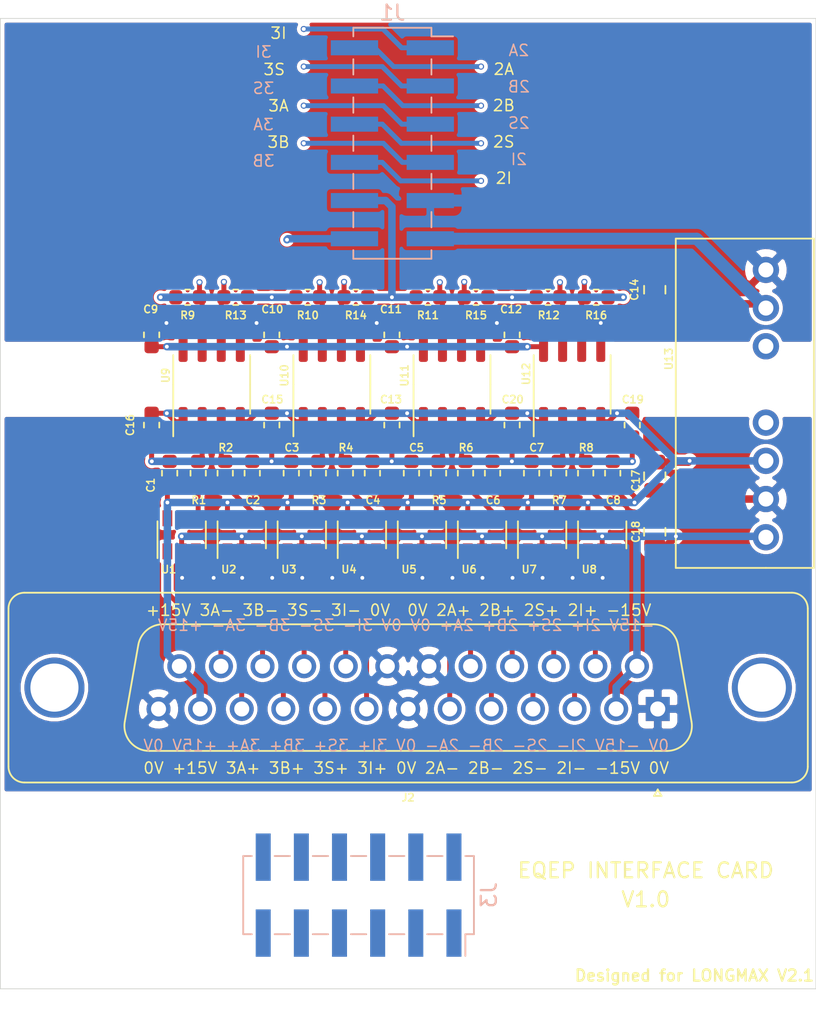
<source format=kicad_pcb>
(kicad_pcb (version 20171130) (host pcbnew "(5.1.6)-1")

  (general
    (thickness 1.6)
    (drawings 27)
    (tracks 415)
    (zones 0)
    (modules 52)
    (nets 62)
  )

  (page A0)
  (layers
    (0 F.Cu signal)
    (1 In1.Cu signal)
    (2 In2.Cu signal)
    (31 B.Cu signal)
    (32 B.Adhes user)
    (33 F.Adhes user)
    (34 B.Paste user)
    (35 F.Paste user)
    (36 B.SilkS user)
    (37 F.SilkS user)
    (38 B.Mask user)
    (39 F.Mask user)
    (40 Dwgs.User user)
    (41 Cmts.User user hide)
    (42 Eco1.User user)
    (43 Eco2.User user)
    (44 Edge.Cuts user)
    (45 Margin user)
    (46 B.CrtYd user)
    (47 F.CrtYd user)
    (48 B.Fab user)
    (49 F.Fab user hide)
  )

  (setup
    (last_trace_width 0.6)
    (user_trace_width 0.22)
    (user_trace_width 0.254)
    (user_trace_width 0.33)
    (user_trace_width 0.4)
    (user_trace_width 0.5)
    (user_trace_width 0.8)
    (user_trace_width 1.3)
    (user_trace_width 1.8)
    (user_trace_width 2)
    (user_trace_width 3)
    (user_trace_width 4)
    (user_trace_width 5)
    (user_trace_width 10)
    (trace_clearance 0.2)
    (zone_clearance 0.254)
    (zone_45_only no)
    (trace_min 0)
    (via_size 0.41)
    (via_drill 0.255)
    (via_min_size 0.4)
    (via_min_drill 0.254)
    (user_via 0.4 0.3)
    (user_via 0.41 0.255)
    (user_via 0.5 0.35)
    (user_via 1.3 0.9)
    (user_via 1.8 1.3)
    (uvia_size 0.3)
    (uvia_drill 0.2)
    (uvias_allowed no)
    (uvia_min_size 0.2)
    (uvia_min_drill 0.1)
    (edge_width 0.05)
    (segment_width 0.2)
    (pcb_text_width 0.3)
    (pcb_text_size 1.5 1.5)
    (mod_edge_width 0.28)
    (mod_text_size 1 1)
    (mod_text_width 0.15)
    (pad_size 4.3 4.3)
    (pad_drill 4.3)
    (pad_to_mask_clearance 0.051)
    (solder_mask_min_width 0.25)
    (aux_axis_origin 0 0)
    (grid_origin 543.48 604.85)
    (visible_elements 7FFFEF7F)
    (pcbplotparams
      (layerselection 0x010fc_ffffffff)
      (usegerberextensions false)
      (usegerberattributes false)
      (usegerberadvancedattributes false)
      (creategerberjobfile false)
      (excludeedgelayer true)
      (linewidth 0.100000)
      (plotframeref false)
      (viasonmask false)
      (mode 1)
      (useauxorigin false)
      (hpglpennumber 1)
      (hpglpenspeed 20)
      (hpglpendiameter 15.000000)
      (psnegative false)
      (psa4output false)
      (plotreference true)
      (plotvalue true)
      (plotinvisibletext false)
      (padsonsilk false)
      (subtractmaskfromsilk false)
      (outputformat 1)
      (mirror false)
      (drillshape 0)
      (scaleselection 1)
      (outputdirectory "Gerbers/"))
  )

  (net 0 "")
  (net 1 GND)
  (net 2 +5V)
  (net 3 +3V3)
  (net 4 +12V)
  (net 5 "Net-(R6-Pad1)")
  (net 6 +15V)
  (net 7 -15V)
  (net 8 0V)
  (net 9 "Net-(R1-Pad1)")
  (net 10 "Net-(R2-Pad1)")
  (net 11 "Net-(R4-Pad1)")
  (net 12 EQEP3A)
  (net 13 EQEP3S)
  (net 14 EQEP2A)
  (net 15 EQEP2S)
  (net 16 EQEP3B)
  (net 17 EQEP3l)
  (net 18 EQEP2B)
  (net 19 EQEP2L)
  (net 20 EQEP3A-)
  (net 21 EQEP3B-)
  (net 22 EQEP3S-)
  (net 23 EQEP3l-)
  (net 24 EQEP2A+)
  (net 25 EQEP2B+)
  (net 26 EQEP2S+)
  (net 27 EQEP2l+)
  (net 28 EQEP3A+)
  (net 29 EQEP3B+)
  (net 30 EQEP3S+)
  (net 31 EQEP3l+)
  (net 32 EQEP2A-)
  (net 33 EQEP2B-)
  (net 34 EQEP2S-)
  (net 35 EQEP2l-)
  (net 36 "Net-(R1-Pad2)")
  (net 37 "Net-(R2-Pad2)")
  (net 38 "Net-(R3-Pad2)")
  (net 39 "Net-(R3-Pad1)")
  (net 40 "Net-(R4-Pad2)")
  (net 41 "Net-(R5-Pad2)")
  (net 42 "Net-(R5-Pad1)")
  (net 43 "Net-(R6-Pad2)")
  (net 44 "Net-(R7-Pad2)")
  (net 45 "Net-(R7-Pad1)")
  (net 46 "Net-(R8-Pad2)")
  (net 47 "Net-(R8-Pad1)")
  (net 48 "Net-(U13-Pad5)")
  (net 49 "Net-(U13-Pad3)")
  (net 50 "Net-(J3-Pad12)")
  (net 51 "Net-(J3-Pad11)")
  (net 52 "Net-(J3-Pad10)")
  (net 53 "Net-(J3-Pad9)")
  (net 54 "Net-(J3-Pad8)")
  (net 55 "Net-(J3-Pad7)")
  (net 56 "Net-(J3-Pad6)")
  (net 57 "Net-(J3-Pad5)")
  (net 58 "Net-(J3-Pad4)")
  (net 59 "Net-(J3-Pad3)")
  (net 60 "Net-(J3-Pad2)")
  (net 61 "Net-(J3-Pad1)")

  (net_class Default "This is the default net class."
    (clearance 0.2)
    (trace_width 0.6)
    (via_dia 0.41)
    (via_drill 0.255)
    (uvia_dia 0.3)
    (uvia_drill 0.2)
    (diff_pair_width 0.22)
    (diff_pair_gap 0.25)
    (add_net +12V)
    (add_net +15V)
    (add_net +3V3)
    (add_net +5V)
    (add_net -15V)
    (add_net 0V)
    (add_net EQEP2A)
    (add_net EQEP2A+)
    (add_net EQEP2A-)
    (add_net EQEP2B)
    (add_net EQEP2B+)
    (add_net EQEP2B-)
    (add_net EQEP2L)
    (add_net EQEP2S)
    (add_net EQEP2S+)
    (add_net EQEP2S-)
    (add_net EQEP2l+)
    (add_net EQEP2l-)
    (add_net EQEP3A)
    (add_net EQEP3A+)
    (add_net EQEP3A-)
    (add_net EQEP3B)
    (add_net EQEP3B+)
    (add_net EQEP3B-)
    (add_net EQEP3S)
    (add_net EQEP3S+)
    (add_net EQEP3S-)
    (add_net EQEP3l)
    (add_net EQEP3l+)
    (add_net EQEP3l-)
    (add_net GND)
    (add_net "Net-(J3-Pad1)")
    (add_net "Net-(J3-Pad10)")
    (add_net "Net-(J3-Pad11)")
    (add_net "Net-(J3-Pad12)")
    (add_net "Net-(J3-Pad2)")
    (add_net "Net-(J3-Pad3)")
    (add_net "Net-(J3-Pad4)")
    (add_net "Net-(J3-Pad5)")
    (add_net "Net-(J3-Pad6)")
    (add_net "Net-(J3-Pad7)")
    (add_net "Net-(J3-Pad8)")
    (add_net "Net-(J3-Pad9)")
    (add_net "Net-(R1-Pad1)")
    (add_net "Net-(R1-Pad2)")
    (add_net "Net-(R2-Pad1)")
    (add_net "Net-(R2-Pad2)")
    (add_net "Net-(R3-Pad1)")
    (add_net "Net-(R3-Pad2)")
    (add_net "Net-(R4-Pad1)")
    (add_net "Net-(R4-Pad2)")
    (add_net "Net-(R5-Pad1)")
    (add_net "Net-(R5-Pad2)")
    (add_net "Net-(R6-Pad1)")
    (add_net "Net-(R6-Pad2)")
    (add_net "Net-(R7-Pad1)")
    (add_net "Net-(R7-Pad2)")
    (add_net "Net-(R8-Pad1)")
    (add_net "Net-(R8-Pad2)")
    (add_net "Net-(U13-Pad3)")
    (add_net "Net-(U13-Pad5)")
  )

  (module Connector_PinHeader_2.54mm:PinHeader_2x06_P2.54mm_Vertical_SMD (layer B.Cu) (tedit 59FED5CC) (tstamp 5F20D116)
    (at 449.33 704.95 90)
    (descr "surface-mounted straight pin header, 2x06, 2.54mm pitch, double rows")
    (tags "Surface mounted pin header SMD 2x06 2.54mm double row")
    (path /61E16F9D)
    (attr smd)
    (fp_text reference J3 (at 0 8.68 90) (layer B.SilkS)
      (effects (font (size 1 1) (thickness 0.15)) (justify mirror))
    )
    (fp_text value Conn_02x06_Odd_Even (at 0 -8.68 90) (layer B.Fab)
      (effects (font (size 1 1) (thickness 0.15)) (justify mirror))
    )
    (fp_line (start 2.54 -7.62) (end -2.54 -7.62) (layer B.Fab) (width 0.1))
    (fp_line (start -1.59 7.62) (end 2.54 7.62) (layer B.Fab) (width 0.1))
    (fp_line (start -2.54 -7.62) (end -2.54 6.67) (layer B.Fab) (width 0.1))
    (fp_line (start -2.54 6.67) (end -1.59 7.62) (layer B.Fab) (width 0.1))
    (fp_line (start 2.54 7.62) (end 2.54 -7.62) (layer B.Fab) (width 0.1))
    (fp_line (start -2.54 6.67) (end -3.6 6.67) (layer B.Fab) (width 0.1))
    (fp_line (start -3.6 6.67) (end -3.6 6.03) (layer B.Fab) (width 0.1))
    (fp_line (start -3.6 6.03) (end -2.54 6.03) (layer B.Fab) (width 0.1))
    (fp_line (start 2.54 6.67) (end 3.6 6.67) (layer B.Fab) (width 0.1))
    (fp_line (start 3.6 6.67) (end 3.6 6.03) (layer B.Fab) (width 0.1))
    (fp_line (start 3.6 6.03) (end 2.54 6.03) (layer B.Fab) (width 0.1))
    (fp_line (start -2.54 4.13) (end -3.6 4.13) (layer B.Fab) (width 0.1))
    (fp_line (start -3.6 4.13) (end -3.6 3.49) (layer B.Fab) (width 0.1))
    (fp_line (start -3.6 3.49) (end -2.54 3.49) (layer B.Fab) (width 0.1))
    (fp_line (start 2.54 4.13) (end 3.6 4.13) (layer B.Fab) (width 0.1))
    (fp_line (start 3.6 4.13) (end 3.6 3.49) (layer B.Fab) (width 0.1))
    (fp_line (start 3.6 3.49) (end 2.54 3.49) (layer B.Fab) (width 0.1))
    (fp_line (start -2.54 1.59) (end -3.6 1.59) (layer B.Fab) (width 0.1))
    (fp_line (start -3.6 1.59) (end -3.6 0.95) (layer B.Fab) (width 0.1))
    (fp_line (start -3.6 0.95) (end -2.54 0.95) (layer B.Fab) (width 0.1))
    (fp_line (start 2.54 1.59) (end 3.6 1.59) (layer B.Fab) (width 0.1))
    (fp_line (start 3.6 1.59) (end 3.6 0.95) (layer B.Fab) (width 0.1))
    (fp_line (start 3.6 0.95) (end 2.54 0.95) (layer B.Fab) (width 0.1))
    (fp_line (start -2.54 -0.95) (end -3.6 -0.95) (layer B.Fab) (width 0.1))
    (fp_line (start -3.6 -0.95) (end -3.6 -1.59) (layer B.Fab) (width 0.1))
    (fp_line (start -3.6 -1.59) (end -2.54 -1.59) (layer B.Fab) (width 0.1))
    (fp_line (start 2.54 -0.95) (end 3.6 -0.95) (layer B.Fab) (width 0.1))
    (fp_line (start 3.6 -0.95) (end 3.6 -1.59) (layer B.Fab) (width 0.1))
    (fp_line (start 3.6 -1.59) (end 2.54 -1.59) (layer B.Fab) (width 0.1))
    (fp_line (start -2.54 -3.49) (end -3.6 -3.49) (layer B.Fab) (width 0.1))
    (fp_line (start -3.6 -3.49) (end -3.6 -4.13) (layer B.Fab) (width 0.1))
    (fp_line (start -3.6 -4.13) (end -2.54 -4.13) (layer B.Fab) (width 0.1))
    (fp_line (start 2.54 -3.49) (end 3.6 -3.49) (layer B.Fab) (width 0.1))
    (fp_line (start 3.6 -3.49) (end 3.6 -4.13) (layer B.Fab) (width 0.1))
    (fp_line (start 3.6 -4.13) (end 2.54 -4.13) (layer B.Fab) (width 0.1))
    (fp_line (start -2.54 -6.03) (end -3.6 -6.03) (layer B.Fab) (width 0.1))
    (fp_line (start -3.6 -6.03) (end -3.6 -6.67) (layer B.Fab) (width 0.1))
    (fp_line (start -3.6 -6.67) (end -2.54 -6.67) (layer B.Fab) (width 0.1))
    (fp_line (start 2.54 -6.03) (end 3.6 -6.03) (layer B.Fab) (width 0.1))
    (fp_line (start 3.6 -6.03) (end 3.6 -6.67) (layer B.Fab) (width 0.1))
    (fp_line (start 3.6 -6.67) (end 2.54 -6.67) (layer B.Fab) (width 0.1))
    (fp_line (start -2.6 7.68) (end 2.6 7.68) (layer B.SilkS) (width 0.12))
    (fp_line (start -2.6 -7.68) (end 2.6 -7.68) (layer B.SilkS) (width 0.12))
    (fp_line (start -4.04 7.11) (end -2.6 7.11) (layer B.SilkS) (width 0.12))
    (fp_line (start -2.6 7.68) (end -2.6 7.11) (layer B.SilkS) (width 0.12))
    (fp_line (start 2.6 7.68) (end 2.6 7.11) (layer B.SilkS) (width 0.12))
    (fp_line (start -2.6 -7.11) (end -2.6 -7.68) (layer B.SilkS) (width 0.12))
    (fp_line (start 2.6 -7.11) (end 2.6 -7.68) (layer B.SilkS) (width 0.12))
    (fp_line (start -2.6 5.59) (end -2.6 4.57) (layer B.SilkS) (width 0.12))
    (fp_line (start 2.6 5.59) (end 2.6 4.57) (layer B.SilkS) (width 0.12))
    (fp_line (start -2.6 3.05) (end -2.6 2.03) (layer B.SilkS) (width 0.12))
    (fp_line (start 2.6 3.05) (end 2.6 2.03) (layer B.SilkS) (width 0.12))
    (fp_line (start -2.6 0.51) (end -2.6 -0.51) (layer B.SilkS) (width 0.12))
    (fp_line (start 2.6 0.51) (end 2.6 -0.51) (layer B.SilkS) (width 0.12))
    (fp_line (start -2.6 -2.03) (end -2.6 -3.05) (layer B.SilkS) (width 0.12))
    (fp_line (start 2.6 -2.03) (end 2.6 -3.05) (layer B.SilkS) (width 0.12))
    (fp_line (start -2.6 -4.57) (end -2.6 -5.59) (layer B.SilkS) (width 0.12))
    (fp_line (start 2.6 -4.57) (end 2.6 -5.59) (layer B.SilkS) (width 0.12))
    (fp_line (start -5.9 8.15) (end -5.9 -8.15) (layer B.CrtYd) (width 0.05))
    (fp_line (start -5.9 -8.15) (end 5.9 -8.15) (layer B.CrtYd) (width 0.05))
    (fp_line (start 5.9 -8.15) (end 5.9 8.15) (layer B.CrtYd) (width 0.05))
    (fp_line (start 5.9 8.15) (end -5.9 8.15) (layer B.CrtYd) (width 0.05))
    (fp_text user %R (at 0 0.01 180) (layer B.Fab)
      (effects (font (size 1 1) (thickness 0.15)) (justify mirror))
    )
    (pad 12 smd rect (at 2.525 -6.35 90) (size 3.15 1) (layers B.Cu B.Paste B.Mask)
      (net 50 "Net-(J3-Pad12)"))
    (pad 11 smd rect (at -2.525 -6.35 90) (size 3.15 1) (layers B.Cu B.Paste B.Mask)
      (net 51 "Net-(J3-Pad11)"))
    (pad 10 smd rect (at 2.525 -3.81 90) (size 3.15 1) (layers B.Cu B.Paste B.Mask)
      (net 52 "Net-(J3-Pad10)"))
    (pad 9 smd rect (at -2.525 -3.81 90) (size 3.15 1) (layers B.Cu B.Paste B.Mask)
      (net 53 "Net-(J3-Pad9)"))
    (pad 8 smd rect (at 2.525 -1.27 90) (size 3.15 1) (layers B.Cu B.Paste B.Mask)
      (net 54 "Net-(J3-Pad8)"))
    (pad 7 smd rect (at -2.525 -1.27 90) (size 3.15 1) (layers B.Cu B.Paste B.Mask)
      (net 55 "Net-(J3-Pad7)"))
    (pad 6 smd rect (at 2.525 1.27 90) (size 3.15 1) (layers B.Cu B.Paste B.Mask)
      (net 56 "Net-(J3-Pad6)"))
    (pad 5 smd rect (at -2.525 1.27 90) (size 3.15 1) (layers B.Cu B.Paste B.Mask)
      (net 57 "Net-(J3-Pad5)"))
    (pad 4 smd rect (at 2.525 3.81 90) (size 3.15 1) (layers B.Cu B.Paste B.Mask)
      (net 58 "Net-(J3-Pad4)"))
    (pad 3 smd rect (at -2.525 3.81 90) (size 3.15 1) (layers B.Cu B.Paste B.Mask)
      (net 59 "Net-(J3-Pad3)"))
    (pad 2 smd rect (at 2.525 6.35 90) (size 3.15 1) (layers B.Cu B.Paste B.Mask)
      (net 60 "Net-(J3-Pad2)"))
    (pad 1 smd rect (at -2.525 6.35 90) (size 3.15 1) (layers B.Cu B.Paste B.Mask)
      (net 61 "Net-(J3-Pad1)"))
    (model ${KISYS3DMOD}/Connector_PinHeader_2.54mm.3dshapes/PinHeader_2x06_P2.54mm_Vertical_SMD.wrl
      (at (xyz 0 0 0))
      (scale (xyz 1 1 1))
      (rotate (xyz 0 0 0))
    )
  )

  (module Connector_PinHeader_2.54mm:PinHeader_2x06_P2.54mm_Vertical_SMD (layer B.Cu) (tedit 59FED5CC) (tstamp 5F2095B5)
    (at 451.58 654.95 180)
    (descr "surface-mounted straight pin header, 2x06, 2.54mm pitch, double rows")
    (tags "Surface mounted pin header SMD 2x06 2.54mm double row")
    (path /61C95F22)
    (attr smd)
    (fp_text reference J1 (at 0 8.68) (layer B.SilkS)
      (effects (font (size 1 1) (thickness 0.15)) (justify mirror))
    )
    (fp_text value Conn_02x06_Odd_Even (at 0 -8.68) (layer B.Fab)
      (effects (font (size 1 1) (thickness 0.15)) (justify mirror))
    )
    (fp_line (start 2.54 -7.62) (end -2.54 -7.62) (layer B.Fab) (width 0.1))
    (fp_line (start -1.59 7.62) (end 2.54 7.62) (layer B.Fab) (width 0.1))
    (fp_line (start -2.54 -7.62) (end -2.54 6.67) (layer B.Fab) (width 0.1))
    (fp_line (start -2.54 6.67) (end -1.59 7.62) (layer B.Fab) (width 0.1))
    (fp_line (start 2.54 7.62) (end 2.54 -7.62) (layer B.Fab) (width 0.1))
    (fp_line (start -2.54 6.67) (end -3.6 6.67) (layer B.Fab) (width 0.1))
    (fp_line (start -3.6 6.67) (end -3.6 6.03) (layer B.Fab) (width 0.1))
    (fp_line (start -3.6 6.03) (end -2.54 6.03) (layer B.Fab) (width 0.1))
    (fp_line (start 2.54 6.67) (end 3.6 6.67) (layer B.Fab) (width 0.1))
    (fp_line (start 3.6 6.67) (end 3.6 6.03) (layer B.Fab) (width 0.1))
    (fp_line (start 3.6 6.03) (end 2.54 6.03) (layer B.Fab) (width 0.1))
    (fp_line (start -2.54 4.13) (end -3.6 4.13) (layer B.Fab) (width 0.1))
    (fp_line (start -3.6 4.13) (end -3.6 3.49) (layer B.Fab) (width 0.1))
    (fp_line (start -3.6 3.49) (end -2.54 3.49) (layer B.Fab) (width 0.1))
    (fp_line (start 2.54 4.13) (end 3.6 4.13) (layer B.Fab) (width 0.1))
    (fp_line (start 3.6 4.13) (end 3.6 3.49) (layer B.Fab) (width 0.1))
    (fp_line (start 3.6 3.49) (end 2.54 3.49) (layer B.Fab) (width 0.1))
    (fp_line (start -2.54 1.59) (end -3.6 1.59) (layer B.Fab) (width 0.1))
    (fp_line (start -3.6 1.59) (end -3.6 0.95) (layer B.Fab) (width 0.1))
    (fp_line (start -3.6 0.95) (end -2.54 0.95) (layer B.Fab) (width 0.1))
    (fp_line (start 2.54 1.59) (end 3.6 1.59) (layer B.Fab) (width 0.1))
    (fp_line (start 3.6 1.59) (end 3.6 0.95) (layer B.Fab) (width 0.1))
    (fp_line (start 3.6 0.95) (end 2.54 0.95) (layer B.Fab) (width 0.1))
    (fp_line (start -2.54 -0.95) (end -3.6 -0.95) (layer B.Fab) (width 0.1))
    (fp_line (start -3.6 -0.95) (end -3.6 -1.59) (layer B.Fab) (width 0.1))
    (fp_line (start -3.6 -1.59) (end -2.54 -1.59) (layer B.Fab) (width 0.1))
    (fp_line (start 2.54 -0.95) (end 3.6 -0.95) (layer B.Fab) (width 0.1))
    (fp_line (start 3.6 -0.95) (end 3.6 -1.59) (layer B.Fab) (width 0.1))
    (fp_line (start 3.6 -1.59) (end 2.54 -1.59) (layer B.Fab) (width 0.1))
    (fp_line (start -2.54 -3.49) (end -3.6 -3.49) (layer B.Fab) (width 0.1))
    (fp_line (start -3.6 -3.49) (end -3.6 -4.13) (layer B.Fab) (width 0.1))
    (fp_line (start -3.6 -4.13) (end -2.54 -4.13) (layer B.Fab) (width 0.1))
    (fp_line (start 2.54 -3.49) (end 3.6 -3.49) (layer B.Fab) (width 0.1))
    (fp_line (start 3.6 -3.49) (end 3.6 -4.13) (layer B.Fab) (width 0.1))
    (fp_line (start 3.6 -4.13) (end 2.54 -4.13) (layer B.Fab) (width 0.1))
    (fp_line (start -2.54 -6.03) (end -3.6 -6.03) (layer B.Fab) (width 0.1))
    (fp_line (start -3.6 -6.03) (end -3.6 -6.67) (layer B.Fab) (width 0.1))
    (fp_line (start -3.6 -6.67) (end -2.54 -6.67) (layer B.Fab) (width 0.1))
    (fp_line (start 2.54 -6.03) (end 3.6 -6.03) (layer B.Fab) (width 0.1))
    (fp_line (start 3.6 -6.03) (end 3.6 -6.67) (layer B.Fab) (width 0.1))
    (fp_line (start 3.6 -6.67) (end 2.54 -6.67) (layer B.Fab) (width 0.1))
    (fp_line (start -2.6 7.68) (end 2.6 7.68) (layer B.SilkS) (width 0.12))
    (fp_line (start -2.6 -7.68) (end 2.6 -7.68) (layer B.SilkS) (width 0.12))
    (fp_line (start -4.04 7.11) (end -2.6 7.11) (layer B.SilkS) (width 0.12))
    (fp_line (start -2.6 7.68) (end -2.6 7.11) (layer B.SilkS) (width 0.12))
    (fp_line (start 2.6 7.68) (end 2.6 7.11) (layer B.SilkS) (width 0.12))
    (fp_line (start -2.6 -7.11) (end -2.6 -7.68) (layer B.SilkS) (width 0.12))
    (fp_line (start 2.6 -7.11) (end 2.6 -7.68) (layer B.SilkS) (width 0.12))
    (fp_line (start -2.6 5.59) (end -2.6 4.57) (layer B.SilkS) (width 0.12))
    (fp_line (start 2.6 5.59) (end 2.6 4.57) (layer B.SilkS) (width 0.12))
    (fp_line (start -2.6 3.05) (end -2.6 2.03) (layer B.SilkS) (width 0.12))
    (fp_line (start 2.6 3.05) (end 2.6 2.03) (layer B.SilkS) (width 0.12))
    (fp_line (start -2.6 0.51) (end -2.6 -0.51) (layer B.SilkS) (width 0.12))
    (fp_line (start 2.6 0.51) (end 2.6 -0.51) (layer B.SilkS) (width 0.12))
    (fp_line (start -2.6 -2.03) (end -2.6 -3.05) (layer B.SilkS) (width 0.12))
    (fp_line (start 2.6 -2.03) (end 2.6 -3.05) (layer B.SilkS) (width 0.12))
    (fp_line (start -2.6 -4.57) (end -2.6 -5.59) (layer B.SilkS) (width 0.12))
    (fp_line (start 2.6 -4.57) (end 2.6 -5.59) (layer B.SilkS) (width 0.12))
    (fp_line (start -5.9 8.15) (end -5.9 -8.15) (layer B.CrtYd) (width 0.05))
    (fp_line (start -5.9 -8.15) (end 5.9 -8.15) (layer B.CrtYd) (width 0.05))
    (fp_line (start 5.9 -8.15) (end 5.9 8.15) (layer B.CrtYd) (width 0.05))
    (fp_line (start 5.9 8.15) (end -5.9 8.15) (layer B.CrtYd) (width 0.05))
    (fp_text user %R (at 0 0 270) (layer B.Fab)
      (effects (font (size 1 1) (thickness 0.15)) (justify mirror))
    )
    (pad 12 smd rect (at 2.525 -6.35 180) (size 3.15 1) (layers B.Cu B.Paste B.Mask)
      (net 2 +5V))
    (pad 11 smd rect (at -2.525 -6.35 180) (size 3.15 1) (layers B.Cu B.Paste B.Mask)
      (net 4 +12V))
    (pad 10 smd rect (at 2.525 -3.81 180) (size 3.15 1) (layers B.Cu B.Paste B.Mask)
      (net 3 +3V3))
    (pad 9 smd rect (at -2.525 -3.81 180) (size 3.15 1) (layers B.Cu B.Paste B.Mask)
      (net 1 GND))
    (pad 8 smd rect (at 2.525 -1.27 180) (size 3.15 1) (layers B.Cu B.Paste B.Mask)
      (net 19 EQEP2L))
    (pad 7 smd rect (at -2.525 -1.27 180) (size 3.15 1) (layers B.Cu B.Paste B.Mask)
      (net 16 EQEP3B))
    (pad 6 smd rect (at 2.525 1.27 180) (size 3.15 1) (layers B.Cu B.Paste B.Mask)
      (net 15 EQEP2S))
    (pad 5 smd rect (at -2.525 1.27 180) (size 3.15 1) (layers B.Cu B.Paste B.Mask)
      (net 12 EQEP3A))
    (pad 4 smd rect (at 2.525 3.81 180) (size 3.15 1) (layers B.Cu B.Paste B.Mask)
      (net 18 EQEP2B))
    (pad 3 smd rect (at -2.525 3.81 180) (size 3.15 1) (layers B.Cu B.Paste B.Mask)
      (net 13 EQEP3S))
    (pad 2 smd rect (at 2.525 6.35 180) (size 3.15 1) (layers B.Cu B.Paste B.Mask)
      (net 14 EQEP2A))
    (pad 1 smd rect (at -2.525 6.35 180) (size 3.15 1) (layers B.Cu B.Paste B.Mask)
      (net 17 EQEP3l))
    (model ${KISYS3DMOD}/Connector_PinHeader_2.54mm.3dshapes/PinHeader_2x06_P2.54mm_Vertical_SMD.wrl
      (at (xyz 0 0 0))
      (scale (xyz 1 1 1))
      (rotate (xyz 0 0 0))
    )
  )

  (module Capacitor_SMD:C_0603_1608Metric (layer F.Cu) (tedit 5B301BBE) (tstamp 5FA7DCDB)
    (at 459.55 673.69 90)
    (descr "Capacitor SMD 0603 (1608 Metric), square (rectangular) end terminal, IPC_7351 nominal, (Body size source: http://www.tortai-tech.com/upload/download/2011102023233369053.pdf), generated with kicad-footprint-generator")
    (tags capacitor)
    (path /C1BFDBBB)
    (attr smd)
    (fp_text reference C20 (at 1.7 0.04 180) (layer F.SilkS)
      (effects (font (size 0.5 0.5) (thickness 0.1)))
    )
    (fp_text value "100n 16V" (at 0 1.43 90) (layer F.Fab)
      (effects (font (size 0.5 0.5) (thickness 0.1)))
    )
    (fp_line (start -0.8 0.4) (end -0.8 -0.4) (layer F.Fab) (width 0.1))
    (fp_line (start -0.8 -0.4) (end 0.8 -0.4) (layer F.Fab) (width 0.1))
    (fp_line (start 0.8 -0.4) (end 0.8 0.4) (layer F.Fab) (width 0.1))
    (fp_line (start 0.8 0.4) (end -0.8 0.4) (layer F.Fab) (width 0.1))
    (fp_line (start -0.162779 -0.51) (end 0.162779 -0.51) (layer F.SilkS) (width 0.12))
    (fp_line (start -0.162779 0.51) (end 0.162779 0.51) (layer F.SilkS) (width 0.12))
    (fp_line (start -1.48 0.73) (end -1.48 -0.73) (layer F.CrtYd) (width 0.05))
    (fp_line (start -1.48 -0.73) (end 1.48 -0.73) (layer F.CrtYd) (width 0.05))
    (fp_line (start 1.48 -0.73) (end 1.48 0.73) (layer F.CrtYd) (width 0.05))
    (fp_line (start 1.48 0.73) (end -1.48 0.73) (layer F.CrtYd) (width 0.05))
    (fp_text user %R (at 0 0 90) (layer F.Fab)
      (effects (font (size 0.5 0.5) (thickness 0.1)))
    )
    (pad 2 smd roundrect (at 0.7875 0 90) (size 0.875 0.95) (layers F.Cu F.Paste F.Mask) (roundrect_rratio 0.25)
      (net 6 +15V))
    (pad 1 smd roundrect (at -0.7875 0 90) (size 0.875 0.95) (layers F.Cu F.Paste F.Mask) (roundrect_rratio 0.25)
      (net 7 -15V))
    (model ${KISYS3DMOD}/Capacitor_SMD.3dshapes/C_0603_1608Metric.wrl
      (at (xyz 0 0 0))
      (scale (xyz 1 1 1))
      (rotate (xyz 0 0 0))
    )
  )

  (module Capacitor_SMD:C_0603_1608Metric (layer F.Cu) (tedit 5B301BBE) (tstamp 5FA7DCAB)
    (at 467.55 673.69 90)
    (descr "Capacitor SMD 0603 (1608 Metric), square (rectangular) end terminal, IPC_7351 nominal, (Body size source: http://www.tortai-tech.com/upload/download/2011102023233369053.pdf), generated with kicad-footprint-generator")
    (tags capacitor)
    (path /C09C85E2)
    (attr smd)
    (fp_text reference C19 (at 1.7 0.04 180) (layer F.SilkS)
      (effects (font (size 0.5 0.5) (thickness 0.1)))
    )
    (fp_text value "100n 16V" (at 0 1.43 90) (layer F.Fab)
      (effects (font (size 0.5 0.5) (thickness 0.1)))
    )
    (fp_line (start -0.8 0.4) (end -0.8 -0.4) (layer F.Fab) (width 0.1))
    (fp_line (start -0.8 -0.4) (end 0.8 -0.4) (layer F.Fab) (width 0.1))
    (fp_line (start 0.8 -0.4) (end 0.8 0.4) (layer F.Fab) (width 0.1))
    (fp_line (start 0.8 0.4) (end -0.8 0.4) (layer F.Fab) (width 0.1))
    (fp_line (start -0.162779 -0.51) (end 0.162779 -0.51) (layer F.SilkS) (width 0.12))
    (fp_line (start -0.162779 0.51) (end 0.162779 0.51) (layer F.SilkS) (width 0.12))
    (fp_line (start -1.48 0.73) (end -1.48 -0.73) (layer F.CrtYd) (width 0.05))
    (fp_line (start -1.48 -0.73) (end 1.48 -0.73) (layer F.CrtYd) (width 0.05))
    (fp_line (start 1.48 -0.73) (end 1.48 0.73) (layer F.CrtYd) (width 0.05))
    (fp_line (start 1.48 0.73) (end -1.48 0.73) (layer F.CrtYd) (width 0.05))
    (fp_text user %R (at 0 0 90) (layer F.Fab)
      (effects (font (size 0.5 0.5) (thickness 0.1)))
    )
    (pad 2 smd roundrect (at 0.7875 0 90) (size 0.875 0.95) (layers F.Cu F.Paste F.Mask) (roundrect_rratio 0.25)
      (net 6 +15V))
    (pad 1 smd roundrect (at -0.7875 0 90) (size 0.875 0.95) (layers F.Cu F.Paste F.Mask) (roundrect_rratio 0.25)
      (net 7 -15V))
    (model ${KISYS3DMOD}/Capacitor_SMD.3dshapes/C_0603_1608Metric.wrl
      (at (xyz 0 0 0))
      (scale (xyz 1 1 1))
      (rotate (xyz 0 0 0))
    )
  )

  (module Capacitor_SMD:C_0603_1608Metric (layer F.Cu) (tedit 5B301BBE) (tstamp 5FA7DC7B)
    (at 435.55 673.69 90)
    (descr "Capacitor SMD 0603 (1608 Metric), square (rectangular) end terminal, IPC_7351 nominal, (Body size source: http://www.tortai-tech.com/upload/download/2011102023233369053.pdf), generated with kicad-footprint-generator")
    (tags capacitor)
    (path /C09C85EE)
    (attr smd)
    (fp_text reference C16 (at 0 -1.43 90) (layer F.SilkS)
      (effects (font (size 0.5 0.5) (thickness 0.1)))
    )
    (fp_text value "100n 16V" (at 0 1.43 90) (layer F.Fab)
      (effects (font (size 0.5 0.5) (thickness 0.1)))
    )
    (fp_line (start -0.8 0.4) (end -0.8 -0.4) (layer F.Fab) (width 0.1))
    (fp_line (start -0.8 -0.4) (end 0.8 -0.4) (layer F.Fab) (width 0.1))
    (fp_line (start 0.8 -0.4) (end 0.8 0.4) (layer F.Fab) (width 0.1))
    (fp_line (start 0.8 0.4) (end -0.8 0.4) (layer F.Fab) (width 0.1))
    (fp_line (start -0.162779 -0.51) (end 0.162779 -0.51) (layer F.SilkS) (width 0.12))
    (fp_line (start -0.162779 0.51) (end 0.162779 0.51) (layer F.SilkS) (width 0.12))
    (fp_line (start -1.48 0.73) (end -1.48 -0.73) (layer F.CrtYd) (width 0.05))
    (fp_line (start -1.48 -0.73) (end 1.48 -0.73) (layer F.CrtYd) (width 0.05))
    (fp_line (start 1.48 -0.73) (end 1.48 0.73) (layer F.CrtYd) (width 0.05))
    (fp_line (start 1.48 0.73) (end -1.48 0.73) (layer F.CrtYd) (width 0.05))
    (fp_text user %R (at 0 0 90) (layer F.Fab)
      (effects (font (size 0.5 0.5) (thickness 0.1)))
    )
    (pad 2 smd roundrect (at 0.7875 0 90) (size 0.875 0.95) (layers F.Cu F.Paste F.Mask) (roundrect_rratio 0.25)
      (net 6 +15V))
    (pad 1 smd roundrect (at -0.7875 0 90) (size 0.875 0.95) (layers F.Cu F.Paste F.Mask) (roundrect_rratio 0.25)
      (net 7 -15V))
    (model ${KISYS3DMOD}/Capacitor_SMD.3dshapes/C_0603_1608Metric.wrl
      (at (xyz 0 0 0))
      (scale (xyz 1 1 1))
      (rotate (xyz 0 0 0))
    )
  )

  (module Capacitor_SMD:C_0603_1608Metric (layer F.Cu) (tedit 5B301BBE) (tstamp 5FA7DDA1)
    (at 451.55 673.69 90)
    (descr "Capacitor SMD 0603 (1608 Metric), square (rectangular) end terminal, IPC_7351 nominal, (Body size source: http://www.tortai-tech.com/upload/download/2011102023233369053.pdf), generated with kicad-footprint-generator")
    (tags capacitor)
    (path /B65BA3B0)
    (attr smd)
    (fp_text reference C13 (at 1.7 -0.06 180) (layer F.SilkS)
      (effects (font (size 0.5 0.5) (thickness 0.1)))
    )
    (fp_text value "100n 16V" (at 0 1.43 90) (layer F.Fab)
      (effects (font (size 0.5 0.5) (thickness 0.1)))
    )
    (fp_line (start -0.8 0.4) (end -0.8 -0.4) (layer F.Fab) (width 0.1))
    (fp_line (start -0.8 -0.4) (end 0.8 -0.4) (layer F.Fab) (width 0.1))
    (fp_line (start 0.8 -0.4) (end 0.8 0.4) (layer F.Fab) (width 0.1))
    (fp_line (start 0.8 0.4) (end -0.8 0.4) (layer F.Fab) (width 0.1))
    (fp_line (start -0.162779 -0.51) (end 0.162779 -0.51) (layer F.SilkS) (width 0.12))
    (fp_line (start -0.162779 0.51) (end 0.162779 0.51) (layer F.SilkS) (width 0.12))
    (fp_line (start -1.48 0.73) (end -1.48 -0.73) (layer F.CrtYd) (width 0.05))
    (fp_line (start -1.48 -0.73) (end 1.48 -0.73) (layer F.CrtYd) (width 0.05))
    (fp_line (start 1.48 -0.73) (end 1.48 0.73) (layer F.CrtYd) (width 0.05))
    (fp_line (start 1.48 0.73) (end -1.48 0.73) (layer F.CrtYd) (width 0.05))
    (fp_text user %R (at 0 0 90) (layer F.Fab)
      (effects (font (size 0.5 0.5) (thickness 0.1)))
    )
    (pad 2 smd roundrect (at 0.7875 0 90) (size 0.875 0.95) (layers F.Cu F.Paste F.Mask) (roundrect_rratio 0.25)
      (net 6 +15V))
    (pad 1 smd roundrect (at -0.7875 0 90) (size 0.875 0.95) (layers F.Cu F.Paste F.Mask) (roundrect_rratio 0.25)
      (net 7 -15V))
    (model ${KISYS3DMOD}/Capacitor_SMD.3dshapes/C_0603_1608Metric.wrl
      (at (xyz 0 0 0))
      (scale (xyz 1 1 1))
      (rotate (xyz 0 0 0))
    )
  )

  (module Capacitor_SMD:C_0603_1608Metric (layer F.Cu) (tedit 5B301BBE) (tstamp 5FA7DD47)
    (at 443.55 673.69 90)
    (descr "Capacitor SMD 0603 (1608 Metric), square (rectangular) end terminal, IPC_7351 nominal, (Body size source: http://www.tortai-tech.com/upload/download/2011102023233369053.pdf), generated with kicad-footprint-generator")
    (tags capacitor)
    (path /AD38F472)
    (attr smd)
    (fp_text reference C15 (at 1.7 0.04 180) (layer F.SilkS)
      (effects (font (size 0.5 0.5) (thickness 0.1)))
    )
    (fp_text value "100n 16V" (at 0 1.43 90) (layer F.Fab)
      (effects (font (size 0.5 0.5) (thickness 0.1)))
    )
    (fp_line (start -0.8 0.4) (end -0.8 -0.4) (layer F.Fab) (width 0.1))
    (fp_line (start -0.8 -0.4) (end 0.8 -0.4) (layer F.Fab) (width 0.1))
    (fp_line (start 0.8 -0.4) (end 0.8 0.4) (layer F.Fab) (width 0.1))
    (fp_line (start 0.8 0.4) (end -0.8 0.4) (layer F.Fab) (width 0.1))
    (fp_line (start -0.162779 -0.51) (end 0.162779 -0.51) (layer F.SilkS) (width 0.12))
    (fp_line (start -0.162779 0.51) (end 0.162779 0.51) (layer F.SilkS) (width 0.12))
    (fp_line (start -1.48 0.73) (end -1.48 -0.73) (layer F.CrtYd) (width 0.05))
    (fp_line (start -1.48 -0.73) (end 1.48 -0.73) (layer F.CrtYd) (width 0.05))
    (fp_line (start 1.48 -0.73) (end 1.48 0.73) (layer F.CrtYd) (width 0.05))
    (fp_line (start 1.48 0.73) (end -1.48 0.73) (layer F.CrtYd) (width 0.05))
    (fp_text user %R (at 0 0 90) (layer F.Fab)
      (effects (font (size 0.5 0.5) (thickness 0.1)))
    )
    (pad 2 smd roundrect (at 0.7875 0 90) (size 0.875 0.95) (layers F.Cu F.Paste F.Mask) (roundrect_rratio 0.25)
      (net 6 +15V))
    (pad 1 smd roundrect (at -0.7875 0 90) (size 0.875 0.95) (layers F.Cu F.Paste F.Mask) (roundrect_rratio 0.25)
      (net 7 -15V))
    (model ${KISYS3DMOD}/Capacitor_SMD.3dshapes/C_0603_1608Metric.wrl
      (at (xyz 0 0 0))
      (scale (xyz 1 1 1))
      (rotate (xyz 0 0 0))
    )
  )

  (module custom_footprints:RECOM_RS3 (layer F.Cu) (tedit 5F1E2B60) (tstamp 5FA7DC45)
    (at 476.45 670.99 270)
    (path /AF3C94DB)
    (fp_text reference U13 (at -1.7 6.46 90) (layer F.SilkS)
      (effects (font (size 0.5 0.5) (thickness 0.1)))
    )
    (fp_text value RS3-1215D (at 0 -7 90) (layer F.Fab)
      (effects (font (size 0.5 0.5) (thickness 0.1)))
    )
    (fp_line (start 12.2 0) (end 12.2 -3.2) (layer F.SilkS) (width 0.12))
    (fp_line (start 12.2 6) (end -9.7 6) (layer F.SilkS) (width 0.12))
    (fp_line (start 12.2 -3.2) (end -9.7 -3.2) (layer F.SilkS) (width 0.12))
    (fp_line (start -9.7 6) (end -9.7 -3.2) (layer F.SilkS) (width 0.12))
    (fp_line (start 12.2 0) (end 12.2 6) (layer F.SilkS) (width 0.12))
    (fp_line (start -9.7 -3.2) (end 12.2 -3.2) (layer F.CrtYd) (width 0.12))
    (fp_line (start 12.2 -3.2) (end 12.2 6) (layer F.CrtYd) (width 0.12))
    (fp_line (start 12.2 6) (end -9.7 6) (layer F.CrtYd) (width 0.12))
    (fp_line (start -9.7 6) (end -9.7 -3.2) (layer F.CrtYd) (width 0.12))
    (pad 8 thru_hole circle (at 10.16 0 270) (size 1.75 1.75) (drill 1) (layers *.Cu *.Mask)
      (net 7 -15V))
    (pad 7 thru_hole circle (at 7.62 0 270) (size 1.75 1.75) (drill 1) (layers *.Cu *.Mask)
      (net 8 0V))
    (pad 6 thru_hole circle (at 5.08 0 270) (size 1.75 1.75) (drill 1) (layers *.Cu *.Mask)
      (net 6 +15V))
    (pad 5 thru_hole circle (at 2.54 0 270) (size 1.75 1.75) (drill 1) (layers *.Cu *.Mask)
      (net 48 "Net-(U13-Pad5)"))
    (pad 3 thru_hole circle (at -2.54 0 270) (size 1.75 1.75) (drill 1) (layers *.Cu *.Mask)
      (net 49 "Net-(U13-Pad3)"))
    (pad 2 thru_hole circle (at -5.08 0 270) (size 1.75 1.75) (drill 1) (layers *.Cu *.Mask)
      (net 4 +12V))
    (pad 1 thru_hole circle (at -7.62 0 270) (size 1.75 1.75) (drill 1) (layers *.Cu *.Mask)
      (net 1 GND))
  )

  (module Package_TO_SOT_SMD:SOT-23-5 (layer F.Cu) (tedit 5A02FF57) (tstamp 5FA7D9F4)
    (at 465.55 680.99 90)
    (descr "5-pin SOT23 package")
    (tags SOT-23-5)
    (path /BC6B2520)
    (attr smd)
    (fp_text reference U8 (at -2.3 -0.86 180) (layer F.SilkS)
      (effects (font (size 0.5 0.5) (thickness 0.1)))
    )
    (fp_text value TL331IDBVR (at 0 2.9 90) (layer F.Fab)
      (effects (font (size 0.5 0.5) (thickness 0.1)))
    )
    (fp_line (start -0.9 1.61) (end 0.9 1.61) (layer F.SilkS) (width 0.12))
    (fp_line (start 0.9 -1.61) (end -1.55 -1.61) (layer F.SilkS) (width 0.12))
    (fp_line (start -1.9 -1.8) (end 1.9 -1.8) (layer F.CrtYd) (width 0.05))
    (fp_line (start 1.9 -1.8) (end 1.9 1.8) (layer F.CrtYd) (width 0.05))
    (fp_line (start 1.9 1.8) (end -1.9 1.8) (layer F.CrtYd) (width 0.05))
    (fp_line (start -1.9 1.8) (end -1.9 -1.8) (layer F.CrtYd) (width 0.05))
    (fp_line (start -0.9 -0.9) (end -0.25 -1.55) (layer F.Fab) (width 0.1))
    (fp_line (start 0.9 -1.55) (end -0.25 -1.55) (layer F.Fab) (width 0.1))
    (fp_line (start -0.9 -0.9) (end -0.9 1.55) (layer F.Fab) (width 0.1))
    (fp_line (start 0.9 1.55) (end -0.9 1.55) (layer F.Fab) (width 0.1))
    (fp_line (start 0.9 -1.55) (end 0.9 1.55) (layer F.Fab) (width 0.1))
    (fp_text user %R (at 0 0) (layer F.Fab)
      (effects (font (size 0.5 0.5) (thickness 0.1)))
    )
    (pad 5 smd rect (at 1.1 -0.95 90) (size 1.06 0.65) (layers F.Cu F.Paste F.Mask)
      (net 6 +15V))
    (pad 4 smd rect (at 1.1 0.95 90) (size 1.06 0.65) (layers F.Cu F.Paste F.Mask)
      (net 46 "Net-(R8-Pad2)"))
    (pad 3 smd rect (at -1.1 0.95 90) (size 1.06 0.65) (layers F.Cu F.Paste F.Mask)
      (net 27 EQEP2l+))
    (pad 2 smd rect (at -1.1 0 90) (size 1.06 0.65) (layers F.Cu F.Paste F.Mask)
      (net 7 -15V))
    (pad 1 smd rect (at -1.1 -0.95 90) (size 1.06 0.65) (layers F.Cu F.Paste F.Mask)
      (net 35 EQEP2l-))
    (model ${KISYS3DMOD}/Package_TO_SOT_SMD.3dshapes/SOT-23-5.wrl
      (at (xyz 0 0 0))
      (scale (xyz 1 1 1))
      (rotate (xyz 0 0 0))
    )
  )

  (module Package_TO_SOT_SMD:SOT-23-5 (layer F.Cu) (tedit 5A02FF57) (tstamp 5FA7DA30)
    (at 461.55 680.99 90)
    (descr "5-pin SOT23 package")
    (tags SOT-23-5)
    (path /BC6B24D7)
    (attr smd)
    (fp_text reference U7 (at -2.3 -0.86 180) (layer F.SilkS)
      (effects (font (size 0.5 0.5) (thickness 0.1)))
    )
    (fp_text value TL331IDBVR (at 0 2.9 90) (layer F.Fab)
      (effects (font (size 0.5 0.5) (thickness 0.1)))
    )
    (fp_line (start -0.9 1.61) (end 0.9 1.61) (layer F.SilkS) (width 0.12))
    (fp_line (start 0.9 -1.61) (end -1.55 -1.61) (layer F.SilkS) (width 0.12))
    (fp_line (start -1.9 -1.8) (end 1.9 -1.8) (layer F.CrtYd) (width 0.05))
    (fp_line (start 1.9 -1.8) (end 1.9 1.8) (layer F.CrtYd) (width 0.05))
    (fp_line (start 1.9 1.8) (end -1.9 1.8) (layer F.CrtYd) (width 0.05))
    (fp_line (start -1.9 1.8) (end -1.9 -1.8) (layer F.CrtYd) (width 0.05))
    (fp_line (start -0.9 -0.9) (end -0.25 -1.55) (layer F.Fab) (width 0.1))
    (fp_line (start 0.9 -1.55) (end -0.25 -1.55) (layer F.Fab) (width 0.1))
    (fp_line (start -0.9 -0.9) (end -0.9 1.55) (layer F.Fab) (width 0.1))
    (fp_line (start 0.9 1.55) (end -0.9 1.55) (layer F.Fab) (width 0.1))
    (fp_line (start 0.9 -1.55) (end 0.9 1.55) (layer F.Fab) (width 0.1))
    (fp_text user %R (at 0 0) (layer F.Fab)
      (effects (font (size 0.5 0.5) (thickness 0.1)))
    )
    (pad 5 smd rect (at 1.1 -0.95 90) (size 1.06 0.65) (layers F.Cu F.Paste F.Mask)
      (net 6 +15V))
    (pad 4 smd rect (at 1.1 0.95 90) (size 1.06 0.65) (layers F.Cu F.Paste F.Mask)
      (net 44 "Net-(R7-Pad2)"))
    (pad 3 smd rect (at -1.1 0.95 90) (size 1.06 0.65) (layers F.Cu F.Paste F.Mask)
      (net 26 EQEP2S+))
    (pad 2 smd rect (at -1.1 0 90) (size 1.06 0.65) (layers F.Cu F.Paste F.Mask)
      (net 7 -15V))
    (pad 1 smd rect (at -1.1 -0.95 90) (size 1.06 0.65) (layers F.Cu F.Paste F.Mask)
      (net 34 EQEP2S-))
    (model ${KISYS3DMOD}/Package_TO_SOT_SMD.3dshapes/SOT-23-5.wrl
      (at (xyz 0 0 0))
      (scale (xyz 1 1 1))
      (rotate (xyz 0 0 0))
    )
  )

  (module Package_TO_SOT_SMD:SOT-23-5 (layer F.Cu) (tedit 5A02FF57) (tstamp 5FA7DAA8)
    (at 457.55 680.99 90)
    (descr "5-pin SOT23 package")
    (tags SOT-23-5)
    (path /BB4A55F7)
    (attr smd)
    (fp_text reference U6 (at -2.3 -0.86 180) (layer F.SilkS)
      (effects (font (size 0.5 0.5) (thickness 0.1)))
    )
    (fp_text value TL331IDBVR (at 0 2.9 90) (layer F.Fab)
      (effects (font (size 0.5 0.5) (thickness 0.1)))
    )
    (fp_line (start -0.9 1.61) (end 0.9 1.61) (layer F.SilkS) (width 0.12))
    (fp_line (start 0.9 -1.61) (end -1.55 -1.61) (layer F.SilkS) (width 0.12))
    (fp_line (start -1.9 -1.8) (end 1.9 -1.8) (layer F.CrtYd) (width 0.05))
    (fp_line (start 1.9 -1.8) (end 1.9 1.8) (layer F.CrtYd) (width 0.05))
    (fp_line (start 1.9 1.8) (end -1.9 1.8) (layer F.CrtYd) (width 0.05))
    (fp_line (start -1.9 1.8) (end -1.9 -1.8) (layer F.CrtYd) (width 0.05))
    (fp_line (start -0.9 -0.9) (end -0.25 -1.55) (layer F.Fab) (width 0.1))
    (fp_line (start 0.9 -1.55) (end -0.25 -1.55) (layer F.Fab) (width 0.1))
    (fp_line (start -0.9 -0.9) (end -0.9 1.55) (layer F.Fab) (width 0.1))
    (fp_line (start 0.9 1.55) (end -0.9 1.55) (layer F.Fab) (width 0.1))
    (fp_line (start 0.9 -1.55) (end 0.9 1.55) (layer F.Fab) (width 0.1))
    (fp_text user %R (at 0 0) (layer F.Fab)
      (effects (font (size 0.5 0.5) (thickness 0.1)))
    )
    (pad 5 smd rect (at 1.1 -0.95 90) (size 1.06 0.65) (layers F.Cu F.Paste F.Mask)
      (net 6 +15V))
    (pad 4 smd rect (at 1.1 0.95 90) (size 1.06 0.65) (layers F.Cu F.Paste F.Mask)
      (net 43 "Net-(R6-Pad2)"))
    (pad 3 smd rect (at -1.1 0.95 90) (size 1.06 0.65) (layers F.Cu F.Paste F.Mask)
      (net 25 EQEP2B+))
    (pad 2 smd rect (at -1.1 0 90) (size 1.06 0.65) (layers F.Cu F.Paste F.Mask)
      (net 7 -15V))
    (pad 1 smd rect (at -1.1 -0.95 90) (size 1.06 0.65) (layers F.Cu F.Paste F.Mask)
      (net 33 EQEP2B-))
    (model ${KISYS3DMOD}/Package_TO_SOT_SMD.3dshapes/SOT-23-5.wrl
      (at (xyz 0 0 0))
      (scale (xyz 1 1 1))
      (rotate (xyz 0 0 0))
    )
  )

  (module Package_TO_SOT_SMD:SOT-23-5 (layer F.Cu) (tedit 5A02FF57) (tstamp 5FA7D97C)
    (at 453.55 680.99 90)
    (descr "5-pin SOT23 package")
    (tags SOT-23-5)
    (path /BB4A55AE)
    (attr smd)
    (fp_text reference U5 (at -2.3 -0.86 180) (layer F.SilkS)
      (effects (font (size 0.5 0.5) (thickness 0.1)))
    )
    (fp_text value TL331IDBVR (at 0 2.9 90) (layer F.Fab)
      (effects (font (size 0.5 0.5) (thickness 0.1)))
    )
    (fp_line (start -0.9 1.61) (end 0.9 1.61) (layer F.SilkS) (width 0.12))
    (fp_line (start 0.9 -1.61) (end -1.55 -1.61) (layer F.SilkS) (width 0.12))
    (fp_line (start -1.9 -1.8) (end 1.9 -1.8) (layer F.CrtYd) (width 0.05))
    (fp_line (start 1.9 -1.8) (end 1.9 1.8) (layer F.CrtYd) (width 0.05))
    (fp_line (start 1.9 1.8) (end -1.9 1.8) (layer F.CrtYd) (width 0.05))
    (fp_line (start -1.9 1.8) (end -1.9 -1.8) (layer F.CrtYd) (width 0.05))
    (fp_line (start -0.9 -0.9) (end -0.25 -1.55) (layer F.Fab) (width 0.1))
    (fp_line (start 0.9 -1.55) (end -0.25 -1.55) (layer F.Fab) (width 0.1))
    (fp_line (start -0.9 -0.9) (end -0.9 1.55) (layer F.Fab) (width 0.1))
    (fp_line (start 0.9 1.55) (end -0.9 1.55) (layer F.Fab) (width 0.1))
    (fp_line (start 0.9 -1.55) (end 0.9 1.55) (layer F.Fab) (width 0.1))
    (fp_text user %R (at 0 0) (layer F.Fab)
      (effects (font (size 0.5 0.5) (thickness 0.1)))
    )
    (pad 5 smd rect (at 1.1 -0.95 90) (size 1.06 0.65) (layers F.Cu F.Paste F.Mask)
      (net 6 +15V))
    (pad 4 smd rect (at 1.1 0.95 90) (size 1.06 0.65) (layers F.Cu F.Paste F.Mask)
      (net 41 "Net-(R5-Pad2)"))
    (pad 3 smd rect (at -1.1 0.95 90) (size 1.06 0.65) (layers F.Cu F.Paste F.Mask)
      (net 24 EQEP2A+))
    (pad 2 smd rect (at -1.1 0 90) (size 1.06 0.65) (layers F.Cu F.Paste F.Mask)
      (net 7 -15V))
    (pad 1 smd rect (at -1.1 -0.95 90) (size 1.06 0.65) (layers F.Cu F.Paste F.Mask)
      (net 32 EQEP2A-))
    (model ${KISYS3DMOD}/Package_TO_SOT_SMD.3dshapes/SOT-23-5.wrl
      (at (xyz 0 0 0))
      (scale (xyz 1 1 1))
      (rotate (xyz 0 0 0))
    )
  )

  (module Package_TO_SOT_SMD:SOT-23-5 (layer F.Cu) (tedit 5A02FF57) (tstamp 5FA7DA6C)
    (at 449.55 680.99 90)
    (descr "5-pin SOT23 package")
    (tags SOT-23-5)
    (path /B59C2D52)
    (attr smd)
    (fp_text reference U4 (at -2.3 -0.86 180) (layer F.SilkS)
      (effects (font (size 0.5 0.5) (thickness 0.1)))
    )
    (fp_text value TL331IDBVR (at 0 2.9 90) (layer F.Fab)
      (effects (font (size 0.5 0.5) (thickness 0.1)))
    )
    (fp_line (start -0.9 1.61) (end 0.9 1.61) (layer F.SilkS) (width 0.12))
    (fp_line (start 0.9 -1.61) (end -1.55 -1.61) (layer F.SilkS) (width 0.12))
    (fp_line (start -1.9 -1.8) (end 1.9 -1.8) (layer F.CrtYd) (width 0.05))
    (fp_line (start 1.9 -1.8) (end 1.9 1.8) (layer F.CrtYd) (width 0.05))
    (fp_line (start 1.9 1.8) (end -1.9 1.8) (layer F.CrtYd) (width 0.05))
    (fp_line (start -1.9 1.8) (end -1.9 -1.8) (layer F.CrtYd) (width 0.05))
    (fp_line (start -0.9 -0.9) (end -0.25 -1.55) (layer F.Fab) (width 0.1))
    (fp_line (start 0.9 -1.55) (end -0.25 -1.55) (layer F.Fab) (width 0.1))
    (fp_line (start -0.9 -0.9) (end -0.9 1.55) (layer F.Fab) (width 0.1))
    (fp_line (start 0.9 1.55) (end -0.9 1.55) (layer F.Fab) (width 0.1))
    (fp_line (start 0.9 -1.55) (end 0.9 1.55) (layer F.Fab) (width 0.1))
    (fp_text user %R (at 0 0) (layer F.Fab)
      (effects (font (size 0.5 0.5) (thickness 0.1)))
    )
    (pad 5 smd rect (at 1.1 -0.95 90) (size 1.06 0.65) (layers F.Cu F.Paste F.Mask)
      (net 6 +15V))
    (pad 4 smd rect (at 1.1 0.95 90) (size 1.06 0.65) (layers F.Cu F.Paste F.Mask)
      (net 40 "Net-(R4-Pad2)"))
    (pad 3 smd rect (at -1.1 0.95 90) (size 1.06 0.65) (layers F.Cu F.Paste F.Mask)
      (net 31 EQEP3l+))
    (pad 2 smd rect (at -1.1 0 90) (size 1.06 0.65) (layers F.Cu F.Paste F.Mask)
      (net 7 -15V))
    (pad 1 smd rect (at -1.1 -0.95 90) (size 1.06 0.65) (layers F.Cu F.Paste F.Mask)
      (net 23 EQEP3l-))
    (model ${KISYS3DMOD}/Package_TO_SOT_SMD.3dshapes/SOT-23-5.wrl
      (at (xyz 0 0 0))
      (scale (xyz 1 1 1))
      (rotate (xyz 0 0 0))
    )
  )

  (module Package_TO_SOT_SMD:SOT-23-5 (layer F.Cu) (tedit 5A02FF57) (tstamp 5FA7D9B8)
    (at 445.55 680.99 90)
    (descr "5-pin SOT23 package")
    (tags SOT-23-5)
    (path /B59C2D09)
    (attr smd)
    (fp_text reference U3 (at -2.3 -0.86 180) (layer F.SilkS)
      (effects (font (size 0.5 0.5) (thickness 0.1)))
    )
    (fp_text value TL331IDBVR (at 0 2.9 90) (layer F.Fab)
      (effects (font (size 0.5 0.5) (thickness 0.1)))
    )
    (fp_line (start -0.9 1.61) (end 0.9 1.61) (layer F.SilkS) (width 0.12))
    (fp_line (start 0.9 -1.61) (end -1.55 -1.61) (layer F.SilkS) (width 0.12))
    (fp_line (start -1.9 -1.8) (end 1.9 -1.8) (layer F.CrtYd) (width 0.05))
    (fp_line (start 1.9 -1.8) (end 1.9 1.8) (layer F.CrtYd) (width 0.05))
    (fp_line (start 1.9 1.8) (end -1.9 1.8) (layer F.CrtYd) (width 0.05))
    (fp_line (start -1.9 1.8) (end -1.9 -1.8) (layer F.CrtYd) (width 0.05))
    (fp_line (start -0.9 -0.9) (end -0.25 -1.55) (layer F.Fab) (width 0.1))
    (fp_line (start 0.9 -1.55) (end -0.25 -1.55) (layer F.Fab) (width 0.1))
    (fp_line (start -0.9 -0.9) (end -0.9 1.55) (layer F.Fab) (width 0.1))
    (fp_line (start 0.9 1.55) (end -0.9 1.55) (layer F.Fab) (width 0.1))
    (fp_line (start 0.9 -1.55) (end 0.9 1.55) (layer F.Fab) (width 0.1))
    (fp_text user %R (at 0 0) (layer F.Fab)
      (effects (font (size 0.5 0.5) (thickness 0.1)))
    )
    (pad 5 smd rect (at 1.1 -0.95 90) (size 1.06 0.65) (layers F.Cu F.Paste F.Mask)
      (net 6 +15V))
    (pad 4 smd rect (at 1.1 0.95 90) (size 1.06 0.65) (layers F.Cu F.Paste F.Mask)
      (net 38 "Net-(R3-Pad2)"))
    (pad 3 smd rect (at -1.1 0.95 90) (size 1.06 0.65) (layers F.Cu F.Paste F.Mask)
      (net 30 EQEP3S+))
    (pad 2 smd rect (at -1.1 0 90) (size 1.06 0.65) (layers F.Cu F.Paste F.Mask)
      (net 7 -15V))
    (pad 1 smd rect (at -1.1 -0.95 90) (size 1.06 0.65) (layers F.Cu F.Paste F.Mask)
      (net 22 EQEP3S-))
    (model ${KISYS3DMOD}/Package_TO_SOT_SMD.3dshapes/SOT-23-5.wrl
      (at (xyz 0 0 0))
      (scale (xyz 1 1 1))
      (rotate (xyz 0 0 0))
    )
  )

  (module Package_TO_SOT_SMD:SOT-23-5 (layer F.Cu) (tedit 5A02FF57) (tstamp 5FA7D904)
    (at 441.55 680.99 90)
    (descr "5-pin SOT23 package")
    (tags SOT-23-5)
    (path /EEA65D05)
    (attr smd)
    (fp_text reference U2 (at -2.3 -0.86 180) (layer F.SilkS)
      (effects (font (size 0.5 0.5) (thickness 0.1)))
    )
    (fp_text value TL331IDBVR (at 0 2.9 90) (layer F.Fab)
      (effects (font (size 0.5 0.5) (thickness 0.1)))
    )
    (fp_line (start -0.9 1.61) (end 0.9 1.61) (layer F.SilkS) (width 0.12))
    (fp_line (start 0.9 -1.61) (end -1.55 -1.61) (layer F.SilkS) (width 0.12))
    (fp_line (start -1.9 -1.8) (end 1.9 -1.8) (layer F.CrtYd) (width 0.05))
    (fp_line (start 1.9 -1.8) (end 1.9 1.8) (layer F.CrtYd) (width 0.05))
    (fp_line (start 1.9 1.8) (end -1.9 1.8) (layer F.CrtYd) (width 0.05))
    (fp_line (start -1.9 1.8) (end -1.9 -1.8) (layer F.CrtYd) (width 0.05))
    (fp_line (start -0.9 -0.9) (end -0.25 -1.55) (layer F.Fab) (width 0.1))
    (fp_line (start 0.9 -1.55) (end -0.25 -1.55) (layer F.Fab) (width 0.1))
    (fp_line (start -0.9 -0.9) (end -0.9 1.55) (layer F.Fab) (width 0.1))
    (fp_line (start 0.9 1.55) (end -0.9 1.55) (layer F.Fab) (width 0.1))
    (fp_line (start 0.9 -1.55) (end 0.9 1.55) (layer F.Fab) (width 0.1))
    (fp_text user %R (at 0 0) (layer F.Fab)
      (effects (font (size 0.5 0.5) (thickness 0.1)))
    )
    (pad 5 smd rect (at 1.1 -0.95 90) (size 1.06 0.65) (layers F.Cu F.Paste F.Mask)
      (net 6 +15V))
    (pad 4 smd rect (at 1.1 0.95 90) (size 1.06 0.65) (layers F.Cu F.Paste F.Mask)
      (net 37 "Net-(R2-Pad2)"))
    (pad 3 smd rect (at -1.1 0.95 90) (size 1.06 0.65) (layers F.Cu F.Paste F.Mask)
      (net 29 EQEP3B+))
    (pad 2 smd rect (at -1.1 0 90) (size 1.06 0.65) (layers F.Cu F.Paste F.Mask)
      (net 7 -15V))
    (pad 1 smd rect (at -1.1 -0.95 90) (size 1.06 0.65) (layers F.Cu F.Paste F.Mask)
      (net 21 EQEP3B-))
    (model ${KISYS3DMOD}/Package_TO_SOT_SMD.3dshapes/SOT-23-5.wrl
      (at (xyz 0 0 0))
      (scale (xyz 1 1 1))
      (rotate (xyz 0 0 0))
    )
  )

  (module Package_TO_SOT_SMD:SOT-23-5 (layer F.Cu) (tedit 5A02FF57) (tstamp 5FA7D940)
    (at 437.55 680.99 90)
    (descr "5-pin SOT23 package")
    (tags SOT-23-5)
    (path /FDB00D8F)
    (attr smd)
    (fp_text reference U1 (at -2.3 -0.86 180) (layer F.SilkS)
      (effects (font (size 0.5 0.5) (thickness 0.1)))
    )
    (fp_text value TL331IDBVR (at 0 2.9 90) (layer F.Fab)
      (effects (font (size 0.5 0.5) (thickness 0.1)))
    )
    (fp_line (start -0.9 1.61) (end 0.9 1.61) (layer F.SilkS) (width 0.12))
    (fp_line (start 0.9 -1.61) (end -1.55 -1.61) (layer F.SilkS) (width 0.12))
    (fp_line (start -1.9 -1.8) (end 1.9 -1.8) (layer F.CrtYd) (width 0.05))
    (fp_line (start 1.9 -1.8) (end 1.9 1.8) (layer F.CrtYd) (width 0.05))
    (fp_line (start 1.9 1.8) (end -1.9 1.8) (layer F.CrtYd) (width 0.05))
    (fp_line (start -1.9 1.8) (end -1.9 -1.8) (layer F.CrtYd) (width 0.05))
    (fp_line (start -0.9 -0.9) (end -0.25 -1.55) (layer F.Fab) (width 0.1))
    (fp_line (start 0.9 -1.55) (end -0.25 -1.55) (layer F.Fab) (width 0.1))
    (fp_line (start -0.9 -0.9) (end -0.9 1.55) (layer F.Fab) (width 0.1))
    (fp_line (start 0.9 1.55) (end -0.9 1.55) (layer F.Fab) (width 0.1))
    (fp_line (start 0.9 -1.55) (end 0.9 1.55) (layer F.Fab) (width 0.1))
    (fp_text user %R (at 0 0) (layer F.Fab)
      (effects (font (size 0.5 0.5) (thickness 0.1)))
    )
    (pad 5 smd rect (at 1.1 -0.95 90) (size 1.06 0.65) (layers F.Cu F.Paste F.Mask)
      (net 6 +15V))
    (pad 4 smd rect (at 1.1 0.95 90) (size 1.06 0.65) (layers F.Cu F.Paste F.Mask)
      (net 36 "Net-(R1-Pad2)"))
    (pad 3 smd rect (at -1.1 0.95 90) (size 1.06 0.65) (layers F.Cu F.Paste F.Mask)
      (net 28 EQEP3A+))
    (pad 2 smd rect (at -1.1 0 90) (size 1.06 0.65) (layers F.Cu F.Paste F.Mask)
      (net 7 -15V))
    (pad 1 smd rect (at -1.1 -0.95 90) (size 1.06 0.65) (layers F.Cu F.Paste F.Mask)
      (net 20 EQEP3A-))
    (model ${KISYS3DMOD}/Package_TO_SOT_SMD.3dshapes/SOT-23-5.wrl
      (at (xyz 0 0 0))
      (scale (xyz 1 1 1))
      (rotate (xyz 0 0 0))
    )
  )

  (module Connector_Dsub:DSUB-25_Male_Vertical_P2.77x2.84mm_MountingHoles (layer F.Cu) (tedit 59FEDEE2) (tstamp 5FA7DB16)
    (at 469.25 692.57 180)
    (descr "25-pin D-Sub connector, straight/vertical, THT-mount, male, pitch 2.77x2.84mm, distance of mounting holes 47.1mm, see https://disti-assets.s3.amazonaws.com/tonar/files/datasheets/16730.pdf")
    (tags "25-pin D-Sub connector straight vertical THT male pitch 2.77x2.84mm mounting holes distance 47.1mm")
    (path /BB7886A0)
    (fp_text reference J2 (at 16.62 -5.89) (layer F.SilkS)
      (effects (font (size 0.5 0.5) (thickness 0.1)))
    )
    (fp_text value DB25_Male (at 16.62 8.73) (layer F.Fab)
      (effects (font (size 0.5 0.5) (thickness 0.1)))
    )
    (fp_line (start -8.93 -4.83) (end 42.17 -4.83) (layer F.Fab) (width 0.1))
    (fp_line (start 43.17 -3.83) (end 43.17 6.67) (layer F.Fab) (width 0.1))
    (fp_line (start 42.17 7.67) (end -8.93 7.67) (layer F.Fab) (width 0.1))
    (fp_line (start -9.93 6.67) (end -9.93 -3.83) (layer F.Fab) (width 0.1))
    (fp_line (start -8.93 -4.89) (end 42.17 -4.89) (layer F.SilkS) (width 0.12))
    (fp_line (start 43.23 -3.83) (end 43.23 6.67) (layer F.SilkS) (width 0.12))
    (fp_line (start 42.17 7.73) (end -8.93 7.73) (layer F.SilkS) (width 0.12))
    (fp_line (start -9.99 6.67) (end -9.99 -3.83) (layer F.SilkS) (width 0.12))
    (fp_line (start -0.25 -5.784338) (end 0.25 -5.784338) (layer F.SilkS) (width 0.12))
    (fp_line (start 0.25 -5.784338) (end 0 -5.351325) (layer F.SilkS) (width 0.12))
    (fp_line (start 0 -5.351325) (end -0.25 -5.784338) (layer F.SilkS) (width 0.12))
    (fp_line (start -0.623194 -2.73) (end 33.863194 -2.73) (layer F.Fab) (width 0.1))
    (fp_line (start 0.276073 5.57) (end 32.963927 5.57) (layer F.Fab) (width 0.1))
    (fp_line (start 35.438887 -0.852163) (end 34.539619 4.247837) (layer F.Fab) (width 0.1))
    (fp_line (start -2.198887 -0.852163) (end -1.299619 4.247837) (layer F.Fab) (width 0.1))
    (fp_line (start -0.611689 -2.79) (end 33.851689 -2.79) (layer F.SilkS) (width 0.12))
    (fp_line (start 0.287579 5.63) (end 32.952421 5.63) (layer F.SilkS) (width 0.12))
    (fp_line (start 35.48647 -0.841744) (end 34.587202 4.258256) (layer F.SilkS) (width 0.12))
    (fp_line (start -2.24647 -0.841744) (end -1.347202 4.258256) (layer F.SilkS) (width 0.12))
    (fp_line (start -10.45 -5.35) (end -10.45 8.2) (layer F.CrtYd) (width 0.05))
    (fp_line (start -10.45 8.2) (end 43.7 8.2) (layer F.CrtYd) (width 0.05))
    (fp_line (start 43.7 8.2) (end 43.7 -5.35) (layer F.CrtYd) (width 0.05))
    (fp_line (start 43.7 -5.35) (end -10.45 -5.35) (layer F.CrtYd) (width 0.05))
    (fp_text user %R (at 16.62 1.42) (layer F.Fab)
      (effects (font (size 0.5 0.5) (thickness 0.1)))
    )
    (fp_arc (start 32.952421 3.97) (end 32.952421 5.63) (angle -80) (layer F.SilkS) (width 0.12))
    (fp_arc (start 0.287579 3.97) (end 0.287579 5.63) (angle 80) (layer F.SilkS) (width 0.12))
    (fp_arc (start 33.851689 -1.13) (end 33.851689 -2.79) (angle 100) (layer F.SilkS) (width 0.12))
    (fp_arc (start -0.611689 -1.13) (end -0.611689 -2.79) (angle -100) (layer F.SilkS) (width 0.12))
    (fp_arc (start 32.963927 3.97) (end 32.963927 5.57) (angle -80) (layer F.Fab) (width 0.1))
    (fp_arc (start 0.276073 3.97) (end 0.276073 5.57) (angle 80) (layer F.Fab) (width 0.1))
    (fp_arc (start 33.863194 -1.13) (end 33.863194 -2.73) (angle 100) (layer F.Fab) (width 0.1))
    (fp_arc (start -0.623194 -1.13) (end -0.623194 -2.73) (angle -100) (layer F.Fab) (width 0.1))
    (fp_arc (start 42.17 6.67) (end 43.23 6.67) (angle 90) (layer F.SilkS) (width 0.12))
    (fp_arc (start -8.93 6.67) (end -9.99 6.67) (angle -90) (layer F.SilkS) (width 0.12))
    (fp_arc (start 42.17 -3.83) (end 42.17 -4.89) (angle 90) (layer F.SilkS) (width 0.12))
    (fp_arc (start -8.93 -3.83) (end -9.99 -3.83) (angle 90) (layer F.SilkS) (width 0.12))
    (fp_arc (start 42.17 6.67) (end 43.17 6.67) (angle 90) (layer F.Fab) (width 0.1))
    (fp_arc (start -8.93 6.67) (end -9.93 6.67) (angle -90) (layer F.Fab) (width 0.1))
    (fp_arc (start 42.17 -3.83) (end 42.17 -4.83) (angle 90) (layer F.Fab) (width 0.1))
    (fp_arc (start -8.93 -3.83) (end -9.93 -3.83) (angle 90) (layer F.Fab) (width 0.1))
    (pad 0 thru_hole circle (at 40.17 1.42 180) (size 4 4) (drill 3.2) (layers *.Cu *.Mask))
    (pad 0 thru_hole circle (at -6.93 1.42 180) (size 4 4) (drill 3.2) (layers *.Cu *.Mask))
    (pad 25 thru_hole circle (at 31.855 2.84 180) (size 1.6 1.6) (drill 1) (layers *.Cu *.Mask)
      (net 6 +15V))
    (pad 24 thru_hole circle (at 29.085 2.84 180) (size 1.6 1.6) (drill 1) (layers *.Cu *.Mask)
      (net 20 EQEP3A-))
    (pad 23 thru_hole circle (at 26.315 2.84 180) (size 1.6 1.6) (drill 1) (layers *.Cu *.Mask)
      (net 21 EQEP3B-))
    (pad 22 thru_hole circle (at 23.545 2.84 180) (size 1.6 1.6) (drill 1) (layers *.Cu *.Mask)
      (net 22 EQEP3S-))
    (pad 21 thru_hole circle (at 20.775 2.84 180) (size 1.6 1.6) (drill 1) (layers *.Cu *.Mask)
      (net 23 EQEP3l-))
    (pad 20 thru_hole circle (at 18.005 2.84 180) (size 1.6 1.6) (drill 1) (layers *.Cu *.Mask)
      (net 8 0V))
    (pad 19 thru_hole circle (at 15.235 2.84 180) (size 1.6 1.6) (drill 1) (layers *.Cu *.Mask)
      (net 8 0V))
    (pad 18 thru_hole circle (at 12.465 2.84 180) (size 1.6 1.6) (drill 1) (layers *.Cu *.Mask)
      (net 24 EQEP2A+))
    (pad 17 thru_hole circle (at 9.695 2.84 180) (size 1.6 1.6) (drill 1) (layers *.Cu *.Mask)
      (net 25 EQEP2B+))
    (pad 16 thru_hole circle (at 6.925 2.84 180) (size 1.6 1.6) (drill 1) (layers *.Cu *.Mask)
      (net 26 EQEP2S+))
    (pad 15 thru_hole circle (at 4.155 2.84 180) (size 1.6 1.6) (drill 1) (layers *.Cu *.Mask)
      (net 27 EQEP2l+))
    (pad 14 thru_hole circle (at 1.385 2.84 180) (size 1.6 1.6) (drill 1) (layers *.Cu *.Mask)
      (net 7 -15V))
    (pad 13 thru_hole circle (at 33.24 0 180) (size 1.6 1.6) (drill 1) (layers *.Cu *.Mask)
      (net 8 0V))
    (pad 12 thru_hole circle (at 30.47 0 180) (size 1.6 1.6) (drill 1) (layers *.Cu *.Mask)
      (net 6 +15V))
    (pad 11 thru_hole circle (at 27.7 0 180) (size 1.6 1.6) (drill 1) (layers *.Cu *.Mask)
      (net 28 EQEP3A+))
    (pad 10 thru_hole circle (at 24.93 0 180) (size 1.6 1.6) (drill 1) (layers *.Cu *.Mask)
      (net 29 EQEP3B+))
    (pad 9 thru_hole circle (at 22.16 0 180) (size 1.6 1.6) (drill 1) (layers *.Cu *.Mask)
      (net 30 EQEP3S+))
    (pad 8 thru_hole circle (at 19.39 0 180) (size 1.6 1.6) (drill 1) (layers *.Cu *.Mask)
      (net 31 EQEP3l+))
    (pad 7 thru_hole circle (at 16.62 0 180) (size 1.6 1.6) (drill 1) (layers *.Cu *.Mask)
      (net 8 0V))
    (pad 6 thru_hole circle (at 13.85 0 180) (size 1.6 1.6) (drill 1) (layers *.Cu *.Mask)
      (net 32 EQEP2A-))
    (pad 5 thru_hole circle (at 11.08 0 180) (size 1.6 1.6) (drill 1) (layers *.Cu *.Mask)
      (net 33 EQEP2B-))
    (pad 4 thru_hole circle (at 8.31 0 180) (size 1.6 1.6) (drill 1) (layers *.Cu *.Mask)
      (net 34 EQEP2S-))
    (pad 3 thru_hole circle (at 5.54 0 180) (size 1.6 1.6) (drill 1) (layers *.Cu *.Mask)
      (net 35 EQEP2l-))
    (pad 2 thru_hole circle (at 2.77 0 180) (size 1.6 1.6) (drill 1) (layers *.Cu *.Mask)
      (net 7 -15V))
    (pad 1 thru_hole rect (at 0 0 180) (size 1.6 1.6) (drill 1) (layers *.Cu *.Mask)
      (net 8 0V))
    (model ${KISYS3DMOD}/Connector_Dsub.3dshapes/DSUB-25_Male_Vertical_P2.77x2.84mm_MountingHoles.wrl
      (at (xyz 0 0 0))
      (scale (xyz 1 1 1))
      (rotate (xyz 0 0 0))
    )
  )

  (module Package_SO:SOIC-8_3.9x4.9mm_P1.27mm (layer F.Cu) (tedit 5D9F72B1) (tstamp 5FA7DF1E)
    (at 463.55 670.99 90)
    (descr "SOIC, 8 Pin (JEDEC MS-012AA, https://www.analog.com/media/en/package-pcb-resources/package/pkg_pdf/soic_narrow-r/r_8.pdf), generated with kicad-footprint-generator ipc_gullwing_generator.py")
    (tags "SOIC SO")
    (path /BC6B247A)
    (attr smd)
    (fp_text reference U12 (at 0.7 -3.06 90) (layer F.SilkS)
      (effects (font (size 0.5 0.5) (thickness 0.1)))
    )
    (fp_text value HCPL-0630 (at 0 3.4 90) (layer F.Fab)
      (effects (font (size 0.5 0.5) (thickness 0.1)))
    )
    (fp_line (start 0 2.56) (end 1.95 2.56) (layer F.SilkS) (width 0.12))
    (fp_line (start 0 2.56) (end -1.95 2.56) (layer F.SilkS) (width 0.12))
    (fp_line (start 0 -2.56) (end 1.95 -2.56) (layer F.SilkS) (width 0.12))
    (fp_line (start 0 -2.56) (end -3.45 -2.56) (layer F.SilkS) (width 0.12))
    (fp_line (start -0.975 -2.45) (end 1.95 -2.45) (layer F.Fab) (width 0.1))
    (fp_line (start 1.95 -2.45) (end 1.95 2.45) (layer F.Fab) (width 0.1))
    (fp_line (start 1.95 2.45) (end -1.95 2.45) (layer F.Fab) (width 0.1))
    (fp_line (start -1.95 2.45) (end -1.95 -1.475) (layer F.Fab) (width 0.1))
    (fp_line (start -1.95 -1.475) (end -0.975 -2.45) (layer F.Fab) (width 0.1))
    (fp_line (start -3.7 -2.7) (end -3.7 2.7) (layer F.CrtYd) (width 0.05))
    (fp_line (start -3.7 2.7) (end 3.7 2.7) (layer F.CrtYd) (width 0.05))
    (fp_line (start 3.7 2.7) (end 3.7 -2.7) (layer F.CrtYd) (width 0.05))
    (fp_line (start 3.7 -2.7) (end -3.7 -2.7) (layer F.CrtYd) (width 0.05))
    (fp_text user %R (at 0 0 90) (layer F.Fab)
      (effects (font (size 0.5 0.5) (thickness 0.1)))
    )
    (pad 8 smd roundrect (at 2.475 -1.905 90) (size 1.95 0.6) (layers F.Cu F.Paste F.Mask) (roundrect_rratio 0.25)
      (net 2 +5V))
    (pad 7 smd roundrect (at 2.475 -0.635 90) (size 1.95 0.6) (layers F.Cu F.Paste F.Mask) (roundrect_rratio 0.25)
      (net 15 EQEP2S))
    (pad 6 smd roundrect (at 2.475 0.635 90) (size 1.95 0.6) (layers F.Cu F.Paste F.Mask) (roundrect_rratio 0.25)
      (net 19 EQEP2L))
    (pad 5 smd roundrect (at 2.475 1.905 90) (size 1.95 0.6) (layers F.Cu F.Paste F.Mask) (roundrect_rratio 0.25)
      (net 1 GND))
    (pad 4 smd roundrect (at -2.475 1.905 90) (size 1.95 0.6) (layers F.Cu F.Paste F.Mask) (roundrect_rratio 0.25)
      (net 6 +15V))
    (pad 3 smd roundrect (at -2.475 0.635 90) (size 1.95 0.6) (layers F.Cu F.Paste F.Mask) (roundrect_rratio 0.25)
      (net 47 "Net-(R8-Pad1)"))
    (pad 2 smd roundrect (at -2.475 -0.635 90) (size 1.95 0.6) (layers F.Cu F.Paste F.Mask) (roundrect_rratio 0.25)
      (net 45 "Net-(R7-Pad1)"))
    (pad 1 smd roundrect (at -2.475 -1.905 90) (size 1.95 0.6) (layers F.Cu F.Paste F.Mask) (roundrect_rratio 0.25)
      (net 6 +15V))
    (model ${KISYS3DMOD}/Package_SO.3dshapes/SOIC-8_3.9x4.9mm_P1.27mm.wrl
      (at (xyz 0 0 0))
      (scale (xyz 1 1 1))
      (rotate (xyz 0 0 0))
    )
  )

  (module Package_SO:SOIC-8_3.9x4.9mm_P1.27mm (layer F.Cu) (tedit 5D9F72B1) (tstamp 5FA7DF69)
    (at 455.55 670.99 90)
    (descr "SOIC, 8 Pin (JEDEC MS-012AA, https://www.analog.com/media/en/package-pcb-resources/package/pkg_pdf/soic_narrow-r/r_8.pdf), generated with kicad-footprint-generator ipc_gullwing_generator.py")
    (tags "SOIC SO")
    (path /BB4A5551)
    (attr smd)
    (fp_text reference U11 (at 0.6 -3.16 90) (layer F.SilkS)
      (effects (font (size 0.5 0.5) (thickness 0.1)))
    )
    (fp_text value HCPL-0630 (at 0 3.4 90) (layer F.Fab)
      (effects (font (size 0.5 0.5) (thickness 0.1)))
    )
    (fp_line (start 0 2.56) (end 1.95 2.56) (layer F.SilkS) (width 0.12))
    (fp_line (start 0 2.56) (end -1.95 2.56) (layer F.SilkS) (width 0.12))
    (fp_line (start 0 -2.56) (end 1.95 -2.56) (layer F.SilkS) (width 0.12))
    (fp_line (start 0 -2.56) (end -3.45 -2.56) (layer F.SilkS) (width 0.12))
    (fp_line (start -0.975 -2.45) (end 1.95 -2.45) (layer F.Fab) (width 0.1))
    (fp_line (start 1.95 -2.45) (end 1.95 2.45) (layer F.Fab) (width 0.1))
    (fp_line (start 1.95 2.45) (end -1.95 2.45) (layer F.Fab) (width 0.1))
    (fp_line (start -1.95 2.45) (end -1.95 -1.475) (layer F.Fab) (width 0.1))
    (fp_line (start -1.95 -1.475) (end -0.975 -2.45) (layer F.Fab) (width 0.1))
    (fp_line (start -3.7 -2.7) (end -3.7 2.7) (layer F.CrtYd) (width 0.05))
    (fp_line (start -3.7 2.7) (end 3.7 2.7) (layer F.CrtYd) (width 0.05))
    (fp_line (start 3.7 2.7) (end 3.7 -2.7) (layer F.CrtYd) (width 0.05))
    (fp_line (start 3.7 -2.7) (end -3.7 -2.7) (layer F.CrtYd) (width 0.05))
    (fp_text user %R (at 0 0 90) (layer F.Fab)
      (effects (font (size 0.5 0.5) (thickness 0.1)))
    )
    (pad 8 smd roundrect (at 2.475 -1.905 90) (size 1.95 0.6) (layers F.Cu F.Paste F.Mask) (roundrect_rratio 0.25)
      (net 2 +5V))
    (pad 7 smd roundrect (at 2.475 -0.635 90) (size 1.95 0.6) (layers F.Cu F.Paste F.Mask) (roundrect_rratio 0.25)
      (net 14 EQEP2A))
    (pad 6 smd roundrect (at 2.475 0.635 90) (size 1.95 0.6) (layers F.Cu F.Paste F.Mask) (roundrect_rratio 0.25)
      (net 18 EQEP2B))
    (pad 5 smd roundrect (at 2.475 1.905 90) (size 1.95 0.6) (layers F.Cu F.Paste F.Mask) (roundrect_rratio 0.25)
      (net 1 GND))
    (pad 4 smd roundrect (at -2.475 1.905 90) (size 1.95 0.6) (layers F.Cu F.Paste F.Mask) (roundrect_rratio 0.25)
      (net 6 +15V))
    (pad 3 smd roundrect (at -2.475 0.635 90) (size 1.95 0.6) (layers F.Cu F.Paste F.Mask) (roundrect_rratio 0.25)
      (net 5 "Net-(R6-Pad1)"))
    (pad 2 smd roundrect (at -2.475 -0.635 90) (size 1.95 0.6) (layers F.Cu F.Paste F.Mask) (roundrect_rratio 0.25)
      (net 42 "Net-(R5-Pad1)"))
    (pad 1 smd roundrect (at -2.475 -1.905 90) (size 1.95 0.6) (layers F.Cu F.Paste F.Mask) (roundrect_rratio 0.25)
      (net 6 +15V))
    (model ${KISYS3DMOD}/Package_SO.3dshapes/SOIC-8_3.9x4.9mm_P1.27mm.wrl
      (at (xyz 0 0 0))
      (scale (xyz 1 1 1))
      (rotate (xyz 0 0 0))
    )
  )

  (module Package_SO:SOIC-8_3.9x4.9mm_P1.27mm (layer F.Cu) (tedit 5D9F72B1) (tstamp 5FA7DFB4)
    (at 447.55 670.99 90)
    (descr "SOIC, 8 Pin (JEDEC MS-012AA, https://www.analog.com/media/en/package-pcb-resources/package/pkg_pdf/soic_narrow-r/r_8.pdf), generated with kicad-footprint-generator ipc_gullwing_generator.py")
    (tags "SOIC SO")
    (path /B59C2CAC)
    (attr smd)
    (fp_text reference U10 (at 0.6 -3.16 90) (layer F.SilkS)
      (effects (font (size 0.5 0.5) (thickness 0.1)))
    )
    (fp_text value HCPL-0630 (at 0 3.4 90) (layer F.Fab)
      (effects (font (size 0.5 0.5) (thickness 0.1)))
    )
    (fp_line (start 0 2.56) (end 1.95 2.56) (layer F.SilkS) (width 0.12))
    (fp_line (start 0 2.56) (end -1.95 2.56) (layer F.SilkS) (width 0.12))
    (fp_line (start 0 -2.56) (end 1.95 -2.56) (layer F.SilkS) (width 0.12))
    (fp_line (start 0 -2.56) (end -3.45 -2.56) (layer F.SilkS) (width 0.12))
    (fp_line (start -0.975 -2.45) (end 1.95 -2.45) (layer F.Fab) (width 0.1))
    (fp_line (start 1.95 -2.45) (end 1.95 2.45) (layer F.Fab) (width 0.1))
    (fp_line (start 1.95 2.45) (end -1.95 2.45) (layer F.Fab) (width 0.1))
    (fp_line (start -1.95 2.45) (end -1.95 -1.475) (layer F.Fab) (width 0.1))
    (fp_line (start -1.95 -1.475) (end -0.975 -2.45) (layer F.Fab) (width 0.1))
    (fp_line (start -3.7 -2.7) (end -3.7 2.7) (layer F.CrtYd) (width 0.05))
    (fp_line (start -3.7 2.7) (end 3.7 2.7) (layer F.CrtYd) (width 0.05))
    (fp_line (start 3.7 2.7) (end 3.7 -2.7) (layer F.CrtYd) (width 0.05))
    (fp_line (start 3.7 -2.7) (end -3.7 -2.7) (layer F.CrtYd) (width 0.05))
    (fp_text user %R (at 0 0 90) (layer F.Fab)
      (effects (font (size 0.5 0.5) (thickness 0.1)))
    )
    (pad 8 smd roundrect (at 2.475 -1.905 90) (size 1.95 0.6) (layers F.Cu F.Paste F.Mask) (roundrect_rratio 0.25)
      (net 2 +5V))
    (pad 7 smd roundrect (at 2.475 -0.635 90) (size 1.95 0.6) (layers F.Cu F.Paste F.Mask) (roundrect_rratio 0.25)
      (net 13 EQEP3S))
    (pad 6 smd roundrect (at 2.475 0.635 90) (size 1.95 0.6) (layers F.Cu F.Paste F.Mask) (roundrect_rratio 0.25)
      (net 17 EQEP3l))
    (pad 5 smd roundrect (at 2.475 1.905 90) (size 1.95 0.6) (layers F.Cu F.Paste F.Mask) (roundrect_rratio 0.25)
      (net 1 GND))
    (pad 4 smd roundrect (at -2.475 1.905 90) (size 1.95 0.6) (layers F.Cu F.Paste F.Mask) (roundrect_rratio 0.25)
      (net 6 +15V))
    (pad 3 smd roundrect (at -2.475 0.635 90) (size 1.95 0.6) (layers F.Cu F.Paste F.Mask) (roundrect_rratio 0.25)
      (net 11 "Net-(R4-Pad1)"))
    (pad 2 smd roundrect (at -2.475 -0.635 90) (size 1.95 0.6) (layers F.Cu F.Paste F.Mask) (roundrect_rratio 0.25)
      (net 39 "Net-(R3-Pad1)"))
    (pad 1 smd roundrect (at -2.475 -1.905 90) (size 1.95 0.6) (layers F.Cu F.Paste F.Mask) (roundrect_rratio 0.25)
      (net 6 +15V))
    (model ${KISYS3DMOD}/Package_SO.3dshapes/SOIC-8_3.9x4.9mm_P1.27mm.wrl
      (at (xyz 0 0 0))
      (scale (xyz 1 1 1))
      (rotate (xyz 0 0 0))
    )
  )

  (module Package_SO:SOIC-8_3.9x4.9mm_P1.27mm (layer F.Cu) (tedit 5D9F72B1) (tstamp 5FA7DFFF)
    (at 439.55 670.99 90)
    (descr "SOIC, 8 Pin (JEDEC MS-012AA, https://www.analog.com/media/en/package-pcb-resources/package/pkg_pdf/soic_narrow-r/r_8.pdf), generated with kicad-footprint-generator ipc_gullwing_generator.py")
    (tags "SOIC SO")
    (path /D6160082)
    (attr smd)
    (fp_text reference U9 (at 0.6 -3.06 90) (layer F.SilkS)
      (effects (font (size 0.5 0.5) (thickness 0.1)))
    )
    (fp_text value HCPL-0630 (at 0 3.4 90) (layer F.Fab)
      (effects (font (size 0.5 0.5) (thickness 0.1)))
    )
    (fp_line (start 0 2.56) (end 1.95 2.56) (layer F.SilkS) (width 0.12))
    (fp_line (start 0 2.56) (end -1.95 2.56) (layer F.SilkS) (width 0.12))
    (fp_line (start 0 -2.56) (end 1.95 -2.56) (layer F.SilkS) (width 0.12))
    (fp_line (start 0 -2.56) (end -3.45 -2.56) (layer F.SilkS) (width 0.12))
    (fp_line (start -0.975 -2.45) (end 1.95 -2.45) (layer F.Fab) (width 0.1))
    (fp_line (start 1.95 -2.45) (end 1.95 2.45) (layer F.Fab) (width 0.1))
    (fp_line (start 1.95 2.45) (end -1.95 2.45) (layer F.Fab) (width 0.1))
    (fp_line (start -1.95 2.45) (end -1.95 -1.475) (layer F.Fab) (width 0.1))
    (fp_line (start -1.95 -1.475) (end -0.975 -2.45) (layer F.Fab) (width 0.1))
    (fp_line (start -3.7 -2.7) (end -3.7 2.7) (layer F.CrtYd) (width 0.05))
    (fp_line (start -3.7 2.7) (end 3.7 2.7) (layer F.CrtYd) (width 0.05))
    (fp_line (start 3.7 2.7) (end 3.7 -2.7) (layer F.CrtYd) (width 0.05))
    (fp_line (start 3.7 -2.7) (end -3.7 -2.7) (layer F.CrtYd) (width 0.05))
    (fp_text user %R (at 0 0 90) (layer F.Fab)
      (effects (font (size 0.5 0.5) (thickness 0.1)))
    )
    (pad 8 smd roundrect (at 2.475 -1.905 90) (size 1.95 0.6) (layers F.Cu F.Paste F.Mask) (roundrect_rratio 0.25)
      (net 2 +5V))
    (pad 7 smd roundrect (at 2.475 -0.635 90) (size 1.95 0.6) (layers F.Cu F.Paste F.Mask) (roundrect_rratio 0.25)
      (net 12 EQEP3A))
    (pad 6 smd roundrect (at 2.475 0.635 90) (size 1.95 0.6) (layers F.Cu F.Paste F.Mask) (roundrect_rratio 0.25)
      (net 16 EQEP3B))
    (pad 5 smd roundrect (at 2.475 1.905 90) (size 1.95 0.6) (layers F.Cu F.Paste F.Mask) (roundrect_rratio 0.25)
      (net 1 GND))
    (pad 4 smd roundrect (at -2.475 1.905 90) (size 1.95 0.6) (layers F.Cu F.Paste F.Mask) (roundrect_rratio 0.25)
      (net 6 +15V))
    (pad 3 smd roundrect (at -2.475 0.635 90) (size 1.95 0.6) (layers F.Cu F.Paste F.Mask) (roundrect_rratio 0.25)
      (net 10 "Net-(R2-Pad1)"))
    (pad 2 smd roundrect (at -2.475 -0.635 90) (size 1.95 0.6) (layers F.Cu F.Paste F.Mask) (roundrect_rratio 0.25)
      (net 9 "Net-(R1-Pad1)"))
    (pad 1 smd roundrect (at -2.475 -1.905 90) (size 1.95 0.6) (layers F.Cu F.Paste F.Mask) (roundrect_rratio 0.25)
      (net 6 +15V))
    (model ${KISYS3DMOD}/Package_SO.3dshapes/SOIC-8_3.9x4.9mm_P1.27mm.wrl
      (at (xyz 0 0 0))
      (scale (xyz 1 1 1))
      (rotate (xyz 0 0 0))
    )
  )

  (module Resistor_SMD:R_0603_1608Metric (layer F.Cu) (tedit 5B301BBD) (tstamp 5FA7E101)
    (at 465.15 665.19)
    (descr "Resistor SMD 0603 (1608 Metric), square (rectangular) end terminal, IPC_7351 nominal, (Body size source: http://www.tortai-tech.com/upload/download/2011102023233369053.pdf), generated with kicad-footprint-generator")
    (tags resistor)
    (path /BC6B248E)
    (attr smd)
    (fp_text reference R16 (at 0 1.2) (layer F.SilkS)
      (effects (font (size 0.5 0.5) (thickness 0.1)))
    )
    (fp_text value 10k (at 0 1.43) (layer F.Fab)
      (effects (font (size 0.5 0.5) (thickness 0.1)))
    )
    (fp_line (start -0.8 0.4) (end -0.8 -0.4) (layer F.Fab) (width 0.1))
    (fp_line (start -0.8 -0.4) (end 0.8 -0.4) (layer F.Fab) (width 0.1))
    (fp_line (start 0.8 -0.4) (end 0.8 0.4) (layer F.Fab) (width 0.1))
    (fp_line (start 0.8 0.4) (end -0.8 0.4) (layer F.Fab) (width 0.1))
    (fp_line (start -0.162779 -0.51) (end 0.162779 -0.51) (layer F.SilkS) (width 0.12))
    (fp_line (start -0.162779 0.51) (end 0.162779 0.51) (layer F.SilkS) (width 0.12))
    (fp_line (start -1.48 0.73) (end -1.48 -0.73) (layer F.CrtYd) (width 0.05))
    (fp_line (start -1.48 -0.73) (end 1.48 -0.73) (layer F.CrtYd) (width 0.05))
    (fp_line (start 1.48 -0.73) (end 1.48 0.73) (layer F.CrtYd) (width 0.05))
    (fp_line (start 1.48 0.73) (end -1.48 0.73) (layer F.CrtYd) (width 0.05))
    (fp_text user %R (at 0 0) (layer F.Fab)
      (effects (font (size 0.5 0.5) (thickness 0.1)))
    )
    (pad 2 smd roundrect (at 0.7875 0) (size 0.875 0.95) (layers F.Cu F.Paste F.Mask) (roundrect_rratio 0.25)
      (net 3 +3V3))
    (pad 1 smd roundrect (at -0.7875 0) (size 0.875 0.95) (layers F.Cu F.Paste F.Mask) (roundrect_rratio 0.25)
      (net 19 EQEP2L))
    (model ${KISYS3DMOD}/Resistor_SMD.3dshapes/R_0603_1608Metric.wrl
      (at (xyz 0 0 0))
      (scale (xyz 1 1 1))
      (rotate (xyz 0 0 0))
    )
  )

  (module Resistor_SMD:R_0603_1608Metric (layer F.Cu) (tedit 5B301BBD) (tstamp 5FA7E131)
    (at 457.15 665.19)
    (descr "Resistor SMD 0603 (1608 Metric), square (rectangular) end terminal, IPC_7351 nominal, (Body size source: http://www.tortai-tech.com/upload/download/2011102023233369053.pdf), generated with kicad-footprint-generator")
    (tags resistor)
    (path /BB4A5565)
    (attr smd)
    (fp_text reference R15 (at 0 1.2) (layer F.SilkS)
      (effects (font (size 0.5 0.5) (thickness 0.1)))
    )
    (fp_text value 10k (at 0 1.43) (layer F.Fab)
      (effects (font (size 0.5 0.5) (thickness 0.1)))
    )
    (fp_line (start -0.8 0.4) (end -0.8 -0.4) (layer F.Fab) (width 0.1))
    (fp_line (start -0.8 -0.4) (end 0.8 -0.4) (layer F.Fab) (width 0.1))
    (fp_line (start 0.8 -0.4) (end 0.8 0.4) (layer F.Fab) (width 0.1))
    (fp_line (start 0.8 0.4) (end -0.8 0.4) (layer F.Fab) (width 0.1))
    (fp_line (start -0.162779 -0.51) (end 0.162779 -0.51) (layer F.SilkS) (width 0.12))
    (fp_line (start -0.162779 0.51) (end 0.162779 0.51) (layer F.SilkS) (width 0.12))
    (fp_line (start -1.48 0.73) (end -1.48 -0.73) (layer F.CrtYd) (width 0.05))
    (fp_line (start -1.48 -0.73) (end 1.48 -0.73) (layer F.CrtYd) (width 0.05))
    (fp_line (start 1.48 -0.73) (end 1.48 0.73) (layer F.CrtYd) (width 0.05))
    (fp_line (start 1.48 0.73) (end -1.48 0.73) (layer F.CrtYd) (width 0.05))
    (fp_text user %R (at 0 0) (layer F.Fab)
      (effects (font (size 0.5 0.5) (thickness 0.1)))
    )
    (pad 2 smd roundrect (at 0.7875 0) (size 0.875 0.95) (layers F.Cu F.Paste F.Mask) (roundrect_rratio 0.25)
      (net 3 +3V3))
    (pad 1 smd roundrect (at -0.7875 0) (size 0.875 0.95) (layers F.Cu F.Paste F.Mask) (roundrect_rratio 0.25)
      (net 18 EQEP2B))
    (model ${KISYS3DMOD}/Resistor_SMD.3dshapes/R_0603_1608Metric.wrl
      (at (xyz 0 0 0))
      (scale (xyz 1 1 1))
      (rotate (xyz 0 0 0))
    )
  )

  (module Resistor_SMD:R_0603_1608Metric (layer F.Cu) (tedit 5B301BBD) (tstamp 5FA7E161)
    (at 449.15 665.19)
    (descr "Resistor SMD 0603 (1608 Metric), square (rectangular) end terminal, IPC_7351 nominal, (Body size source: http://www.tortai-tech.com/upload/download/2011102023233369053.pdf), generated with kicad-footprint-generator")
    (tags resistor)
    (path /B59C2CC0)
    (attr smd)
    (fp_text reference R14 (at 0 1.2) (layer F.SilkS)
      (effects (font (size 0.5 0.5) (thickness 0.1)))
    )
    (fp_text value 10k (at 0 1.43) (layer F.Fab)
      (effects (font (size 0.5 0.5) (thickness 0.1)))
    )
    (fp_line (start -0.8 0.4) (end -0.8 -0.4) (layer F.Fab) (width 0.1))
    (fp_line (start -0.8 -0.4) (end 0.8 -0.4) (layer F.Fab) (width 0.1))
    (fp_line (start 0.8 -0.4) (end 0.8 0.4) (layer F.Fab) (width 0.1))
    (fp_line (start 0.8 0.4) (end -0.8 0.4) (layer F.Fab) (width 0.1))
    (fp_line (start -0.162779 -0.51) (end 0.162779 -0.51) (layer F.SilkS) (width 0.12))
    (fp_line (start -0.162779 0.51) (end 0.162779 0.51) (layer F.SilkS) (width 0.12))
    (fp_line (start -1.48 0.73) (end -1.48 -0.73) (layer F.CrtYd) (width 0.05))
    (fp_line (start -1.48 -0.73) (end 1.48 -0.73) (layer F.CrtYd) (width 0.05))
    (fp_line (start 1.48 -0.73) (end 1.48 0.73) (layer F.CrtYd) (width 0.05))
    (fp_line (start 1.48 0.73) (end -1.48 0.73) (layer F.CrtYd) (width 0.05))
    (fp_text user %R (at 0 0) (layer F.Fab)
      (effects (font (size 0.5 0.5) (thickness 0.1)))
    )
    (pad 2 smd roundrect (at 0.7875 0) (size 0.875 0.95) (layers F.Cu F.Paste F.Mask) (roundrect_rratio 0.25)
      (net 3 +3V3))
    (pad 1 smd roundrect (at -0.7875 0) (size 0.875 0.95) (layers F.Cu F.Paste F.Mask) (roundrect_rratio 0.25)
      (net 17 EQEP3l))
    (model ${KISYS3DMOD}/Resistor_SMD.3dshapes/R_0603_1608Metric.wrl
      (at (xyz 0 0 0))
      (scale (xyz 1 1 1))
      (rotate (xyz 0 0 0))
    )
  )

  (module Resistor_SMD:R_0603_1608Metric (layer F.Cu) (tedit 5B301BBD) (tstamp 5FA7E191)
    (at 441.15 665.19)
    (descr "Resistor SMD 0603 (1608 Metric), square (rectangular) end terminal, IPC_7351 nominal, (Body size source: http://www.tortai-tech.com/upload/download/2011102023233369053.pdf), generated with kicad-footprint-generator")
    (tags resistor)
    (path /D725CE68)
    (attr smd)
    (fp_text reference R13 (at 0 1.2) (layer F.SilkS)
      (effects (font (size 0.5 0.5) (thickness 0.1)))
    )
    (fp_text value 10k (at 0 1.43) (layer F.Fab)
      (effects (font (size 0.5 0.5) (thickness 0.1)))
    )
    (fp_line (start -0.8 0.4) (end -0.8 -0.4) (layer F.Fab) (width 0.1))
    (fp_line (start -0.8 -0.4) (end 0.8 -0.4) (layer F.Fab) (width 0.1))
    (fp_line (start 0.8 -0.4) (end 0.8 0.4) (layer F.Fab) (width 0.1))
    (fp_line (start 0.8 0.4) (end -0.8 0.4) (layer F.Fab) (width 0.1))
    (fp_line (start -0.162779 -0.51) (end 0.162779 -0.51) (layer F.SilkS) (width 0.12))
    (fp_line (start -0.162779 0.51) (end 0.162779 0.51) (layer F.SilkS) (width 0.12))
    (fp_line (start -1.48 0.73) (end -1.48 -0.73) (layer F.CrtYd) (width 0.05))
    (fp_line (start -1.48 -0.73) (end 1.48 -0.73) (layer F.CrtYd) (width 0.05))
    (fp_line (start 1.48 -0.73) (end 1.48 0.73) (layer F.CrtYd) (width 0.05))
    (fp_line (start 1.48 0.73) (end -1.48 0.73) (layer F.CrtYd) (width 0.05))
    (fp_text user %R (at 0 0) (layer F.Fab)
      (effects (font (size 0.5 0.5) (thickness 0.1)))
    )
    (pad 2 smd roundrect (at 0.7875 0) (size 0.875 0.95) (layers F.Cu F.Paste F.Mask) (roundrect_rratio 0.25)
      (net 3 +3V3))
    (pad 1 smd roundrect (at -0.7875 0) (size 0.875 0.95) (layers F.Cu F.Paste F.Mask) (roundrect_rratio 0.25)
      (net 16 EQEP3B))
    (model ${KISYS3DMOD}/Resistor_SMD.3dshapes/R_0603_1608Metric.wrl
      (at (xyz 0 0 0))
      (scale (xyz 1 1 1))
      (rotate (xyz 0 0 0))
    )
  )

  (module Resistor_SMD:R_0603_1608Metric (layer F.Cu) (tedit 5B301BBD) (tstamp 5FA7E1C1)
    (at 461.95 665.19 180)
    (descr "Resistor SMD 0603 (1608 Metric), square (rectangular) end terminal, IPC_7351 nominal, (Body size source: http://www.tortai-tech.com/upload/download/2011102023233369053.pdf), generated with kicad-footprint-generator")
    (tags resistor)
    (path /BC6B2484)
    (attr smd)
    (fp_text reference R12 (at -0.04 -1.2) (layer F.SilkS)
      (effects (font (size 0.5 0.5) (thickness 0.1)))
    )
    (fp_text value 10k (at 0 1.43) (layer F.Fab)
      (effects (font (size 0.5 0.5) (thickness 0.1)))
    )
    (fp_line (start -0.8 0.4) (end -0.8 -0.4) (layer F.Fab) (width 0.1))
    (fp_line (start -0.8 -0.4) (end 0.8 -0.4) (layer F.Fab) (width 0.1))
    (fp_line (start 0.8 -0.4) (end 0.8 0.4) (layer F.Fab) (width 0.1))
    (fp_line (start 0.8 0.4) (end -0.8 0.4) (layer F.Fab) (width 0.1))
    (fp_line (start -0.162779 -0.51) (end 0.162779 -0.51) (layer F.SilkS) (width 0.12))
    (fp_line (start -0.162779 0.51) (end 0.162779 0.51) (layer F.SilkS) (width 0.12))
    (fp_line (start -1.48 0.73) (end -1.48 -0.73) (layer F.CrtYd) (width 0.05))
    (fp_line (start -1.48 -0.73) (end 1.48 -0.73) (layer F.CrtYd) (width 0.05))
    (fp_line (start 1.48 -0.73) (end 1.48 0.73) (layer F.CrtYd) (width 0.05))
    (fp_line (start 1.48 0.73) (end -1.48 0.73) (layer F.CrtYd) (width 0.05))
    (fp_text user %R (at 0 0) (layer F.Fab)
      (effects (font (size 0.5 0.5) (thickness 0.1)))
    )
    (pad 2 smd roundrect (at 0.7875 0 180) (size 0.875 0.95) (layers F.Cu F.Paste F.Mask) (roundrect_rratio 0.25)
      (net 3 +3V3))
    (pad 1 smd roundrect (at -0.7875 0 180) (size 0.875 0.95) (layers F.Cu F.Paste F.Mask) (roundrect_rratio 0.25)
      (net 15 EQEP2S))
    (model ${KISYS3DMOD}/Resistor_SMD.3dshapes/R_0603_1608Metric.wrl
      (at (xyz 0 0 0))
      (scale (xyz 1 1 1))
      (rotate (xyz 0 0 0))
    )
  )

  (module Resistor_SMD:R_0603_1608Metric (layer F.Cu) (tedit 5B301BBD) (tstamp 5FA7E1F1)
    (at 453.95 665.19 180)
    (descr "Resistor SMD 0603 (1608 Metric), square (rectangular) end terminal, IPC_7351 nominal, (Body size source: http://www.tortai-tech.com/upload/download/2011102023233369053.pdf), generated with kicad-footprint-generator")
    (tags resistor)
    (path /BB4A555B)
    (attr smd)
    (fp_text reference R11 (at 0 -1.2) (layer F.SilkS)
      (effects (font (size 0.5 0.5) (thickness 0.1)))
    )
    (fp_text value 10k (at 0 1.43) (layer F.Fab)
      (effects (font (size 0.5 0.5) (thickness 0.1)))
    )
    (fp_line (start -0.8 0.4) (end -0.8 -0.4) (layer F.Fab) (width 0.1))
    (fp_line (start -0.8 -0.4) (end 0.8 -0.4) (layer F.Fab) (width 0.1))
    (fp_line (start 0.8 -0.4) (end 0.8 0.4) (layer F.Fab) (width 0.1))
    (fp_line (start 0.8 0.4) (end -0.8 0.4) (layer F.Fab) (width 0.1))
    (fp_line (start -0.162779 -0.51) (end 0.162779 -0.51) (layer F.SilkS) (width 0.12))
    (fp_line (start -0.162779 0.51) (end 0.162779 0.51) (layer F.SilkS) (width 0.12))
    (fp_line (start -1.48 0.73) (end -1.48 -0.73) (layer F.CrtYd) (width 0.05))
    (fp_line (start -1.48 -0.73) (end 1.48 -0.73) (layer F.CrtYd) (width 0.05))
    (fp_line (start 1.48 -0.73) (end 1.48 0.73) (layer F.CrtYd) (width 0.05))
    (fp_line (start 1.48 0.73) (end -1.48 0.73) (layer F.CrtYd) (width 0.05))
    (fp_text user %R (at 0 0) (layer F.Fab)
      (effects (font (size 0.5 0.5) (thickness 0.1)))
    )
    (pad 2 smd roundrect (at 0.7875 0 180) (size 0.875 0.95) (layers F.Cu F.Paste F.Mask) (roundrect_rratio 0.25)
      (net 3 +3V3))
    (pad 1 smd roundrect (at -0.7875 0 180) (size 0.875 0.95) (layers F.Cu F.Paste F.Mask) (roundrect_rratio 0.25)
      (net 14 EQEP2A))
    (model ${KISYS3DMOD}/Resistor_SMD.3dshapes/R_0603_1608Metric.wrl
      (at (xyz 0 0 0))
      (scale (xyz 1 1 1))
      (rotate (xyz 0 0 0))
    )
  )

  (module Resistor_SMD:R_0603_1608Metric (layer F.Cu) (tedit 5B301BBD) (tstamp 5FA7E311)
    (at 445.95 665.19 180)
    (descr "Resistor SMD 0603 (1608 Metric), square (rectangular) end terminal, IPC_7351 nominal, (Body size source: http://www.tortai-tech.com/upload/download/2011102023233369053.pdf), generated with kicad-footprint-generator")
    (tags resistor)
    (path /B59C2CB6)
    (attr smd)
    (fp_text reference R10 (at 0 -1.2) (layer F.SilkS)
      (effects (font (size 0.5 0.5) (thickness 0.1)))
    )
    (fp_text value 10k (at 0 1.43) (layer F.Fab)
      (effects (font (size 0.5 0.5) (thickness 0.1)))
    )
    (fp_line (start -0.8 0.4) (end -0.8 -0.4) (layer F.Fab) (width 0.1))
    (fp_line (start -0.8 -0.4) (end 0.8 -0.4) (layer F.Fab) (width 0.1))
    (fp_line (start 0.8 -0.4) (end 0.8 0.4) (layer F.Fab) (width 0.1))
    (fp_line (start 0.8 0.4) (end -0.8 0.4) (layer F.Fab) (width 0.1))
    (fp_line (start -0.162779 -0.51) (end 0.162779 -0.51) (layer F.SilkS) (width 0.12))
    (fp_line (start -0.162779 0.51) (end 0.162779 0.51) (layer F.SilkS) (width 0.12))
    (fp_line (start -1.48 0.73) (end -1.48 -0.73) (layer F.CrtYd) (width 0.05))
    (fp_line (start -1.48 -0.73) (end 1.48 -0.73) (layer F.CrtYd) (width 0.05))
    (fp_line (start 1.48 -0.73) (end 1.48 0.73) (layer F.CrtYd) (width 0.05))
    (fp_line (start 1.48 0.73) (end -1.48 0.73) (layer F.CrtYd) (width 0.05))
    (fp_text user %R (at 0 0) (layer F.Fab)
      (effects (font (size 0.5 0.5) (thickness 0.1)))
    )
    (pad 2 smd roundrect (at 0.7875 0 180) (size 0.875 0.95) (layers F.Cu F.Paste F.Mask) (roundrect_rratio 0.25)
      (net 3 +3V3))
    (pad 1 smd roundrect (at -0.7875 0 180) (size 0.875 0.95) (layers F.Cu F.Paste F.Mask) (roundrect_rratio 0.25)
      (net 13 EQEP3S))
    (model ${KISYS3DMOD}/Resistor_SMD.3dshapes/R_0603_1608Metric.wrl
      (at (xyz 0 0 0))
      (scale (xyz 1 1 1))
      (rotate (xyz 0 0 0))
    )
  )

  (module Resistor_SMD:R_0603_1608Metric (layer F.Cu) (tedit 5B301BBD) (tstamp 5FA7E251)
    (at 437.95 665.19 180)
    (descr "Resistor SMD 0603 (1608 Metric), square (rectangular) end terminal, IPC_7351 nominal, (Body size source: http://www.tortai-tech.com/upload/download/2011102023233369053.pdf), generated with kicad-footprint-generator")
    (tags resistor)
    (path /D725C1D7)
    (attr smd)
    (fp_text reference R9 (at 0 -1.2) (layer F.SilkS)
      (effects (font (size 0.5 0.5) (thickness 0.1)))
    )
    (fp_text value 10k (at 0 1.43) (layer F.Fab)
      (effects (font (size 0.5 0.5) (thickness 0.1)))
    )
    (fp_line (start -0.8 0.4) (end -0.8 -0.4) (layer F.Fab) (width 0.1))
    (fp_line (start -0.8 -0.4) (end 0.8 -0.4) (layer F.Fab) (width 0.1))
    (fp_line (start 0.8 -0.4) (end 0.8 0.4) (layer F.Fab) (width 0.1))
    (fp_line (start 0.8 0.4) (end -0.8 0.4) (layer F.Fab) (width 0.1))
    (fp_line (start -0.162779 -0.51) (end 0.162779 -0.51) (layer F.SilkS) (width 0.12))
    (fp_line (start -0.162779 0.51) (end 0.162779 0.51) (layer F.SilkS) (width 0.12))
    (fp_line (start -1.48 0.73) (end -1.48 -0.73) (layer F.CrtYd) (width 0.05))
    (fp_line (start -1.48 -0.73) (end 1.48 -0.73) (layer F.CrtYd) (width 0.05))
    (fp_line (start 1.48 -0.73) (end 1.48 0.73) (layer F.CrtYd) (width 0.05))
    (fp_line (start 1.48 0.73) (end -1.48 0.73) (layer F.CrtYd) (width 0.05))
    (fp_text user %R (at 0 0) (layer F.Fab)
      (effects (font (size 0.5 0.5) (thickness 0.1)))
    )
    (pad 2 smd roundrect (at 0.7875 0 180) (size 0.875 0.95) (layers F.Cu F.Paste F.Mask) (roundrect_rratio 0.25)
      (net 3 +3V3))
    (pad 1 smd roundrect (at -0.7875 0 180) (size 0.875 0.95) (layers F.Cu F.Paste F.Mask) (roundrect_rratio 0.25)
      (net 12 EQEP3A))
    (model ${KISYS3DMOD}/Resistor_SMD.3dshapes/R_0603_1608Metric.wrl
      (at (xyz 0 0 0))
      (scale (xyz 1 1 1))
      (rotate (xyz 0 0 0))
    )
  )

  (module Resistor_SMD:R_0603_1608Metric (layer F.Cu) (tedit 5B301BBD) (tstamp 5FA7E041)
    (at 464.45 676.89 270)
    (descr "Resistor SMD 0603 (1608 Metric), square (rectangular) end terminal, IPC_7351 nominal, (Body size source: http://www.tortai-tech.com/upload/download/2011102023233369053.pdf), generated with kicad-footprint-generator")
    (tags resistor)
    (path /BC6B24CC)
    (attr smd)
    (fp_text reference R8 (at -1.7 -0.04 180) (layer F.SilkS)
      (effects (font (size 0.5 0.5) (thickness 0.1)))
    )
    (fp_text value 820 (at 0 1.43 90) (layer F.Fab)
      (effects (font (size 0.5 0.5) (thickness 0.1)))
    )
    (fp_line (start -0.8 0.4) (end -0.8 -0.4) (layer F.Fab) (width 0.1))
    (fp_line (start -0.8 -0.4) (end 0.8 -0.4) (layer F.Fab) (width 0.1))
    (fp_line (start 0.8 -0.4) (end 0.8 0.4) (layer F.Fab) (width 0.1))
    (fp_line (start 0.8 0.4) (end -0.8 0.4) (layer F.Fab) (width 0.1))
    (fp_line (start -0.162779 -0.51) (end 0.162779 -0.51) (layer F.SilkS) (width 0.12))
    (fp_line (start -0.162779 0.51) (end 0.162779 0.51) (layer F.SilkS) (width 0.12))
    (fp_line (start -1.48 0.73) (end -1.48 -0.73) (layer F.CrtYd) (width 0.05))
    (fp_line (start -1.48 -0.73) (end 1.48 -0.73) (layer F.CrtYd) (width 0.05))
    (fp_line (start 1.48 -0.73) (end 1.48 0.73) (layer F.CrtYd) (width 0.05))
    (fp_line (start 1.48 0.73) (end -1.48 0.73) (layer F.CrtYd) (width 0.05))
    (fp_text user %R (at 0 0 90) (layer F.Fab)
      (effects (font (size 0.5 0.5) (thickness 0.1)))
    )
    (pad 2 smd roundrect (at 0.7875 0 270) (size 0.875 0.95) (layers F.Cu F.Paste F.Mask) (roundrect_rratio 0.25)
      (net 46 "Net-(R8-Pad2)"))
    (pad 1 smd roundrect (at -0.7875 0 270) (size 0.875 0.95) (layers F.Cu F.Paste F.Mask) (roundrect_rratio 0.25)
      (net 47 "Net-(R8-Pad1)"))
    (model ${KISYS3DMOD}/Resistor_SMD.3dshapes/R_0603_1608Metric.wrl
      (at (xyz 0 0 0))
      (scale (xyz 1 1 1))
      (rotate (xyz 0 0 0))
    )
  )

  (module Resistor_SMD:R_0603_1608Metric (layer F.Cu) (tedit 5B301BBD) (tstamp 5FA7E2E1)
    (at 462.65 676.89 270)
    (descr "Resistor SMD 0603 (1608 Metric), square (rectangular) end terminal, IPC_7351 nominal, (Body size source: http://www.tortai-tech.com/upload/download/2011102023233369053.pdf), generated with kicad-footprint-generator")
    (tags resistor)
    (path /BC6B250E)
    (attr smd)
    (fp_text reference R7 (at 1.8 -0.04 180) (layer F.SilkS)
      (effects (font (size 0.5 0.5) (thickness 0.1)))
    )
    (fp_text value 820 (at 0 1.43 90) (layer F.Fab)
      (effects (font (size 0.5 0.5) (thickness 0.1)))
    )
    (fp_line (start -0.8 0.4) (end -0.8 -0.4) (layer F.Fab) (width 0.1))
    (fp_line (start -0.8 -0.4) (end 0.8 -0.4) (layer F.Fab) (width 0.1))
    (fp_line (start 0.8 -0.4) (end 0.8 0.4) (layer F.Fab) (width 0.1))
    (fp_line (start 0.8 0.4) (end -0.8 0.4) (layer F.Fab) (width 0.1))
    (fp_line (start -0.162779 -0.51) (end 0.162779 -0.51) (layer F.SilkS) (width 0.12))
    (fp_line (start -0.162779 0.51) (end 0.162779 0.51) (layer F.SilkS) (width 0.12))
    (fp_line (start -1.48 0.73) (end -1.48 -0.73) (layer F.CrtYd) (width 0.05))
    (fp_line (start -1.48 -0.73) (end 1.48 -0.73) (layer F.CrtYd) (width 0.05))
    (fp_line (start 1.48 -0.73) (end 1.48 0.73) (layer F.CrtYd) (width 0.05))
    (fp_line (start 1.48 0.73) (end -1.48 0.73) (layer F.CrtYd) (width 0.05))
    (fp_text user %R (at 0 0 90) (layer F.Fab)
      (effects (font (size 0.5 0.5) (thickness 0.1)))
    )
    (pad 2 smd roundrect (at 0.7875 0 270) (size 0.875 0.95) (layers F.Cu F.Paste F.Mask) (roundrect_rratio 0.25)
      (net 44 "Net-(R7-Pad2)"))
    (pad 1 smd roundrect (at -0.7875 0 270) (size 0.875 0.95) (layers F.Cu F.Paste F.Mask) (roundrect_rratio 0.25)
      (net 45 "Net-(R7-Pad1)"))
    (model ${KISYS3DMOD}/Resistor_SMD.3dshapes/R_0603_1608Metric.wrl
      (at (xyz 0 0 0))
      (scale (xyz 1 1 1))
      (rotate (xyz 0 0 0))
    )
  )

  (module Resistor_SMD:R_0603_1608Metric (layer F.Cu) (tedit 5B301BBD) (tstamp 5FA7E0D1)
    (at 456.45 676.89 270)
    (descr "Resistor SMD 0603 (1608 Metric), square (rectangular) end terminal, IPC_7351 nominal, (Body size source: http://www.tortai-tech.com/upload/download/2011102023233369053.pdf), generated with kicad-footprint-generator")
    (tags resistor)
    (path /BB4A55A3)
    (attr smd)
    (fp_text reference R6 (at -1.7 -0.04 180) (layer F.SilkS)
      (effects (font (size 0.5 0.5) (thickness 0.1)))
    )
    (fp_text value 820 (at 0 1.43 90) (layer F.Fab)
      (effects (font (size 0.5 0.5) (thickness 0.1)))
    )
    (fp_line (start -0.8 0.4) (end -0.8 -0.4) (layer F.Fab) (width 0.1))
    (fp_line (start -0.8 -0.4) (end 0.8 -0.4) (layer F.Fab) (width 0.1))
    (fp_line (start 0.8 -0.4) (end 0.8 0.4) (layer F.Fab) (width 0.1))
    (fp_line (start 0.8 0.4) (end -0.8 0.4) (layer F.Fab) (width 0.1))
    (fp_line (start -0.162779 -0.51) (end 0.162779 -0.51) (layer F.SilkS) (width 0.12))
    (fp_line (start -0.162779 0.51) (end 0.162779 0.51) (layer F.SilkS) (width 0.12))
    (fp_line (start -1.48 0.73) (end -1.48 -0.73) (layer F.CrtYd) (width 0.05))
    (fp_line (start -1.48 -0.73) (end 1.48 -0.73) (layer F.CrtYd) (width 0.05))
    (fp_line (start 1.48 -0.73) (end 1.48 0.73) (layer F.CrtYd) (width 0.05))
    (fp_line (start 1.48 0.73) (end -1.48 0.73) (layer F.CrtYd) (width 0.05))
    (fp_text user %R (at 0 0 90) (layer F.Fab)
      (effects (font (size 0.5 0.5) (thickness 0.1)))
    )
    (pad 2 smd roundrect (at 0.7875 0 270) (size 0.875 0.95) (layers F.Cu F.Paste F.Mask) (roundrect_rratio 0.25)
      (net 43 "Net-(R6-Pad2)"))
    (pad 1 smd roundrect (at -0.7875 0 270) (size 0.875 0.95) (layers F.Cu F.Paste F.Mask) (roundrect_rratio 0.25)
      (net 5 "Net-(R6-Pad1)"))
    (model ${KISYS3DMOD}/Resistor_SMD.3dshapes/R_0603_1608Metric.wrl
      (at (xyz 0 0 0))
      (scale (xyz 1 1 1))
      (rotate (xyz 0 0 0))
    )
  )

  (module Resistor_SMD:R_0603_1608Metric (layer F.Cu) (tedit 5B301BBD) (tstamp 5FA7E221)
    (at 454.65 676.89 270)
    (descr "Resistor SMD 0603 (1608 Metric), square (rectangular) end terminal, IPC_7351 nominal, (Body size source: http://www.tortai-tech.com/upload/download/2011102023233369053.pdf), generated with kicad-footprint-generator")
    (tags resistor)
    (path /BB4A55E5)
    (attr smd)
    (fp_text reference R5 (at 1.8 -0.04 180) (layer F.SilkS)
      (effects (font (size 0.5 0.5) (thickness 0.1)))
    )
    (fp_text value 820 (at 0 1.43 90) (layer F.Fab)
      (effects (font (size 0.5 0.5) (thickness 0.1)))
    )
    (fp_line (start -0.8 0.4) (end -0.8 -0.4) (layer F.Fab) (width 0.1))
    (fp_line (start -0.8 -0.4) (end 0.8 -0.4) (layer F.Fab) (width 0.1))
    (fp_line (start 0.8 -0.4) (end 0.8 0.4) (layer F.Fab) (width 0.1))
    (fp_line (start 0.8 0.4) (end -0.8 0.4) (layer F.Fab) (width 0.1))
    (fp_line (start -0.162779 -0.51) (end 0.162779 -0.51) (layer F.SilkS) (width 0.12))
    (fp_line (start -0.162779 0.51) (end 0.162779 0.51) (layer F.SilkS) (width 0.12))
    (fp_line (start -1.48 0.73) (end -1.48 -0.73) (layer F.CrtYd) (width 0.05))
    (fp_line (start -1.48 -0.73) (end 1.48 -0.73) (layer F.CrtYd) (width 0.05))
    (fp_line (start 1.48 -0.73) (end 1.48 0.73) (layer F.CrtYd) (width 0.05))
    (fp_line (start 1.48 0.73) (end -1.48 0.73) (layer F.CrtYd) (width 0.05))
    (fp_text user %R (at 0 0 90) (layer F.Fab)
      (effects (font (size 0.5 0.5) (thickness 0.1)))
    )
    (pad 2 smd roundrect (at 0.7875 0 270) (size 0.875 0.95) (layers F.Cu F.Paste F.Mask) (roundrect_rratio 0.25)
      (net 41 "Net-(R5-Pad2)"))
    (pad 1 smd roundrect (at -0.7875 0 270) (size 0.875 0.95) (layers F.Cu F.Paste F.Mask) (roundrect_rratio 0.25)
      (net 42 "Net-(R5-Pad1)"))
    (model ${KISYS3DMOD}/Resistor_SMD.3dshapes/R_0603_1608Metric.wrl
      (at (xyz 0 0 0))
      (scale (xyz 1 1 1))
      (rotate (xyz 0 0 0))
    )
  )

  (module Resistor_SMD:R_0603_1608Metric (layer F.Cu) (tedit 5B301BBD) (tstamp 5FA7E281)
    (at 448.45 676.89 270)
    (descr "Resistor SMD 0603 (1608 Metric), square (rectangular) end terminal, IPC_7351 nominal, (Body size source: http://www.tortai-tech.com/upload/download/2011102023233369053.pdf), generated with kicad-footprint-generator")
    (tags resistor)
    (path /B59C2CFE)
    (attr smd)
    (fp_text reference R4 (at -1.7 -0.04 180) (layer F.SilkS)
      (effects (font (size 0.5 0.5) (thickness 0.1)))
    )
    (fp_text value 820 (at 0 1.43 90) (layer F.Fab)
      (effects (font (size 0.5 0.5) (thickness 0.1)))
    )
    (fp_line (start -0.8 0.4) (end -0.8 -0.4) (layer F.Fab) (width 0.1))
    (fp_line (start -0.8 -0.4) (end 0.8 -0.4) (layer F.Fab) (width 0.1))
    (fp_line (start 0.8 -0.4) (end 0.8 0.4) (layer F.Fab) (width 0.1))
    (fp_line (start 0.8 0.4) (end -0.8 0.4) (layer F.Fab) (width 0.1))
    (fp_line (start -0.162779 -0.51) (end 0.162779 -0.51) (layer F.SilkS) (width 0.12))
    (fp_line (start -0.162779 0.51) (end 0.162779 0.51) (layer F.SilkS) (width 0.12))
    (fp_line (start -1.48 0.73) (end -1.48 -0.73) (layer F.CrtYd) (width 0.05))
    (fp_line (start -1.48 -0.73) (end 1.48 -0.73) (layer F.CrtYd) (width 0.05))
    (fp_line (start 1.48 -0.73) (end 1.48 0.73) (layer F.CrtYd) (width 0.05))
    (fp_line (start 1.48 0.73) (end -1.48 0.73) (layer F.CrtYd) (width 0.05))
    (fp_text user %R (at 0 0 90) (layer F.Fab)
      (effects (font (size 0.5 0.5) (thickness 0.1)))
    )
    (pad 2 smd roundrect (at 0.7875 0 270) (size 0.875 0.95) (layers F.Cu F.Paste F.Mask) (roundrect_rratio 0.25)
      (net 40 "Net-(R4-Pad2)"))
    (pad 1 smd roundrect (at -0.7875 0 270) (size 0.875 0.95) (layers F.Cu F.Paste F.Mask) (roundrect_rratio 0.25)
      (net 11 "Net-(R4-Pad1)"))
    (model ${KISYS3DMOD}/Resistor_SMD.3dshapes/R_0603_1608Metric.wrl
      (at (xyz 0 0 0))
      (scale (xyz 1 1 1))
      (rotate (xyz 0 0 0))
    )
  )

  (module Resistor_SMD:R_0603_1608Metric (layer F.Cu) (tedit 5B301BBD) (tstamp 5FA7E0A1)
    (at 446.65 676.89 270)
    (descr "Resistor SMD 0603 (1608 Metric), square (rectangular) end terminal, IPC_7351 nominal, (Body size source: http://www.tortai-tech.com/upload/download/2011102023233369053.pdf), generated with kicad-footprint-generator")
    (tags resistor)
    (path /B59C2D40)
    (attr smd)
    (fp_text reference R3 (at 1.8 -0.04 180) (layer F.SilkS)
      (effects (font (size 0.5 0.5) (thickness 0.1)))
    )
    (fp_text value 820 (at 0 1.43 90) (layer F.Fab)
      (effects (font (size 0.5 0.5) (thickness 0.1)))
    )
    (fp_line (start -0.8 0.4) (end -0.8 -0.4) (layer F.Fab) (width 0.1))
    (fp_line (start -0.8 -0.4) (end 0.8 -0.4) (layer F.Fab) (width 0.1))
    (fp_line (start 0.8 -0.4) (end 0.8 0.4) (layer F.Fab) (width 0.1))
    (fp_line (start 0.8 0.4) (end -0.8 0.4) (layer F.Fab) (width 0.1))
    (fp_line (start -0.162779 -0.51) (end 0.162779 -0.51) (layer F.SilkS) (width 0.12))
    (fp_line (start -0.162779 0.51) (end 0.162779 0.51) (layer F.SilkS) (width 0.12))
    (fp_line (start -1.48 0.73) (end -1.48 -0.73) (layer F.CrtYd) (width 0.05))
    (fp_line (start -1.48 -0.73) (end 1.48 -0.73) (layer F.CrtYd) (width 0.05))
    (fp_line (start 1.48 -0.73) (end 1.48 0.73) (layer F.CrtYd) (width 0.05))
    (fp_line (start 1.48 0.73) (end -1.48 0.73) (layer F.CrtYd) (width 0.05))
    (fp_text user %R (at 0 0 90) (layer F.Fab)
      (effects (font (size 0.5 0.5) (thickness 0.1)))
    )
    (pad 2 smd roundrect (at 0.7875 0 270) (size 0.875 0.95) (layers F.Cu F.Paste F.Mask) (roundrect_rratio 0.25)
      (net 38 "Net-(R3-Pad2)"))
    (pad 1 smd roundrect (at -0.7875 0 270) (size 0.875 0.95) (layers F.Cu F.Paste F.Mask) (roundrect_rratio 0.25)
      (net 39 "Net-(R3-Pad1)"))
    (model ${KISYS3DMOD}/Resistor_SMD.3dshapes/R_0603_1608Metric.wrl
      (at (xyz 0 0 0))
      (scale (xyz 1 1 1))
      (rotate (xyz 0 0 0))
    )
  )

  (module Resistor_SMD:R_0603_1608Metric (layer F.Cu) (tedit 5B301BBD) (tstamp 5FA7E071)
    (at 440.45 676.89 270)
    (descr "Resistor SMD 0603 (1608 Metric), square (rectangular) end terminal, IPC_7351 nominal, (Body size source: http://www.tortai-tech.com/upload/download/2011102023233369053.pdf), generated with kicad-footprint-generator")
    (tags resistor)
    (path /F5148847)
    (attr smd)
    (fp_text reference R2 (at -1.7 -0.04 180) (layer F.SilkS)
      (effects (font (size 0.5 0.5) (thickness 0.1)))
    )
    (fp_text value 820 (at 0 1.43 90) (layer F.Fab)
      (effects (font (size 0.5 0.5) (thickness 0.1)))
    )
    (fp_line (start -0.8 0.4) (end -0.8 -0.4) (layer F.Fab) (width 0.1))
    (fp_line (start -0.8 -0.4) (end 0.8 -0.4) (layer F.Fab) (width 0.1))
    (fp_line (start 0.8 -0.4) (end 0.8 0.4) (layer F.Fab) (width 0.1))
    (fp_line (start 0.8 0.4) (end -0.8 0.4) (layer F.Fab) (width 0.1))
    (fp_line (start -0.162779 -0.51) (end 0.162779 -0.51) (layer F.SilkS) (width 0.12))
    (fp_line (start -0.162779 0.51) (end 0.162779 0.51) (layer F.SilkS) (width 0.12))
    (fp_line (start -1.48 0.73) (end -1.48 -0.73) (layer F.CrtYd) (width 0.05))
    (fp_line (start -1.48 -0.73) (end 1.48 -0.73) (layer F.CrtYd) (width 0.05))
    (fp_line (start 1.48 -0.73) (end 1.48 0.73) (layer F.CrtYd) (width 0.05))
    (fp_line (start 1.48 0.73) (end -1.48 0.73) (layer F.CrtYd) (width 0.05))
    (fp_text user %R (at 0 0 90) (layer F.Fab)
      (effects (font (size 0.5 0.5) (thickness 0.1)))
    )
    (pad 2 smd roundrect (at 0.7875 0 270) (size 0.875 0.95) (layers F.Cu F.Paste F.Mask) (roundrect_rratio 0.25)
      (net 37 "Net-(R2-Pad2)"))
    (pad 1 smd roundrect (at -0.7875 0 270) (size 0.875 0.95) (layers F.Cu F.Paste F.Mask) (roundrect_rratio 0.25)
      (net 10 "Net-(R2-Pad1)"))
    (model ${KISYS3DMOD}/Resistor_SMD.3dshapes/R_0603_1608Metric.wrl
      (at (xyz 0 0 0))
      (scale (xyz 1 1 1))
      (rotate (xyz 0 0 0))
    )
  )

  (module Resistor_SMD:R_0603_1608Metric (layer F.Cu) (tedit 5B301BBD) (tstamp 5FA7E2B1)
    (at 438.65 676.89 270)
    (descr "Resistor SMD 0603 (1608 Metric), square (rectangular) end terminal, IPC_7351 nominal, (Body size source: http://www.tortai-tech.com/upload/download/2011102023233369053.pdf), generated with kicad-footprint-generator")
    (tags resistor)
    (path /9D709C90)
    (attr smd)
    (fp_text reference R1 (at 1.8 -0.04 180) (layer F.SilkS)
      (effects (font (size 0.5 0.5) (thickness 0.1)))
    )
    (fp_text value 820 (at 0 1.43 90) (layer F.Fab)
      (effects (font (size 0.5 0.5) (thickness 0.1)))
    )
    (fp_line (start -0.8 0.4) (end -0.8 -0.4) (layer F.Fab) (width 0.1))
    (fp_line (start -0.8 -0.4) (end 0.8 -0.4) (layer F.Fab) (width 0.1))
    (fp_line (start 0.8 -0.4) (end 0.8 0.4) (layer F.Fab) (width 0.1))
    (fp_line (start 0.8 0.4) (end -0.8 0.4) (layer F.Fab) (width 0.1))
    (fp_line (start -0.162779 -0.51) (end 0.162779 -0.51) (layer F.SilkS) (width 0.12))
    (fp_line (start -0.162779 0.51) (end 0.162779 0.51) (layer F.SilkS) (width 0.12))
    (fp_line (start -1.48 0.73) (end -1.48 -0.73) (layer F.CrtYd) (width 0.05))
    (fp_line (start -1.48 -0.73) (end 1.48 -0.73) (layer F.CrtYd) (width 0.05))
    (fp_line (start 1.48 -0.73) (end 1.48 0.73) (layer F.CrtYd) (width 0.05))
    (fp_line (start 1.48 0.73) (end -1.48 0.73) (layer F.CrtYd) (width 0.05))
    (fp_text user %R (at 0 0 90) (layer F.Fab)
      (effects (font (size 0.5 0.5) (thickness 0.1)))
    )
    (pad 2 smd roundrect (at 0.7875 0 270) (size 0.875 0.95) (layers F.Cu F.Paste F.Mask) (roundrect_rratio 0.25)
      (net 36 "Net-(R1-Pad2)"))
    (pad 1 smd roundrect (at -0.7875 0 270) (size 0.875 0.95) (layers F.Cu F.Paste F.Mask) (roundrect_rratio 0.25)
      (net 9 "Net-(R1-Pad1)"))
    (model ${KISYS3DMOD}/Resistor_SMD.3dshapes/R_0603_1608Metric.wrl
      (at (xyz 0 0 0))
      (scale (xyz 1 1 1))
      (rotate (xyz 0 0 0))
    )
  )

  (module Capacitor_SMD:C_0805_2012Metric (layer F.Cu) (tedit 5B36C52B) (tstamp 5FA7E341)
    (at 469.05 680.79 270)
    (descr "Capacitor SMD 0805 (2012 Metric), square (rectangular) end terminal, IPC_7351 nominal, (Body size source: https://docs.google.com/spreadsheets/d/1BsfQQcO9C6DZCsRaXUlFlo91Tg2WpOkGARC1WS5S8t0/edit?usp=sharing), generated with kicad-footprint-generator")
    (tags capacitor)
    (path /60DBCBC8)
    (attr smd)
    (fp_text reference C18 (at 0 1.26 90) (layer F.SilkS)
      (effects (font (size 0.5 0.5) (thickness 0.1)))
    )
    (fp_text value "10u 25V" (at 0 1.65 90) (layer F.Fab)
      (effects (font (size 0.5 0.5) (thickness 0.1)))
    )
    (fp_line (start -1 0.6) (end -1 -0.6) (layer F.Fab) (width 0.1))
    (fp_line (start -1 -0.6) (end 1 -0.6) (layer F.Fab) (width 0.1))
    (fp_line (start 1 -0.6) (end 1 0.6) (layer F.Fab) (width 0.1))
    (fp_line (start 1 0.6) (end -1 0.6) (layer F.Fab) (width 0.1))
    (fp_line (start -0.258578 -0.71) (end 0.258578 -0.71) (layer F.SilkS) (width 0.12))
    (fp_line (start -0.258578 0.71) (end 0.258578 0.71) (layer F.SilkS) (width 0.12))
    (fp_line (start -1.68 0.95) (end -1.68 -0.95) (layer F.CrtYd) (width 0.05))
    (fp_line (start -1.68 -0.95) (end 1.68 -0.95) (layer F.CrtYd) (width 0.05))
    (fp_line (start 1.68 -0.95) (end 1.68 0.95) (layer F.CrtYd) (width 0.05))
    (fp_line (start 1.68 0.95) (end -1.68 0.95) (layer F.CrtYd) (width 0.05))
    (fp_text user %R (at 0 0 90) (layer F.Fab)
      (effects (font (size 0.5 0.5) (thickness 0.1)))
    )
    (pad 2 smd roundrect (at 0.9375 0 270) (size 0.975 1.4) (layers F.Cu F.Paste F.Mask) (roundrect_rratio 0.25)
      (net 7 -15V))
    (pad 1 smd roundrect (at -0.9375 0 270) (size 0.975 1.4) (layers F.Cu F.Paste F.Mask) (roundrect_rratio 0.25)
      (net 8 0V))
    (model ${KISYS3DMOD}/Capacitor_SMD.3dshapes/C_0805_2012Metric.wrl
      (at (xyz 0 0 0))
      (scale (xyz 1 1 1))
      (rotate (xyz 0 0 0))
    )
  )

  (module Capacitor_SMD:C_0805_2012Metric (layer F.Cu) (tedit 5B36C52B) (tstamp 5FA7E3A1)
    (at 469.05 677.09 270)
    (descr "Capacitor SMD 0805 (2012 Metric), square (rectangular) end terminal, IPC_7351 nominal, (Body size source: https://docs.google.com/spreadsheets/d/1BsfQQcO9C6DZCsRaXUlFlo91Tg2WpOkGARC1WS5S8t0/edit?usp=sharing), generated with kicad-footprint-generator")
    (tags capacitor)
    (path /60DBF793)
    (attr smd)
    (fp_text reference C17 (at 0.3 1.26 270) (layer F.SilkS)
      (effects (font (size 0.5 0.5) (thickness 0.1)))
    )
    (fp_text value "10u 25V" (at 0 1.65 90) (layer F.Fab)
      (effects (font (size 0.5 0.5) (thickness 0.1)))
    )
    (fp_line (start -1 0.6) (end -1 -0.6) (layer F.Fab) (width 0.1))
    (fp_line (start -1 -0.6) (end 1 -0.6) (layer F.Fab) (width 0.1))
    (fp_line (start 1 -0.6) (end 1 0.6) (layer F.Fab) (width 0.1))
    (fp_line (start 1 0.6) (end -1 0.6) (layer F.Fab) (width 0.1))
    (fp_line (start -0.258578 -0.71) (end 0.258578 -0.71) (layer F.SilkS) (width 0.12))
    (fp_line (start -0.258578 0.71) (end 0.258578 0.71) (layer F.SilkS) (width 0.12))
    (fp_line (start -1.68 0.95) (end -1.68 -0.95) (layer F.CrtYd) (width 0.05))
    (fp_line (start -1.68 -0.95) (end 1.68 -0.95) (layer F.CrtYd) (width 0.05))
    (fp_line (start 1.68 -0.95) (end 1.68 0.95) (layer F.CrtYd) (width 0.05))
    (fp_line (start 1.68 0.95) (end -1.68 0.95) (layer F.CrtYd) (width 0.05))
    (fp_text user %R (at 0 0 90) (layer F.Fab)
      (effects (font (size 0.5 0.5) (thickness 0.1)))
    )
    (pad 2 smd roundrect (at 0.9375 0 270) (size 0.975 1.4) (layers F.Cu F.Paste F.Mask) (roundrect_rratio 0.25)
      (net 8 0V))
    (pad 1 smd roundrect (at -0.9375 0 270) (size 0.975 1.4) (layers F.Cu F.Paste F.Mask) (roundrect_rratio 0.25)
      (net 6 +15V))
    (model ${KISYS3DMOD}/Capacitor_SMD.3dshapes/C_0805_2012Metric.wrl
      (at (xyz 0 0 0))
      (scale (xyz 1 1 1))
      (rotate (xyz 0 0 0))
    )
  )

  (module Capacitor_SMD:C_0805_2012Metric (layer F.Cu) (tedit 5B36C52B) (tstamp 5FA7E371)
    (at 469.05 664.69 270)
    (descr "Capacitor SMD 0805 (2012 Metric), square (rectangular) end terminal, IPC_7351 nominal, (Body size source: https://docs.google.com/spreadsheets/d/1BsfQQcO9C6DZCsRaXUlFlo91Tg2WpOkGARC1WS5S8t0/edit?usp=sharing), generated with kicad-footprint-generator")
    (tags capacitor)
    (path /60DC09E1)
    (attr smd)
    (fp_text reference C14 (at 0 1.36 90) (layer F.SilkS)
      (effects (font (size 0.5 0.5) (thickness 0.1)))
    )
    (fp_text value "10u 25V" (at 0 1.65 90) (layer F.Fab)
      (effects (font (size 0.5 0.5) (thickness 0.1)))
    )
    (fp_line (start -1 0.6) (end -1 -0.6) (layer F.Fab) (width 0.1))
    (fp_line (start -1 -0.6) (end 1 -0.6) (layer F.Fab) (width 0.1))
    (fp_line (start 1 -0.6) (end 1 0.6) (layer F.Fab) (width 0.1))
    (fp_line (start 1 0.6) (end -1 0.6) (layer F.Fab) (width 0.1))
    (fp_line (start -0.258578 -0.71) (end 0.258578 -0.71) (layer F.SilkS) (width 0.12))
    (fp_line (start -0.258578 0.71) (end 0.258578 0.71) (layer F.SilkS) (width 0.12))
    (fp_line (start -1.68 0.95) (end -1.68 -0.95) (layer F.CrtYd) (width 0.05))
    (fp_line (start -1.68 -0.95) (end 1.68 -0.95) (layer F.CrtYd) (width 0.05))
    (fp_line (start 1.68 -0.95) (end 1.68 0.95) (layer F.CrtYd) (width 0.05))
    (fp_line (start 1.68 0.95) (end -1.68 0.95) (layer F.CrtYd) (width 0.05))
    (fp_text user %R (at 0 0 90) (layer F.Fab)
      (effects (font (size 0.5 0.5) (thickness 0.1)))
    )
    (pad 2 smd roundrect (at 0.9375 0 270) (size 0.975 1.4) (layers F.Cu F.Paste F.Mask) (roundrect_rratio 0.25)
      (net 4 +12V))
    (pad 1 smd roundrect (at -0.9375 0 270) (size 0.975 1.4) (layers F.Cu F.Paste F.Mask) (roundrect_rratio 0.25)
      (net 1 GND))
    (model ${KISYS3DMOD}/Capacitor_SMD.3dshapes/C_0805_2012Metric.wrl
      (at (xyz 0 0 0))
      (scale (xyz 1 1 1))
      (rotate (xyz 0 0 0))
    )
  )

  (module Capacitor_SMD:C_0603_1608Metric (layer F.Cu) (tedit 5B301BBE) (tstamp 5FA7E551)
    (at 459.55 667.69 270)
    (descr "Capacitor SMD 0603 (1608 Metric), square (rectangular) end terminal, IPC_7351 nominal, (Body size source: http://www.tortai-tech.com/upload/download/2011102023233369053.pdf), generated with kicad-footprint-generator")
    (tags capacitor)
    (path /BC6B24E3)
    (attr smd)
    (fp_text reference C12 (at -1.7 0.06 180) (layer F.SilkS)
      (effects (font (size 0.5 0.5) (thickness 0.1)))
    )
    (fp_text value "100n 16V" (at 0 1.43 90) (layer F.Fab)
      (effects (font (size 0.5 0.5) (thickness 0.1)))
    )
    (fp_line (start -0.8 0.4) (end -0.8 -0.4) (layer F.Fab) (width 0.1))
    (fp_line (start -0.8 -0.4) (end 0.8 -0.4) (layer F.Fab) (width 0.1))
    (fp_line (start 0.8 -0.4) (end 0.8 0.4) (layer F.Fab) (width 0.1))
    (fp_line (start 0.8 0.4) (end -0.8 0.4) (layer F.Fab) (width 0.1))
    (fp_line (start -0.162779 -0.51) (end 0.162779 -0.51) (layer F.SilkS) (width 0.12))
    (fp_line (start -0.162779 0.51) (end 0.162779 0.51) (layer F.SilkS) (width 0.12))
    (fp_line (start -1.48 0.73) (end -1.48 -0.73) (layer F.CrtYd) (width 0.05))
    (fp_line (start -1.48 -0.73) (end 1.48 -0.73) (layer F.CrtYd) (width 0.05))
    (fp_line (start 1.48 -0.73) (end 1.48 0.73) (layer F.CrtYd) (width 0.05))
    (fp_line (start 1.48 0.73) (end -1.48 0.73) (layer F.CrtYd) (width 0.05))
    (fp_text user %R (at 0 0 90) (layer F.Fab)
      (effects (font (size 0.5 0.5) (thickness 0.1)))
    )
    (pad 2 smd roundrect (at 0.7875 0 270) (size 0.875 0.95) (layers F.Cu F.Paste F.Mask) (roundrect_rratio 0.25)
      (net 2 +5V))
    (pad 1 smd roundrect (at -0.7875 0 270) (size 0.875 0.95) (layers F.Cu F.Paste F.Mask) (roundrect_rratio 0.25)
      (net 1 GND))
    (model ${KISYS3DMOD}/Capacitor_SMD.3dshapes/C_0603_1608Metric.wrl
      (at (xyz 0 0 0))
      (scale (xyz 1 1 1))
      (rotate (xyz 0 0 0))
    )
  )

  (module Capacitor_SMD:C_0603_1608Metric (layer F.Cu) (tedit 5B301BBE) (tstamp 5FA7E3D1)
    (at 451.55 667.69 270)
    (descr "Capacitor SMD 0603 (1608 Metric), square (rectangular) end terminal, IPC_7351 nominal, (Body size source: http://www.tortai-tech.com/upload/download/2011102023233369053.pdf), generated with kicad-footprint-generator")
    (tags capacitor)
    (path /BB4A55BA)
    (attr smd)
    (fp_text reference C11 (at -1.7 0.06 180) (layer F.SilkS)
      (effects (font (size 0.5 0.5) (thickness 0.1)))
    )
    (fp_text value "100n 16V" (at 0 1.43 90) (layer F.Fab)
      (effects (font (size 0.5 0.5) (thickness 0.1)))
    )
    (fp_line (start -0.8 0.4) (end -0.8 -0.4) (layer F.Fab) (width 0.1))
    (fp_line (start -0.8 -0.4) (end 0.8 -0.4) (layer F.Fab) (width 0.1))
    (fp_line (start 0.8 -0.4) (end 0.8 0.4) (layer F.Fab) (width 0.1))
    (fp_line (start 0.8 0.4) (end -0.8 0.4) (layer F.Fab) (width 0.1))
    (fp_line (start -0.162779 -0.51) (end 0.162779 -0.51) (layer F.SilkS) (width 0.12))
    (fp_line (start -0.162779 0.51) (end 0.162779 0.51) (layer F.SilkS) (width 0.12))
    (fp_line (start -1.48 0.73) (end -1.48 -0.73) (layer F.CrtYd) (width 0.05))
    (fp_line (start -1.48 -0.73) (end 1.48 -0.73) (layer F.CrtYd) (width 0.05))
    (fp_line (start 1.48 -0.73) (end 1.48 0.73) (layer F.CrtYd) (width 0.05))
    (fp_line (start 1.48 0.73) (end -1.48 0.73) (layer F.CrtYd) (width 0.05))
    (fp_text user %R (at 0 0 90) (layer F.Fab)
      (effects (font (size 0.5 0.5) (thickness 0.1)))
    )
    (pad 2 smd roundrect (at 0.7875 0 270) (size 0.875 0.95) (layers F.Cu F.Paste F.Mask) (roundrect_rratio 0.25)
      (net 2 +5V))
    (pad 1 smd roundrect (at -0.7875 0 270) (size 0.875 0.95) (layers F.Cu F.Paste F.Mask) (roundrect_rratio 0.25)
      (net 1 GND))
    (model ${KISYS3DMOD}/Capacitor_SMD.3dshapes/C_0603_1608Metric.wrl
      (at (xyz 0 0 0))
      (scale (xyz 1 1 1))
      (rotate (xyz 0 0 0))
    )
  )

  (module Capacitor_SMD:C_0603_1608Metric (layer F.Cu) (tedit 5B301BBE) (tstamp 5FA7E581)
    (at 443.55 667.69 270)
    (descr "Capacitor SMD 0603 (1608 Metric), square (rectangular) end terminal, IPC_7351 nominal, (Body size source: http://www.tortai-tech.com/upload/download/2011102023233369053.pdf), generated with kicad-footprint-generator")
    (tags capacitor)
    (path /B59C2D15)
    (attr smd)
    (fp_text reference C10 (at -1.7 -0.04) (layer F.SilkS)
      (effects (font (size 0.5 0.5) (thickness 0.1)))
    )
    (fp_text value "100n 16V" (at 0 1.43 90) (layer F.Fab)
      (effects (font (size 0.5 0.5) (thickness 0.1)))
    )
    (fp_line (start -0.8 0.4) (end -0.8 -0.4) (layer F.Fab) (width 0.1))
    (fp_line (start -0.8 -0.4) (end 0.8 -0.4) (layer F.Fab) (width 0.1))
    (fp_line (start 0.8 -0.4) (end 0.8 0.4) (layer F.Fab) (width 0.1))
    (fp_line (start 0.8 0.4) (end -0.8 0.4) (layer F.Fab) (width 0.1))
    (fp_line (start -0.162779 -0.51) (end 0.162779 -0.51) (layer F.SilkS) (width 0.12))
    (fp_line (start -0.162779 0.51) (end 0.162779 0.51) (layer F.SilkS) (width 0.12))
    (fp_line (start -1.48 0.73) (end -1.48 -0.73) (layer F.CrtYd) (width 0.05))
    (fp_line (start -1.48 -0.73) (end 1.48 -0.73) (layer F.CrtYd) (width 0.05))
    (fp_line (start 1.48 -0.73) (end 1.48 0.73) (layer F.CrtYd) (width 0.05))
    (fp_line (start 1.48 0.73) (end -1.48 0.73) (layer F.CrtYd) (width 0.05))
    (fp_text user %R (at 0 0 90) (layer F.Fab)
      (effects (font (size 0.5 0.5) (thickness 0.1)))
    )
    (pad 2 smd roundrect (at 0.7875 0 270) (size 0.875 0.95) (layers F.Cu F.Paste F.Mask) (roundrect_rratio 0.25)
      (net 2 +5V))
    (pad 1 smd roundrect (at -0.7875 0 270) (size 0.875 0.95) (layers F.Cu F.Paste F.Mask) (roundrect_rratio 0.25)
      (net 1 GND))
    (model ${KISYS3DMOD}/Capacitor_SMD.3dshapes/C_0603_1608Metric.wrl
      (at (xyz 0 0 0))
      (scale (xyz 1 1 1))
      (rotate (xyz 0 0 0))
    )
  )

  (module Capacitor_SMD:C_0603_1608Metric (layer F.Cu) (tedit 5B301BBE) (tstamp 5FA7E401)
    (at 435.55 667.69 270)
    (descr "Capacitor SMD 0603 (1608 Metric), square (rectangular) end terminal, IPC_7351 nominal, (Body size source: http://www.tortai-tech.com/upload/download/2011102023233369053.pdf), generated with kicad-footprint-generator")
    (tags capacitor)
    (path /830F2565)
    (attr smd)
    (fp_text reference C9 (at -1.7 0.06) (layer F.SilkS)
      (effects (font (size 0.5 0.5) (thickness 0.1)))
    )
    (fp_text value "100n 16V" (at 0 1.43 90) (layer F.Fab)
      (effects (font (size 0.5 0.5) (thickness 0.1)))
    )
    (fp_line (start -0.8 0.4) (end -0.8 -0.4) (layer F.Fab) (width 0.1))
    (fp_line (start -0.8 -0.4) (end 0.8 -0.4) (layer F.Fab) (width 0.1))
    (fp_line (start 0.8 -0.4) (end 0.8 0.4) (layer F.Fab) (width 0.1))
    (fp_line (start 0.8 0.4) (end -0.8 0.4) (layer F.Fab) (width 0.1))
    (fp_line (start -0.162779 -0.51) (end 0.162779 -0.51) (layer F.SilkS) (width 0.12))
    (fp_line (start -0.162779 0.51) (end 0.162779 0.51) (layer F.SilkS) (width 0.12))
    (fp_line (start -1.48 0.73) (end -1.48 -0.73) (layer F.CrtYd) (width 0.05))
    (fp_line (start -1.48 -0.73) (end 1.48 -0.73) (layer F.CrtYd) (width 0.05))
    (fp_line (start 1.48 -0.73) (end 1.48 0.73) (layer F.CrtYd) (width 0.05))
    (fp_line (start 1.48 0.73) (end -1.48 0.73) (layer F.CrtYd) (width 0.05))
    (fp_text user %R (at 0 0 90) (layer F.Fab)
      (effects (font (size 0.5 0.5) (thickness 0.1)))
    )
    (pad 2 smd roundrect (at 0.7875 0 270) (size 0.875 0.95) (layers F.Cu F.Paste F.Mask) (roundrect_rratio 0.25)
      (net 2 +5V))
    (pad 1 smd roundrect (at -0.7875 0 270) (size 0.875 0.95) (layers F.Cu F.Paste F.Mask) (roundrect_rratio 0.25)
      (net 1 GND))
    (model ${KISYS3DMOD}/Capacitor_SMD.3dshapes/C_0603_1608Metric.wrl
      (at (xyz 0 0 0))
      (scale (xyz 1 1 1))
      (rotate (xyz 0 0 0))
    )
  )

  (module Capacitor_SMD:C_0603_1608Metric (layer F.Cu) (tedit 5B301BBE) (tstamp 5FA7E5B1)
    (at 466.25 676.89 270)
    (descr "Capacitor SMD 0603 (1608 Metric), square (rectangular) end terminal, IPC_7351 nominal, (Body size source: http://www.tortai-tech.com/upload/download/2011102023233369053.pdf), generated with kicad-footprint-generator")
    (tags capacitor)
    (path /BC6B2500)
    (attr smd)
    (fp_text reference C8 (at 1.8 -0.04 180) (layer F.SilkS)
      (effects (font (size 0.5 0.5) (thickness 0.1)))
    )
    (fp_text value "100n 16V" (at 0 1.43 90) (layer F.Fab)
      (effects (font (size 0.5 0.5) (thickness 0.1)))
    )
    (fp_line (start -0.8 0.4) (end -0.8 -0.4) (layer F.Fab) (width 0.1))
    (fp_line (start -0.8 -0.4) (end 0.8 -0.4) (layer F.Fab) (width 0.1))
    (fp_line (start 0.8 -0.4) (end 0.8 0.4) (layer F.Fab) (width 0.1))
    (fp_line (start 0.8 0.4) (end -0.8 0.4) (layer F.Fab) (width 0.1))
    (fp_line (start -0.162779 -0.51) (end 0.162779 -0.51) (layer F.SilkS) (width 0.12))
    (fp_line (start -0.162779 0.51) (end 0.162779 0.51) (layer F.SilkS) (width 0.12))
    (fp_line (start -1.48 0.73) (end -1.48 -0.73) (layer F.CrtYd) (width 0.05))
    (fp_line (start -1.48 -0.73) (end 1.48 -0.73) (layer F.CrtYd) (width 0.05))
    (fp_line (start 1.48 -0.73) (end 1.48 0.73) (layer F.CrtYd) (width 0.05))
    (fp_line (start 1.48 0.73) (end -1.48 0.73) (layer F.CrtYd) (width 0.05))
    (fp_text user %R (at 0 0 90) (layer F.Fab)
      (effects (font (size 0.5 0.5) (thickness 0.1)))
    )
    (pad 2 smd roundrect (at 0.7875 0 270) (size 0.875 0.95) (layers F.Cu F.Paste F.Mask) (roundrect_rratio 0.25)
      (net 6 +15V))
    (pad 1 smd roundrect (at -0.7875 0 270) (size 0.875 0.95) (layers F.Cu F.Paste F.Mask) (roundrect_rratio 0.25)
      (net 7 -15V))
    (model ${KISYS3DMOD}/Capacitor_SMD.3dshapes/C_0603_1608Metric.wrl
      (at (xyz 0 0 0))
      (scale (xyz 1 1 1))
      (rotate (xyz 0 0 0))
    )
  )

  (module Capacitor_SMD:C_0603_1608Metric (layer F.Cu) (tedit 5B301BBE) (tstamp 5FA7E431)
    (at 460.85 676.89 270)
    (descr "Capacitor SMD 0603 (1608 Metric), square (rectangular) end terminal, IPC_7351 nominal, (Body size source: http://www.tortai-tech.com/upload/download/2011102023233369053.pdf), generated with kicad-footprint-generator")
    (tags capacitor)
    (path /BC6B252D)
    (attr smd)
    (fp_text reference C7 (at -1.7 -0.34 180) (layer F.SilkS)
      (effects (font (size 0.5 0.5) (thickness 0.1)))
    )
    (fp_text value "100n 16V" (at 0 1.43 90) (layer F.Fab)
      (effects (font (size 0.5 0.5) (thickness 0.1)))
    )
    (fp_line (start -0.8 0.4) (end -0.8 -0.4) (layer F.Fab) (width 0.1))
    (fp_line (start -0.8 -0.4) (end 0.8 -0.4) (layer F.Fab) (width 0.1))
    (fp_line (start 0.8 -0.4) (end 0.8 0.4) (layer F.Fab) (width 0.1))
    (fp_line (start 0.8 0.4) (end -0.8 0.4) (layer F.Fab) (width 0.1))
    (fp_line (start -0.162779 -0.51) (end 0.162779 -0.51) (layer F.SilkS) (width 0.12))
    (fp_line (start -0.162779 0.51) (end 0.162779 0.51) (layer F.SilkS) (width 0.12))
    (fp_line (start -1.48 0.73) (end -1.48 -0.73) (layer F.CrtYd) (width 0.05))
    (fp_line (start -1.48 -0.73) (end 1.48 -0.73) (layer F.CrtYd) (width 0.05))
    (fp_line (start 1.48 -0.73) (end 1.48 0.73) (layer F.CrtYd) (width 0.05))
    (fp_line (start 1.48 0.73) (end -1.48 0.73) (layer F.CrtYd) (width 0.05))
    (fp_text user %R (at 0 0 90) (layer F.Fab)
      (effects (font (size 0.5 0.5) (thickness 0.1)))
    )
    (pad 2 smd roundrect (at 0.7875 0 270) (size 0.875 0.95) (layers F.Cu F.Paste F.Mask) (roundrect_rratio 0.25)
      (net 6 +15V))
    (pad 1 smd roundrect (at -0.7875 0 270) (size 0.875 0.95) (layers F.Cu F.Paste F.Mask) (roundrect_rratio 0.25)
      (net 7 -15V))
    (model ${KISYS3DMOD}/Capacitor_SMD.3dshapes/C_0603_1608Metric.wrl
      (at (xyz 0 0 0))
      (scale (xyz 1 1 1))
      (rotate (xyz 0 0 0))
    )
  )

  (module Capacitor_SMD:C_0603_1608Metric (layer F.Cu) (tedit 5B301BBE) (tstamp 5FA7E461)
    (at 458.25 676.89 270)
    (descr "Capacitor SMD 0603 (1608 Metric), square (rectangular) end terminal, IPC_7351 nominal, (Body size source: http://www.tortai-tech.com/upload/download/2011102023233369053.pdf), generated with kicad-footprint-generator")
    (tags capacitor)
    (path /BB4A55D7)
    (attr smd)
    (fp_text reference C6 (at 1.8 -0.04 180) (layer F.SilkS)
      (effects (font (size 0.5 0.5) (thickness 0.1)))
    )
    (fp_text value "100n 16V" (at 0 1.43 90) (layer F.Fab)
      (effects (font (size 0.5 0.5) (thickness 0.1)))
    )
    (fp_line (start -0.8 0.4) (end -0.8 -0.4) (layer F.Fab) (width 0.1))
    (fp_line (start -0.8 -0.4) (end 0.8 -0.4) (layer F.Fab) (width 0.1))
    (fp_line (start 0.8 -0.4) (end 0.8 0.4) (layer F.Fab) (width 0.1))
    (fp_line (start 0.8 0.4) (end -0.8 0.4) (layer F.Fab) (width 0.1))
    (fp_line (start -0.162779 -0.51) (end 0.162779 -0.51) (layer F.SilkS) (width 0.12))
    (fp_line (start -0.162779 0.51) (end 0.162779 0.51) (layer F.SilkS) (width 0.12))
    (fp_line (start -1.48 0.73) (end -1.48 -0.73) (layer F.CrtYd) (width 0.05))
    (fp_line (start -1.48 -0.73) (end 1.48 -0.73) (layer F.CrtYd) (width 0.05))
    (fp_line (start 1.48 -0.73) (end 1.48 0.73) (layer F.CrtYd) (width 0.05))
    (fp_line (start 1.48 0.73) (end -1.48 0.73) (layer F.CrtYd) (width 0.05))
    (fp_text user %R (at 0 0 90) (layer F.Fab)
      (effects (font (size 0.5 0.5) (thickness 0.1)))
    )
    (pad 2 smd roundrect (at 0.7875 0 270) (size 0.875 0.95) (layers F.Cu F.Paste F.Mask) (roundrect_rratio 0.25)
      (net 6 +15V))
    (pad 1 smd roundrect (at -0.7875 0 270) (size 0.875 0.95) (layers F.Cu F.Paste F.Mask) (roundrect_rratio 0.25)
      (net 7 -15V))
    (model ${KISYS3DMOD}/Capacitor_SMD.3dshapes/C_0603_1608Metric.wrl
      (at (xyz 0 0 0))
      (scale (xyz 1 1 1))
      (rotate (xyz 0 0 0))
    )
  )

  (module Capacitor_SMD:C_0603_1608Metric (layer F.Cu) (tedit 5B301BBE) (tstamp 5FA7E491)
    (at 452.85 676.89 270)
    (descr "Capacitor SMD 0603 (1608 Metric), square (rectangular) end terminal, IPC_7351 nominal, (Body size source: http://www.tortai-tech.com/upload/download/2011102023233369053.pdf), generated with kicad-footprint-generator")
    (tags capacitor)
    (path /BB4A5604)
    (attr smd)
    (fp_text reference C5 (at -1.7 -0.34 180) (layer F.SilkS)
      (effects (font (size 0.5 0.5) (thickness 0.1)))
    )
    (fp_text value "100n 16V" (at 0 1.43 90) (layer F.Fab)
      (effects (font (size 0.5 0.5) (thickness 0.1)))
    )
    (fp_line (start -0.8 0.4) (end -0.8 -0.4) (layer F.Fab) (width 0.1))
    (fp_line (start -0.8 -0.4) (end 0.8 -0.4) (layer F.Fab) (width 0.1))
    (fp_line (start 0.8 -0.4) (end 0.8 0.4) (layer F.Fab) (width 0.1))
    (fp_line (start 0.8 0.4) (end -0.8 0.4) (layer F.Fab) (width 0.1))
    (fp_line (start -0.162779 -0.51) (end 0.162779 -0.51) (layer F.SilkS) (width 0.12))
    (fp_line (start -0.162779 0.51) (end 0.162779 0.51) (layer F.SilkS) (width 0.12))
    (fp_line (start -1.48 0.73) (end -1.48 -0.73) (layer F.CrtYd) (width 0.05))
    (fp_line (start -1.48 -0.73) (end 1.48 -0.73) (layer F.CrtYd) (width 0.05))
    (fp_line (start 1.48 -0.73) (end 1.48 0.73) (layer F.CrtYd) (width 0.05))
    (fp_line (start 1.48 0.73) (end -1.48 0.73) (layer F.CrtYd) (width 0.05))
    (fp_text user %R (at 0 0 90) (layer F.Fab)
      (effects (font (size 0.5 0.5) (thickness 0.1)))
    )
    (pad 2 smd roundrect (at 0.7875 0 270) (size 0.875 0.95) (layers F.Cu F.Paste F.Mask) (roundrect_rratio 0.25)
      (net 6 +15V))
    (pad 1 smd roundrect (at -0.7875 0 270) (size 0.875 0.95) (layers F.Cu F.Paste F.Mask) (roundrect_rratio 0.25)
      (net 7 -15V))
    (model ${KISYS3DMOD}/Capacitor_SMD.3dshapes/C_0603_1608Metric.wrl
      (at (xyz 0 0 0))
      (scale (xyz 1 1 1))
      (rotate (xyz 0 0 0))
    )
  )

  (module Capacitor_SMD:C_0603_1608Metric (layer F.Cu) (tedit 5B301BBE) (tstamp 5FA7E5E1)
    (at 450.25 676.89 270)
    (descr "Capacitor SMD 0603 (1608 Metric), square (rectangular) end terminal, IPC_7351 nominal, (Body size source: http://www.tortai-tech.com/upload/download/2011102023233369053.pdf), generated with kicad-footprint-generator")
    (tags capacitor)
    (path /B59C2D32)
    (attr smd)
    (fp_text reference C4 (at 1.8 -0.04 180) (layer F.SilkS)
      (effects (font (size 0.5 0.5) (thickness 0.1)))
    )
    (fp_text value "100n 16V" (at 0 1.43 90) (layer F.Fab)
      (effects (font (size 0.5 0.5) (thickness 0.1)))
    )
    (fp_line (start -0.8 0.4) (end -0.8 -0.4) (layer F.Fab) (width 0.1))
    (fp_line (start -0.8 -0.4) (end 0.8 -0.4) (layer F.Fab) (width 0.1))
    (fp_line (start 0.8 -0.4) (end 0.8 0.4) (layer F.Fab) (width 0.1))
    (fp_line (start 0.8 0.4) (end -0.8 0.4) (layer F.Fab) (width 0.1))
    (fp_line (start -0.162779 -0.51) (end 0.162779 -0.51) (layer F.SilkS) (width 0.12))
    (fp_line (start -0.162779 0.51) (end 0.162779 0.51) (layer F.SilkS) (width 0.12))
    (fp_line (start -1.48 0.73) (end -1.48 -0.73) (layer F.CrtYd) (width 0.05))
    (fp_line (start -1.48 -0.73) (end 1.48 -0.73) (layer F.CrtYd) (width 0.05))
    (fp_line (start 1.48 -0.73) (end 1.48 0.73) (layer F.CrtYd) (width 0.05))
    (fp_line (start 1.48 0.73) (end -1.48 0.73) (layer F.CrtYd) (width 0.05))
    (fp_text user %R (at 0 0 90) (layer F.Fab)
      (effects (font (size 0.5 0.5) (thickness 0.1)))
    )
    (pad 2 smd roundrect (at 0.7875 0 270) (size 0.875 0.95) (layers F.Cu F.Paste F.Mask) (roundrect_rratio 0.25)
      (net 6 +15V))
    (pad 1 smd roundrect (at -0.7875 0 270) (size 0.875 0.95) (layers F.Cu F.Paste F.Mask) (roundrect_rratio 0.25)
      (net 7 -15V))
    (model ${KISYS3DMOD}/Capacitor_SMD.3dshapes/C_0603_1608Metric.wrl
      (at (xyz 0 0 0))
      (scale (xyz 1 1 1))
      (rotate (xyz 0 0 0))
    )
  )

  (module Capacitor_SMD:C_0603_1608Metric (layer F.Cu) (tedit 5B301BBE) (tstamp 5FA7E4C1)
    (at 444.85 676.89 270)
    (descr "Capacitor SMD 0603 (1608 Metric), square (rectangular) end terminal, IPC_7351 nominal, (Body size source: http://www.tortai-tech.com/upload/download/2011102023233369053.pdf), generated with kicad-footprint-generator")
    (tags capacitor)
    (path /B59C2D5F)
    (attr smd)
    (fp_text reference C3 (at -1.7 -0.04 180) (layer F.SilkS)
      (effects (font (size 0.5 0.5) (thickness 0.1)))
    )
    (fp_text value "100n 16V" (at 0 1.43 90) (layer F.Fab)
      (effects (font (size 0.5 0.5) (thickness 0.1)))
    )
    (fp_line (start -0.8 0.4) (end -0.8 -0.4) (layer F.Fab) (width 0.1))
    (fp_line (start -0.8 -0.4) (end 0.8 -0.4) (layer F.Fab) (width 0.1))
    (fp_line (start 0.8 -0.4) (end 0.8 0.4) (layer F.Fab) (width 0.1))
    (fp_line (start 0.8 0.4) (end -0.8 0.4) (layer F.Fab) (width 0.1))
    (fp_line (start -0.162779 -0.51) (end 0.162779 -0.51) (layer F.SilkS) (width 0.12))
    (fp_line (start -0.162779 0.51) (end 0.162779 0.51) (layer F.SilkS) (width 0.12))
    (fp_line (start -1.48 0.73) (end -1.48 -0.73) (layer F.CrtYd) (width 0.05))
    (fp_line (start -1.48 -0.73) (end 1.48 -0.73) (layer F.CrtYd) (width 0.05))
    (fp_line (start 1.48 -0.73) (end 1.48 0.73) (layer F.CrtYd) (width 0.05))
    (fp_line (start 1.48 0.73) (end -1.48 0.73) (layer F.CrtYd) (width 0.05))
    (fp_text user %R (at 0 0 90) (layer F.Fab)
      (effects (font (size 0.5 0.5) (thickness 0.1)))
    )
    (pad 2 smd roundrect (at 0.7875 0 270) (size 0.875 0.95) (layers F.Cu F.Paste F.Mask) (roundrect_rratio 0.25)
      (net 6 +15V))
    (pad 1 smd roundrect (at -0.7875 0 270) (size 0.875 0.95) (layers F.Cu F.Paste F.Mask) (roundrect_rratio 0.25)
      (net 7 -15V))
    (model ${KISYS3DMOD}/Capacitor_SMD.3dshapes/C_0603_1608Metric.wrl
      (at (xyz 0 0 0))
      (scale (xyz 1 1 1))
      (rotate (xyz 0 0 0))
    )
  )

  (module Capacitor_SMD:C_0603_1608Metric (layer F.Cu) (tedit 5B301BBE) (tstamp 5FA7E521)
    (at 442.25 676.89 270)
    (descr "Capacitor SMD 0603 (1608 Metric), square (rectangular) end terminal, IPC_7351 nominal, (Body size source: http://www.tortai-tech.com/upload/download/2011102023233369053.pdf), generated with kicad-footprint-generator")
    (tags capacitor)
    (path /98D1C660)
    (attr smd)
    (fp_text reference C2 (at 1.8 -0.04 180) (layer F.SilkS)
      (effects (font (size 0.5 0.5) (thickness 0.1)))
    )
    (fp_text value "100n 16V" (at 0 1.43 90) (layer F.Fab)
      (effects (font (size 0.5 0.5) (thickness 0.1)))
    )
    (fp_line (start -0.8 0.4) (end -0.8 -0.4) (layer F.Fab) (width 0.1))
    (fp_line (start -0.8 -0.4) (end 0.8 -0.4) (layer F.Fab) (width 0.1))
    (fp_line (start 0.8 -0.4) (end 0.8 0.4) (layer F.Fab) (width 0.1))
    (fp_line (start 0.8 0.4) (end -0.8 0.4) (layer F.Fab) (width 0.1))
    (fp_line (start -0.162779 -0.51) (end 0.162779 -0.51) (layer F.SilkS) (width 0.12))
    (fp_line (start -0.162779 0.51) (end 0.162779 0.51) (layer F.SilkS) (width 0.12))
    (fp_line (start -1.48 0.73) (end -1.48 -0.73) (layer F.CrtYd) (width 0.05))
    (fp_line (start -1.48 -0.73) (end 1.48 -0.73) (layer F.CrtYd) (width 0.05))
    (fp_line (start 1.48 -0.73) (end 1.48 0.73) (layer F.CrtYd) (width 0.05))
    (fp_line (start 1.48 0.73) (end -1.48 0.73) (layer F.CrtYd) (width 0.05))
    (fp_text user %R (at 0 0 90) (layer F.Fab)
      (effects (font (size 0.5 0.5) (thickness 0.1)))
    )
    (pad 2 smd roundrect (at 0.7875 0 270) (size 0.875 0.95) (layers F.Cu F.Paste F.Mask) (roundrect_rratio 0.25)
      (net 6 +15V))
    (pad 1 smd roundrect (at -0.7875 0 270) (size 0.875 0.95) (layers F.Cu F.Paste F.Mask) (roundrect_rratio 0.25)
      (net 7 -15V))
    (model ${KISYS3DMOD}/Capacitor_SMD.3dshapes/C_0603_1608Metric.wrl
      (at (xyz 0 0 0))
      (scale (xyz 1 1 1))
      (rotate (xyz 0 0 0))
    )
  )

  (module Capacitor_SMD:C_0603_1608Metric (layer F.Cu) (tedit 5B301BBE) (tstamp 5FA7E4F1)
    (at 436.75 676.89 270)
    (descr "Capacitor SMD 0603 (1608 Metric), square (rectangular) end terminal, IPC_7351 nominal, (Body size source: http://www.tortai-tech.com/upload/download/2011102023233369053.pdf), generated with kicad-footprint-generator")
    (tags capacitor)
    (path /AB4C4014)
    (attr smd)
    (fp_text reference C1 (at 0.8 1.26 90) (layer F.SilkS)
      (effects (font (size 0.5 0.5) (thickness 0.1)))
    )
    (fp_text value "100n 16V" (at 0 1.43 90) (layer F.Fab)
      (effects (font (size 0.5 0.5) (thickness 0.1)))
    )
    (fp_line (start -0.8 0.4) (end -0.8 -0.4) (layer F.Fab) (width 0.1))
    (fp_line (start -0.8 -0.4) (end 0.8 -0.4) (layer F.Fab) (width 0.1))
    (fp_line (start 0.8 -0.4) (end 0.8 0.4) (layer F.Fab) (width 0.1))
    (fp_line (start 0.8 0.4) (end -0.8 0.4) (layer F.Fab) (width 0.1))
    (fp_line (start -0.162779 -0.51) (end 0.162779 -0.51) (layer F.SilkS) (width 0.12))
    (fp_line (start -0.162779 0.51) (end 0.162779 0.51) (layer F.SilkS) (width 0.12))
    (fp_line (start -1.48 0.73) (end -1.48 -0.73) (layer F.CrtYd) (width 0.05))
    (fp_line (start -1.48 -0.73) (end 1.48 -0.73) (layer F.CrtYd) (width 0.05))
    (fp_line (start 1.48 -0.73) (end 1.48 0.73) (layer F.CrtYd) (width 0.05))
    (fp_line (start 1.48 0.73) (end -1.48 0.73) (layer F.CrtYd) (width 0.05))
    (fp_text user %R (at 0 0 90) (layer F.Fab)
      (effects (font (size 0.5 0.5) (thickness 0.1)))
    )
    (pad 2 smd roundrect (at 0.7875 0 270) (size 0.875 0.95) (layers F.Cu F.Paste F.Mask) (roundrect_rratio 0.25)
      (net 6 +15V))
    (pad 1 smd roundrect (at -0.7875 0 270) (size 0.875 0.95) (layers F.Cu F.Paste F.Mask) (roundrect_rratio 0.25)
      (net 7 -15V))
    (model ${KISYS3DMOD}/Capacitor_SMD.3dshapes/C_0603_1608Metric.wrl
      (at (xyz 0 0 0))
      (scale (xyz 1 1 1))
      (rotate (xyz 0 0 0))
    )
  )

  (gr_text "-15V 2I+ 2S+ 2B+ 2A+ 0V 0V 3I- 3S- 3B- 3A- +15V" (at 452.5 687) (layer B.SilkS) (tstamp 5F29ACA3)
    (effects (font (size 0.75 0.75) (thickness 0.1)) (justify mirror))
  )
  (gr_text "0V -15V 2I- 2S- 2B- 2A- 0V 3I+ 3S+ 3B+ 3A+ +15V 0V" (at 452.5 695) (layer B.SilkS) (tstamp 5F29A0DC)
    (effects (font (size 0.75 0.75) (thickness 0.1)) (justify mirror))
  )
  (gr_text "2A\n\n2B\n\n2S\n\n2I\n\n" (at 460 653) (layer B.SilkS) (tstamp 5F299940)
    (effects (font (size 0.75 0.75) (thickness 0.1)) (justify mirror))
  )
  (gr_text "3I\n\n3S\n\n3A\n\n3B" (at 443 652.5) (layer B.SilkS) (tstamp 5F29992B)
    (effects (font (size 0.75 0.75) (thickness 0.1)) (justify mirror))
  )
  (gr_text "2A\n\n2B\n\n2S\n\n2I\n\n" (at 459 654.25) (layer F.SilkS) (tstamp 5F299912)
    (effects (font (size 0.75 0.75) (thickness 0.1)))
  )
  (gr_text "3I\n\n3S \n\n3A\n\n3B" (at 444 651.25) (layer F.SilkS) (tstamp 5F299907)
    (effects (font (size 0.75 0.75) (thickness 0.1)))
  )
  (gr_text "0V +15V 3A+ 3B+ 3S+ 3I+ 0V 2A- 2B- 2S- 2I- -15V 0V\n" (at 452.5 696.5) (layer F.SilkS) (tstamp 5F2994C6)
    (effects (font (size 0.75 0.75) (thickness 0.1)))
  )
  (gr_text "+15V 3A- 3B- 3S- 3I- 0V  0V 2A+ 2B+ 2S+ 2I+ -15V\n" (at 452 686) (layer F.SilkS) (tstamp 5F297EE1)
    (effects (font (size 0.75 0.75) (thickness 0.1)))
  )
  (gr_text "Designed for LONGMAX V2.1" (at 471.69 710.3) (layer F.SilkS) (tstamp 5F20D6F3)
    (effects (font (size 0.75 0.75) (thickness 0.15)))
  )
  (gr_text V1.0 (at 468.45 705.24) (layer F.SilkS) (tstamp 5F20D6F3)
    (effects (font (size 1 1) (thickness 0.15)))
  )
  (gr_text "EQEP INTERFACE CARD" (at 468.45 703.31) (layer F.SilkS)
    (effects (font (size 1 1) (thickness 0.15)))
  )
  (gr_line (start 451.58 704.95) (end 449.34 704.95) (layer Eco1.User) (width 0.15))
  (gr_line (start 451.58 654.95) (end 451.58 704.95) (layer Eco1.User) (width 0.15))
  (gr_line (start 425.48 646.65) (end 425.48 711.18) (layer Edge.Cuts) (width 0.05) (tstamp 5F20BEEA))
  (gr_line (start 425.48 646.65) (end 479.78 646.65) (layer Edge.Cuts) (width 0.05) (tstamp 5F20BEE9))
  (gr_line (start 479.78 711.18) (end 425.48 711.18) (layer Edge.Cuts) (width 0.05))
  (gr_line (start 479.78 711.18) (end 479.78 646.65) (layer Edge.Cuts) (width 0.05))
  (dimension 5 (width 0.15) (layer Cmts.User)
    (gr_text "5.000 mm" (at 402.48 633.2) (layer Cmts.User)
      (effects (font (size 1 1) (thickness 0.15)))
    )
    (feature1 (pts (xy 399.98 627.25) (xy 399.98 632.486421)))
    (feature2 (pts (xy 404.98 627.25) (xy 404.98 632.486421)))
    (crossbar (pts (xy 404.98 631.9) (xy 399.98 631.9)))
    (arrow1a (pts (xy 399.98 631.9) (xy 401.106504 631.313579)))
    (arrow1b (pts (xy 399.98 631.9) (xy 401.106504 632.486421)))
    (arrow2a (pts (xy 404.98 631.9) (xy 403.853496 631.313579)))
    (arrow2b (pts (xy 404.98 631.9) (xy 403.853496 632.486421)))
  )
  (dimension 5 (width 0.15) (layer Cmts.User)
    (gr_text "5.000 mm" (at 396.725 627.5 270) (layer Cmts.User)
      (effects (font (size 1 1) (thickness 0.15)))
    )
    (feature1 (pts (xy 402.85 630) (xy 397.438579 630)))
    (feature2 (pts (xy 402.85 625) (xy 397.438579 625)))
    (crossbar (pts (xy 398.025 625) (xy 398.025 630)))
    (arrow1a (pts (xy 398.025 630) (xy 397.438579 628.873496)))
    (arrow1b (pts (xy 398.025 630) (xy 398.611421 628.873496)))
    (arrow2a (pts (xy 398.025 625) (xy 397.438579 626.126504)))
    (arrow2b (pts (xy 398.025 625) (xy 398.611421 626.126504)))
  )
  (dimension 5 (width 0.15) (layer Cmts.User)
    (gr_text "5.000 mm" (at 737.5 633.15) (layer Cmts.User)
      (effects (font (size 1 1) (thickness 0.15)))
    )
    (feature1 (pts (xy 740 627.15) (xy 740 632.436421)))
    (feature2 (pts (xy 735 627.15) (xy 735 632.436421)))
    (crossbar (pts (xy 735 631.85) (xy 740 631.85)))
    (arrow1a (pts (xy 740 631.85) (xy 738.873496 632.436421)))
    (arrow1b (pts (xy 740 631.85) (xy 738.873496 631.263579)))
    (arrow2a (pts (xy 735 631.85) (xy 736.126504 632.436421)))
    (arrow2b (pts (xy 735 631.85) (xy 736.126504 631.263579)))
  )
  (dimension 5 (width 0.15) (layer Cmts.User)
    (gr_text "5.000 mm" (at 743.45 627.5 270) (layer Cmts.User)
      (effects (font (size 1 1) (thickness 0.15)))
    )
    (feature1 (pts (xy 737.15 630) (xy 742.736421 630)))
    (feature2 (pts (xy 737.15 625) (xy 742.736421 625)))
    (crossbar (pts (xy 742.15 625) (xy 742.15 630)))
    (arrow1a (pts (xy 742.15 630) (xy 741.563579 628.873496)))
    (arrow1b (pts (xy 742.15 630) (xy 742.736421 628.873496)))
    (arrow2a (pts (xy 742.15 625) (xy 741.563579 626.126504)))
    (arrow2b (pts (xy 742.15 625) (xy 742.736421 626.126504)))
  )
  (dimension 5 (width 0.15) (layer Cmts.User)
    (gr_text "5.000 mm" (at 743.05 152.5 90) (layer Cmts.User)
      (effects (font (size 1 1) (thickness 0.15)))
    )
    (feature1 (pts (xy 737.15 150) (xy 742.336421 150)))
    (feature2 (pts (xy 737.15 155) (xy 742.336421 155)))
    (crossbar (pts (xy 741.75 155) (xy 741.75 150)))
    (arrow1a (pts (xy 741.75 150) (xy 742.336421 151.126504)))
    (arrow1b (pts (xy 741.75 150) (xy 741.163579 151.126504)))
    (arrow2a (pts (xy 741.75 155) (xy 742.336421 153.873496)))
    (arrow2b (pts (xy 741.75 155) (xy 741.163579 153.873496)))
  )
  (dimension 5 (width 0.15) (layer Cmts.User)
    (gr_text "5.000 mm" (at 737.5 146.9) (layer Cmts.User)
      (effects (font (size 1 1) (thickness 0.15)))
    )
    (feature1 (pts (xy 740 152.85) (xy 740 147.613579)))
    (feature2 (pts (xy 735 152.85) (xy 735 147.613579)))
    (crossbar (pts (xy 735 148.2) (xy 740 148.2)))
    (arrow1a (pts (xy 740 148.2) (xy 738.873496 148.786421)))
    (arrow1b (pts (xy 740 148.2) (xy 738.873496 147.613579)))
    (arrow2a (pts (xy 735 148.2) (xy 736.126504 148.786421)))
    (arrow2b (pts (xy 735 148.2) (xy 736.126504 147.613579)))
  )
  (dimension 5 (width 0.15) (layer Cmts.User)
    (gr_text "5.000 mm" (at 402.5 147.025) (layer Cmts.User)
      (effects (font (size 1 1) (thickness 0.15)))
    )
    (feature1 (pts (xy 400 152.85) (xy 400 147.738579)))
    (feature2 (pts (xy 405 152.85) (xy 405 147.738579)))
    (crossbar (pts (xy 405 148.325) (xy 400 148.325)))
    (arrow1a (pts (xy 400 148.325) (xy 401.126504 147.738579)))
    (arrow1b (pts (xy 400 148.325) (xy 401.126504 148.911421)))
    (arrow2a (pts (xy 405 148.325) (xy 403.873496 147.738579)))
    (arrow2b (pts (xy 405 148.325) (xy 403.873496 148.911421)))
  )
  (dimension 5 (width 0.15) (layer Cmts.User)
    (gr_text "5.000 mm" (at 397.075 152.5 90) (layer Cmts.User)
      (effects (font (size 1 1) (thickness 0.15)))
    )
    (feature1 (pts (xy 402.85 150) (xy 397.788579 150)))
    (feature2 (pts (xy 402.85 155) (xy 397.788579 155)))
    (crossbar (pts (xy 398.375 155) (xy 398.375 150)))
    (arrow1a (pts (xy 398.375 150) (xy 398.961421 151.126504)))
    (arrow1b (pts (xy 398.375 150) (xy 397.788579 151.126504)))
    (arrow2a (pts (xy 398.375 155) (xy 398.961421 153.873496)))
    (arrow2b (pts (xy 398.375 155) (xy 397.788579 153.873496)))
  )
  (dimension 480 (width 0.12) (layer Cmts.User) (tstamp 5E667685)
    (gr_text "480.000 mm" (at 753.22 390 270) (layer Cmts.User) (tstamp 5E667685)
      (effects (font (size 1 1) (thickness 0.15)))
    )
    (feature1 (pts (xy 740 630) (xy 752.536421 630)))
    (feature2 (pts (xy 740 150) (xy 752.536421 150)))
    (crossbar (pts (xy 751.95 150) (xy 751.95 630)))
    (arrow1a (pts (xy 751.95 630) (xy 751.363579 628.873496)))
    (arrow1b (pts (xy 751.95 630) (xy 752.536421 628.873496)))
    (arrow2a (pts (xy 751.95 150) (xy 751.363579 151.126504)))
    (arrow2b (pts (xy 751.95 150) (xy 752.536421 151.126504)))
  )
  (dimension 340 (width 0.12) (layer Cmts.User) (tstamp 5E66766D)
    (gr_text "340.000 mm" (at 570 140.08) (layer Cmts.User) (tstamp 5E66766D)
      (effects (font (size 1 1) (thickness 0.15)))
    )
    (feature1 (pts (xy 740 150) (xy 740 140.763579)))
    (feature2 (pts (xy 400 150) (xy 400 140.763579)))
    (crossbar (pts (xy 400 141.35) (xy 740 141.35)))
    (arrow1a (pts (xy 740 141.35) (xy 738.873496 141.936421)))
    (arrow1b (pts (xy 740 141.35) (xy 738.873496 140.763579)))
    (arrow2a (pts (xy 400 141.35) (xy 401.126504 141.936421)))
    (arrow2b (pts (xy 400 141.35) (xy 401.126504 140.763579)))
  )

  (segment (start 457.455 667.385) (end 457.455 668.515) (width 0.33) (layer F.Cu) (net 1) (tstamp 5FA7DE94))
  (segment (start 459.55 666.9025) (end 458.5375 666.9025) (width 0.33) (layer F.Cu) (net 1) (tstamp 5FA7DEAF))
  (segment (start 457.9375 666.9025) (end 457.455 667.385) (width 0.33) (layer F.Cu) (net 1) (tstamp 5FA7DEA9))
  (segment (start 449.9375 666.9025) (end 450.5375 666.9025) (width 0.33) (layer F.Cu) (net 1) (tstamp 5FA7DEC1))
  (segment (start 449.455 668.515) (end 449.455 667.385) (width 0.33) (layer F.Cu) (net 1) (tstamp 5FA7DEB5))
  (segment (start 449.455 667.385) (end 449.9375 666.9025) (width 0.33) (layer F.Cu) (net 1) (tstamp 5FA7DEC4))
  (segment (start 441.9375 666.9025) (end 442.5375 666.9025) (width 0.33) (layer F.Cu) (net 1) (tstamp 5FA7DDEC))
  (segment (start 441.455 668.515) (end 441.455 667.385) (width 0.33) (layer F.Cu) (net 1) (tstamp 5FA7DDEF))
  (segment (start 441.455 667.385) (end 441.9375 666.9025) (width 0.33) (layer F.Cu) (net 1) (tstamp 5FA7DDF2))
  (segment (start 476.0675 663.7525) (end 476.45 663.37) (width 0.5) (layer F.Cu) (net 1) (tstamp 5FA7E6C2))
  (segment (start 442.5375 666.9025) (end 443.55 666.9025) (width 0.33) (layer F.Cu) (net 1) (tstamp 5FA7E6C5))
  (via (at 442.5375 666.9025) (size 0.41) (drill 0.255) (layers F.Cu B.Cu) (net 1) (tstamp 5FA7DC03))
  (segment (start 450.5375 666.9025) (end 451.55 666.9025) (width 0.33) (layer F.Cu) (net 1) (tstamp 5FA7D8B8))
  (via (at 450.5375 666.9025) (size 0.41) (drill 0.255) (layers F.Cu B.Cu) (net 1) (tstamp 5FA7DBF1))
  (segment (start 458.5375 666.9025) (end 457.9375 666.9025) (width 0.33) (layer F.Cu) (net 1) (tstamp 5FA7D8B5))
  (via (at 458.5375 666.9025) (size 0.41) (drill 0.255) (layers F.Cu B.Cu) (net 1) (tstamp 5FA7DBD9))
  (segment (start 465.455 668.515) (end 465.455 666.885) (width 0.33) (layer F.Cu) (net 1) (tstamp 5FA7DBD6))
  (segment (start 435.55 666.9025) (end 436.5375 666.9025) (width 0.33) (layer F.Cu) (net 1) (tstamp 5FA7E6AD))
  (via (at 436.5375 666.9025) (size 0.41) (drill 0.255) (layers F.Cu B.Cu) (net 1) (tstamp 5FA7DC15))
  (via (at 465.455 666.9) (size 0.41) (drill 0.255) (layers F.Cu B.Cu) (net 1) (tstamp 5FA7DC12))
  (segment (start 436.5375 666.9025) (end 465.4375 666.9025) (width 0.5) (layer B.Cu) (net 1) (tstamp 5FA7E6F5))
  (segment (start 471.84 658.76) (end 454.105 658.76) (width 0.8) (layer B.Cu) (net 1))
  (segment (start 476.45 663.37) (end 471.84 658.76) (width 0.8) (layer B.Cu) (net 1))
  (segment (start 437.6075 668.4775) (end 437.645 668.515) (width 0.33) (layer F.Cu) (net 2) (tstamp 5FA7DE6A))
  (segment (start 435.55 668.4775) (end 436.5625 668.4775) (width 0.33) (layer F.Cu) (net 2) (tstamp 5FA7DE67))
  (segment (start 445.6075 668.4775) (end 445.645 668.515) (width 0.33) (layer F.Cu) (net 2) (tstamp 5FA7DE6D))
  (segment (start 443.55 668.4775) (end 444.5625 668.4775) (width 0.33) (layer F.Cu) (net 2) (tstamp 5FA7DE70))
  (segment (start 453.6075 668.4775) (end 453.645 668.515) (width 0.33) (layer F.Cu) (net 2) (tstamp 5FA7DE73))
  (segment (start 451.55 668.4775) (end 452.5625 668.4775) (width 0.33) (layer F.Cu) (net 2) (tstamp 5FA7DE76))
  (segment (start 461.6075 668.4775) (end 461.645 668.515) (width 0.33) (layer F.Cu) (net 2) (tstamp 5FA7DE91))
  (segment (start 459.55 668.4775) (end 460.5625 668.4775) (width 0.33) (layer F.Cu) (net 2) (tstamp 5FA7DE8E))
  (segment (start 436.5625 668.4775) (end 437.6075 668.4775) (width 0.33) (layer F.Cu) (net 2) (tstamp 5FA7E707))
  (via (at 436.5625 668.4775) (size 0.41) (drill 0.255) (layers F.Cu B.Cu) (net 2) (tstamp 5FA7DBE8))
  (segment (start 444.5625 668.4775) (end 445.6075 668.4775) (width 0.33) (layer F.Cu) (net 2) (tstamp 5FA7E704))
  (via (at 444.5625 668.4775) (size 0.41) (drill 0.255) (layers F.Cu B.Cu) (net 2) (tstamp 5FA7DC06))
  (segment (start 452.5625 668.4775) (end 453.6075 668.4775) (width 0.33) (layer F.Cu) (net 2) (tstamp 5FA7E713))
  (via (at 452.5625 668.4775) (size 0.41) (drill 0.255) (layers F.Cu B.Cu) (net 2) (tstamp 5FA7DBEB))
  (segment (start 460.5625 668.4775) (end 461.6075 668.4775) (width 0.33) (layer F.Cu) (net 2) (tstamp 5FA7E710))
  (via (at 460.5625 668.4775) (size 0.41) (drill 0.255) (layers F.Cu B.Cu) (net 2) (tstamp 5FA7DBE5))
  (segment (start 436.5625 668.4775) (end 460.5625 668.4775) (width 0.5) (layer B.Cu) (net 2) (tstamp 5FA7D8BB))
  (segment (start 444.5625 668.4775) (end 444.5625 661.3675) (width 0.5) (layer In2.Cu) (net 2))
  (segment (start 444.5625 661.3675) (end 444.5625 661.3675) (width 0.5) (layer In2.Cu) (net 2) (tstamp 5F20BE13))
  (via (at 444.5625 661.3675) (size 0.41) (drill 0.255) (layers F.Cu B.Cu) (net 2))
  (segment (start 444.63 661.3) (end 444.5625 661.3675) (width 0.5) (layer B.Cu) (net 2))
  (segment (start 449.055 661.3) (end 444.63 661.3) (width 0.5) (layer B.Cu) (net 2))
  (segment (start 441.9375 665.19) (end 443.55 665.19) (width 0.33) (layer F.Cu) (net 3) (tstamp 5FA7D8B2))
  (segment (start 449.9375 665.19) (end 451.55 665.19) (width 0.33) (layer F.Cu) (net 3) (tstamp 5FA7E6E0))
  (segment (start 457.9375 665.19) (end 459.55 665.19) (width 0.33) (layer F.Cu) (net 3) (tstamp 5FA7D8A0))
  (segment (start 437.1625 665.19) (end 436.15 665.19) (width 0.33) (layer F.Cu) (net 3) (tstamp 5FA7E6B0))
  (segment (start 465.9375 665.19) (end 466.375 665.19) (width 0.33) (layer F.Cu) (net 3) (tstamp 5FA7E6B3))
  (segment (start 466.375 665.19) (end 466.95 665.19) (width 0.33) (layer F.Cu) (net 3) (tstamp 5FA7E6B6))
  (via (at 466.95 665.19) (size 0.41) (drill 0.255) (layers F.Cu B.Cu) (net 3) (tstamp 5FA7DBF4))
  (via (at 436.15 665.19) (size 0.41) (drill 0.255) (layers F.Cu B.Cu) (net 3) (tstamp 5FA7DC0F))
  (segment (start 443.55 665.19) (end 445.1625 665.19) (width 0.33) (layer F.Cu) (net 3) (tstamp 5FA7E70D))
  (via (at 443.55 665.19) (size 0.41) (drill 0.255) (layers F.Cu B.Cu) (net 3) (tstamp 5FA7DBFD))
  (segment (start 451.55 665.19) (end 453.1625 665.19) (width 0.33) (layer F.Cu) (net 3) (tstamp 5FA7E70A))
  (via (at 451.55 665.19) (size 0.41) (drill 0.255) (layers F.Cu B.Cu) (net 3) (tstamp 5FA7DC27))
  (segment (start 459.55 665.19) (end 461.1625 665.19) (width 0.33) (layer F.Cu) (net 3) (tstamp 5FA7E701))
  (via (at 459.55 665.19) (size 0.41) (drill 0.255) (layers F.Cu B.Cu) (net 3) (tstamp 5FA7DBDC))
  (segment (start 436.15 665.19) (end 466.95 665.19) (width 0.5) (layer B.Cu) (net 3) (tstamp 5FA7D8A9))
  (segment (start 451.13 658.76) (end 449.055 658.76) (width 0.5) (layer B.Cu) (net 3))
  (segment (start 451.55 659.18) (end 451.13 658.76) (width 0.5) (layer B.Cu) (net 3))
  (segment (start 451.55 665.19) (end 451.55 659.18) (width 0.5) (layer B.Cu) (net 3))
  (segment (start 476.1675 665.6275) (end 476.45 665.91) (width 0.5) (layer F.Cu) (net 4) (tstamp 5FA7E6FB))
  (segment (start 469.05 665.6275) (end 476.1675 665.6275) (width 0.5) (layer F.Cu) (net 4) (tstamp 5FA7E6F2))
  (segment (start 456.48 661.3) (end 454.105 661.3) (width 0.8) (layer B.Cu) (net 4))
  (segment (start 476.45 665.91) (end 471.84 661.3) (width 0.8) (layer B.Cu) (net 4))
  (segment (start 471.84 661.3) (end 456.48 661.3) (width 0.8) (layer B.Cu) (net 4))
  (segment (start 456.185 675.925) (end 456.45 676.19) (width 0.33) (layer F.Cu) (net 5) (tstamp 5FA7DD17))
  (segment (start 456.185 673.465) (end 456.185 675.925) (width 0.33) (layer F.Cu) (net 5) (tstamp 5FA7DD14))
  (segment (start 436.6 679.89) (end 436.6 678.84) (width 0.33) (layer F.Cu) (net 6) (tstamp 5FA7DD26))
  (segment (start 440.6 679.89) (end 440.6 678.84) (width 0.33) (layer F.Cu) (net 6) (tstamp 5FA7DD23))
  (segment (start 444.6 679.89) (end 444.6 678.84) (width 0.33) (layer F.Cu) (net 6) (tstamp 5FA7DD2C))
  (segment (start 448.6 679.89) (end 448.6 678.84) (width 0.33) (layer F.Cu) (net 6) (tstamp 5FA7DD2F))
  (segment (start 452.6 679.89) (end 452.6 678.84) (width 0.33) (layer F.Cu) (net 6) (tstamp 5FA7DD1D))
  (segment (start 456.6 679.89) (end 456.6 678.84) (width 0.33) (layer F.Cu) (net 6) (tstamp 5FA7DD20))
  (segment (start 460.6 679.89) (end 460.6 678.84) (width 0.33) (layer F.Cu) (net 6) (tstamp 5FA7DD29))
  (segment (start 464.6 679.89) (end 464.6 678.84) (width 0.33) (layer F.Cu) (net 6) (tstamp 5FA7DD1A))
  (via (at 436.6 678.84) (size 0.41) (drill 0.255) (layers F.Cu B.Cu) (net 6) (tstamp 5FA7DCFF))
  (via (at 440.6 678.84) (size 0.41) (drill 0.255) (layers F.Cu B.Cu) (net 6) (tstamp 5FA7DD0B))
  (via (at 444.6 678.84) (size 0.41) (drill 0.255) (layers F.Cu B.Cu) (net 6) (tstamp 5FA7DD11))
  (via (at 448.6 678.84) (size 0.41) (drill 0.255) (layers F.Cu B.Cu) (net 6) (tstamp 5FA7DD0E))
  (via (at 452.6 678.84) (size 0.41) (drill 0.255) (layers F.Cu B.Cu) (net 6) (tstamp 5FA7DD05))
  (via (at 456.6 678.84) (size 0.41) (drill 0.255) (layers F.Cu B.Cu) (net 6) (tstamp 5FA7DCFC))
  (via (at 460.6 678.84) (size 0.41) (drill 0.255) (layers F.Cu B.Cu) (net 6) (tstamp 5FA7DD08))
  (via (at 464.6 678.84) (size 0.41) (drill 0.255) (layers F.Cu B.Cu) (net 6) (tstamp 5FA7DD02))
  (segment (start 436.6 677.8275) (end 436.6 678.84) (width 0.33) (layer F.Cu) (net 6) (tstamp 5FA7DBD0))
  (segment (start 436.75 677.6775) (end 436.6 677.8275) (width 0.33) (layer F.Cu) (net 6) (tstamp 5FA7DBD3))
  (segment (start 459.55 672.9025) (end 460.5625 672.9025) (width 0.33) (layer F.Cu) (net 6) (tstamp 5FA7DE7F))
  (segment (start 461.125 673.465) (end 461.645 673.465) (width 0.33) (layer F.Cu) (net 6) (tstamp 5FA7DE82))
  (segment (start 460.5625 672.9025) (end 460.5625 672.9025) (width 0.33) (layer F.Cu) (net 6) (tstamp 5FA7DE7C))
  (segment (start 465.975 673.465) (end 465.455 673.465) (width 0.33) (layer F.Cu) (net 6) (tstamp 5FA7DEA3))
  (segment (start 467.55 672.9025) (end 466.5375 672.9025) (width 0.33) (layer F.Cu) (net 6) (tstamp 5FA7DEAC))
  (segment (start 466.5375 672.9025) (end 465.975 673.465) (width 0.33) (layer F.Cu) (net 6) (tstamp 5FA7DEB2))
  (segment (start 457.975 673.465) (end 457.455 673.465) (width 0.33) (layer F.Cu) (net 6) (tstamp 5FA7DECD))
  (segment (start 459.55 672.9025) (end 458.5375 672.9025) (width 0.33) (layer F.Cu) (net 6) (tstamp 5FA7DECA))
  (segment (start 458.5375 672.9025) (end 457.975 673.465) (width 0.33) (layer F.Cu) (net 6) (tstamp 5FA7DEC7))
  (segment (start 453.125 673.465) (end 453.645 673.465) (width 0.33) (layer F.Cu) (net 6) (tstamp 5FA7DDFB))
  (segment (start 451.55 672.9025) (end 452.5625 672.9025) (width 0.33) (layer F.Cu) (net 6) (tstamp 5FA7DDFE))
  (segment (start 452.5625 672.9025) (end 452.5625 672.9025) (width 0.33) (layer F.Cu) (net 6) (tstamp 5FA7DDF8))
  (segment (start 449.975 673.465) (end 449.455 673.465) (width 0.33) (layer F.Cu) (net 6) (tstamp 5FA7DE13))
  (segment (start 451.55 672.9025) (end 450.5375 672.9025) (width 0.33) (layer F.Cu) (net 6) (tstamp 5FA7DE16))
  (segment (start 450.5375 672.9025) (end 449.975 673.465) (width 0.33) (layer F.Cu) (net 6) (tstamp 5FA7DE19))
  (segment (start 443.55 672.9025) (end 444.5625 672.9025) (width 0.33) (layer F.Cu) (net 6) (tstamp 5FA7DE25))
  (segment (start 445.125 673.465) (end 445.645 673.465) (width 0.33) (layer F.Cu) (net 6) (tstamp 5FA7DE22))
  (segment (start 444.5625 672.9025) (end 445.125 673.465) (width 0.33) (layer F.Cu) (net 6) (tstamp 5FA7DE28))
  (segment (start 441.975 673.465) (end 441.455 673.465) (width 0.33) (layer F.Cu) (net 6) (tstamp 5FA7DE3D))
  (segment (start 443.55 672.9025) (end 442.5375 672.9025) (width 0.33) (layer F.Cu) (net 6) (tstamp 5FA7DE40))
  (segment (start 442.5375 672.9025) (end 442.5375 672.9025) (width 0.33) (layer F.Cu) (net 6) (tstamp 5FA7DE3A))
  (segment (start 437.125 673.465) (end 437.645 673.465) (width 0.33) (layer F.Cu) (net 6) (tstamp 5FA7DE4C))
  (segment (start 435.55 672.9025) (end 436.5625 672.9025) (width 0.33) (layer F.Cu) (net 6) (tstamp 5FA7DE4F))
  (segment (start 436.5625 672.9025) (end 436.5625 672.9025) (width 0.33) (layer F.Cu) (net 6) (tstamp 5FA7DE49))
  (segment (start 442.25 677.6775) (end 444.85 677.6775) (width 0.33) (layer F.Cu) (net 6) (tstamp 5FA7DEA0))
  (segment (start 444.85 678.59) (end 444.6 678.84) (width 0.33) (layer F.Cu) (net 6) (tstamp 5FA7DEB8))
  (segment (start 444.85 677.6775) (end 444.85 678.59) (width 0.33) (layer F.Cu) (net 6) (tstamp 5FA7DEBE))
  (segment (start 450.25 677.6775) (end 452.85 677.6775) (width 0.33) (layer F.Cu) (net 6) (tstamp 5FA7DDF5))
  (segment (start 452.85 678.59) (end 452.6 678.84) (width 0.33) (layer F.Cu) (net 6) (tstamp 5FA7DE01))
  (segment (start 452.85 677.6775) (end 452.85 678.59) (width 0.33) (layer F.Cu) (net 6) (tstamp 5FA7DE04))
  (segment (start 458.25 677.6775) (end 460.85 677.6775) (width 0.33) (layer F.Cu) (net 6) (tstamp 5FA7DE10))
  (segment (start 460.85 678.59) (end 460.6 678.84) (width 0.33) (layer F.Cu) (net 6) (tstamp 5FA7DE1F))
  (segment (start 460.85 677.6775) (end 460.85 678.59) (width 0.33) (layer F.Cu) (net 6) (tstamp 5FA7DE1C))
  (segment (start 436.6 678.84) (end 467.7 678.84) (width 0.5) (layer B.Cu) (net 6) (tstamp 5FA7DE37))
  (via (at 467.7 678.84) (size 0.41) (drill 0.255) (layers F.Cu B.Cu) (net 6) (tstamp 5FA7DDD1))
  (segment (start 470.47 676.07) (end 471.37 676.07) (width 0.5) (layer B.Cu) (net 6) (tstamp 5FA7D8CA))
  (segment (start 467.7 678.84) (end 470.47 676.07) (width 0.5) (layer B.Cu) (net 6) (tstamp 5FA7D8C7))
  (segment (start 471.37 676.07) (end 476.95 676.07) (width 0.5) (layer B.Cu) (net 6) (tstamp 5FA7D8DF))
  (via (at 471.37 676.07) (size 0.41) (drill 0.255) (layers F.Cu B.Cu) (net 6) (tstamp 5FA7DC1B))
  (segment (start 466.25 677.6775) (end 466.9375 677.6775) (width 0.33) (layer F.Cu) (net 6) (tstamp 5FA7DE55))
  (segment (start 467.7 678.44) (end 467.7 678.84) (width 0.33) (layer F.Cu) (net 6) (tstamp 5FA7DE58))
  (segment (start 466.9375 677.6775) (end 467.7 678.44) (width 0.33) (layer F.Cu) (net 6) (tstamp 5FA7DE52))
  (segment (start 471.2875 676.1525) (end 471.37 676.07) (width 0.5) (layer F.Cu) (net 6) (tstamp 5FA7D8C1))
  (segment (start 469.05 676.1525) (end 471.2875 676.1525) (width 0.5) (layer F.Cu) (net 6) (tstamp 5FA7D8BE))
  (segment (start 436.5625 672.9025) (end 437.125 673.465) (width 0.33) (layer F.Cu) (net 6) (tstamp 5FA7E6E6))
  (via (at 436.5625 672.9025) (size 0.41) (drill 0.255) (layers F.Cu B.Cu) (net 6) (tstamp 5FA7DBE2))
  (segment (start 442.5375 672.9025) (end 441.975 673.465) (width 0.33) (layer F.Cu) (net 6) (tstamp 5FA7E6E9))
  (segment (start 444.5625 672.9025) (end 444.5625 672.9025) (width 0.33) (layer F.Cu) (net 6) (tstamp 5FA7E6E3))
  (via (at 444.5625 672.9025) (size 0.41) (drill 0.255) (layers F.Cu B.Cu) (net 6) (tstamp 5FA7DC21))
  (segment (start 450.5375 672.9025) (end 450.5375 672.9025) (width 0.33) (layer F.Cu) (net 6) (tstamp 5FA7E6D4))
  (segment (start 452.5625 672.9025) (end 453.125 673.465) (width 0.33) (layer F.Cu) (net 6) (tstamp 5FA7E6C8))
  (via (at 452.5625 672.9025) (size 0.41) (drill 0.255) (layers F.Cu B.Cu) (net 6) (tstamp 5FA7DC1E))
  (segment (start 458.5375 672.9025) (end 458.5375 672.9025) (width 0.33) (layer F.Cu) (net 6) (tstamp 5FA7E6D1))
  (segment (start 460.5625 672.9025) (end 461.125 673.465) (width 0.33) (layer F.Cu) (net 6) (tstamp 5FA7E6CB))
  (via (at 460.5625 672.9025) (size 0.41) (drill 0.255) (layers F.Cu B.Cu) (net 6) (tstamp 5FA7DBFA))
  (segment (start 466.5375 672.9025) (end 466.5375 672.9025) (width 0.33) (layer F.Cu) (net 6) (tstamp 5FA7E6CE))
  (via (at 466.5375 672.9025) (size 0.41) (drill 0.255) (layers F.Cu B.Cu) (net 6) (tstamp 5FA7DBEE))
  (segment (start 467.2625 672.9025) (end 466.5375 672.9025) (width 0.5) (layer B.Cu) (net 6) (tstamp 5FA7E6BC))
  (segment (start 470.43 676.07) (end 467.2625 672.9025) (width 0.5) (layer B.Cu) (net 6) (tstamp 5FA7E6B9))
  (segment (start 466.5375 672.9025) (end 436.5625 672.9025) (width 0.5) (layer B.Cu) (net 6) (tstamp 5FA7E6AA))
  (segment (start 436.6 688.935) (end 437.395 689.73) (width 0.5) (layer B.Cu) (net 6) (tstamp 5FA7E71F))
  (segment (start 436.6 678.84) (end 436.6 688.935) (width 0.5) (layer B.Cu) (net 6) (tstamp 5FA7E71C))
  (segment (start 438.78 691.115) (end 438.78 692.57) (width 0.5) (layer B.Cu) (net 6) (tstamp 5FA7E722))
  (segment (start 437.395 689.73) (end 438.78 691.115) (width 0.5) (layer B.Cu) (net 6) (tstamp 5FA7E725))
  (segment (start 443.5375 676.1025) (end 443.5375 676.1025) (width 0.33) (layer F.Cu) (net 7) (tstamp 5FA7DE34))
  (segment (start 443.55 676.09) (end 443.55 674.4775) (width 0.33) (layer F.Cu) (net 7) (tstamp 5FA7DE31))
  (segment (start 443.5375 676.1025) (end 443.55 676.09) (width 0.33) (layer F.Cu) (net 7) (tstamp 5FA7DE2E))
  (segment (start 442.25 676.1025) (end 443.5375 676.1025) (width 0.33) (layer F.Cu) (net 7) (tstamp 5FA7DE2B))
  (segment (start 451.55 676.09) (end 451.55 674.4775) (width 0.33) (layer F.Cu) (net 7) (tstamp 5FA7DE5B))
  (segment (start 451.5375 676.1025) (end 451.5375 676.1025) (width 0.33) (layer F.Cu) (net 7) (tstamp 5FA7DE5E))
  (segment (start 451.5375 676.1025) (end 450.25 676.1025) (width 0.33) (layer F.Cu) (net 7) (tstamp 5FA7DE64))
  (segment (start 452.85 676.1025) (end 451.5375 676.1025) (width 0.33) (layer F.Cu) (net 7) (tstamp 5FA7DE61))
  (segment (start 459.55 676.09) (end 459.55 674.4775) (width 0.33) (layer F.Cu) (net 7) (tstamp 5FA7DE9D))
  (segment (start 459.5625 676.1025) (end 459.55 676.09) (width 0.33) (layer F.Cu) (net 7) (tstamp 5FA7DEA6))
  (segment (start 459.5625 676.1025) (end 459.5375 676.1025) (width 0.33) (layer F.Cu) (net 7) (tstamp 5FA7DE97))
  (segment (start 460.85 676.1025) (end 459.5625 676.1025) (width 0.33) (layer F.Cu) (net 7) (tstamp 5FA7DE9A))
  (segment (start 435.5625 676.1025) (end 435.5625 676.1025) (width 0.33) (layer F.Cu) (net 7) (tstamp 5FA7DE0A))
  (segment (start 435.55 674.4775) (end 435.55 676.09) (width 0.33) (layer F.Cu) (net 7) (tstamp 5FA7DE07))
  (segment (start 435.55 676.09) (end 435.5625 676.1025) (width 0.33) (layer F.Cu) (net 7) (tstamp 5FA7DE0D))
  (segment (start 467.55 676.1025) (end 467.55 676.1025) (width 0.33) (layer F.Cu) (net 7) (tstamp 5FA7DE46))
  (segment (start 467.55 674.4775) (end 467.55 676.1025) (width 0.33) (layer F.Cu) (net 7) (tstamp 5FA7DE43))
  (segment (start 467.55 676.1025) (end 466.25 676.1025) (width 0.33) (layer F.Cu) (net 7) (tstamp 5FA7DDE9))
  (via (at 467.55 676.1025) (size 0.41) (drill 0.255) (layers F.Cu B.Cu) (net 7) (tstamp 5FA7DDDA))
  (segment (start 459.5375 676.1025) (end 458.25 676.1025) (width 0.33) (layer F.Cu) (net 7) (tstamp 5FA7DE8B))
  (via (at 459.5375 676.1025) (size 0.41) (drill 0.255) (layers F.Cu B.Cu) (net 7) (tstamp 5FA7DDDD))
  (segment (start 451.5375 676.1025) (end 451.55 676.09) (width 0.33) (layer F.Cu) (net 7) (tstamp 5FA7DE79))
  (via (at 451.5375 676.1025) (size 0.41) (drill 0.255) (layers F.Cu B.Cu) (net 7) (tstamp 5FA7DDD7))
  (segment (start 443.5375 676.1025) (end 444.85 676.1025) (width 0.33) (layer F.Cu) (net 7) (tstamp 5FA7DE88))
  (via (at 443.5375 676.1025) (size 0.41) (drill 0.255) (layers F.Cu B.Cu) (net 7) (tstamp 5FA7DDD4))
  (segment (start 435.5625 676.1025) (end 436.75 676.1025) (width 0.33) (layer F.Cu) (net 7) (tstamp 5FA7DE85))
  (via (at 435.5625 676.1025) (size 0.41) (drill 0.255) (layers F.Cu B.Cu) (net 7) (tstamp 5FA7DDE0))
  (segment (start 435.5625 676.1025) (end 467.55 676.1025) (width 0.5) (layer B.Cu) (net 7) (tstamp 5FA7DEBB))
  (segment (start 465.55 682.09) (end 465.55 681.09) (width 0.33) (layer F.Cu) (net 7) (tstamp 5FA7DDC5))
  (segment (start 461.55 682.09) (end 461.55 681.09) (width 0.33) (layer F.Cu) (net 7) (tstamp 5FA7DDCB))
  (segment (start 457.55 682.09) (end 457.55 681.09) (width 0.33) (layer F.Cu) (net 7) (tstamp 5FA7DDCE))
  (segment (start 453.55 682.09) (end 453.55 681.09) (width 0.33) (layer F.Cu) (net 7) (tstamp 5FA7DDC2))
  (segment (start 449.55 682.09) (end 449.55 681.09) (width 0.33) (layer F.Cu) (net 7) (tstamp 5FA7DDC8))
  (segment (start 445.55 682.09) (end 445.55 681.09) (width 0.33) (layer F.Cu) (net 7) (tstamp 5FA7DD6E))
  (segment (start 441.55 682.09) (end 441.55 681.09) (width 0.33) (layer F.Cu) (net 7) (tstamp 5FA7DD6B))
  (segment (start 437.55 682.09) (end 437.55 681.09) (width 0.33) (layer F.Cu) (net 7) (tstamp 5FA7DD68))
  (via (at 437.55 681.09) (size 0.41) (drill 0.255) (layers F.Cu B.Cu) (net 7) (tstamp 5FA7DBDF))
  (via (at 441.55 681.09) (size 0.41) (drill 0.255) (layers F.Cu B.Cu) (net 7) (tstamp 5FA7DC09))
  (via (at 445.55 681.09) (size 0.41) (drill 0.255) (layers F.Cu B.Cu) (net 7) (tstamp 5FA7DC00))
  (via (at 449.55 681.09) (size 0.41) (drill 0.255) (layers F.Cu B.Cu) (net 7) (tstamp 5FA7DBF7))
  (via (at 453.55 681.09) (size 0.41) (drill 0.255) (layers F.Cu B.Cu) (net 7) (tstamp 5FA7DC18))
  (via (at 457.55 681.09) (size 0.41) (drill 0.255) (layers F.Cu B.Cu) (net 7) (tstamp 5FA7DC24))
  (via (at 461.55 681.09) (size 0.41) (drill 0.255) (layers F.Cu B.Cu) (net 7) (tstamp 5FA7DC0C))
  (via (at 465.55 681.09) (size 0.41) (drill 0.255) (layers F.Cu B.Cu) (net 7) (tstamp 5FA7DC2A))
  (segment (start 437.839913 681.09) (end 465.55 681.09) (width 0.5) (layer B.Cu) (net 7) (tstamp 5FA7DD74))
  (segment (start 437.55 681.09) (end 437.839913 681.09) (width 0.5) (layer B.Cu) (net 7) (tstamp 5FA7DD71))
  (segment (start 476.89 681.09) (end 476.95 681.15) (width 0.5) (layer B.Cu) (net 7) (tstamp 5FA7E6DD))
  (segment (start 466.48 691.115) (end 467.865 689.73) (width 0.5) (layer B.Cu) (net 7) (tstamp 5FA7E653))
  (segment (start 466.48 692.57) (end 466.48 691.115) (width 0.5) (layer B.Cu) (net 7) (tstamp 5FA7E656))
  (segment (start 467.865 681.225) (end 467.865 689.73) (width 0.5) (layer B.Cu) (net 7) (tstamp 5FA7E641))
  (segment (start 467.73 681.09) (end 470.46 681.09) (width 0.5) (layer B.Cu) (net 7) (tstamp 5FA7E63E))
  (segment (start 467.73 681.09) (end 467.865 681.225) (width 0.5) (layer B.Cu) (net 7) (tstamp 5FA7E644))
  (segment (start 465.55 681.09) (end 467.73 681.09) (width 0.5) (layer B.Cu) (net 7) (tstamp 5FA7E63B))
  (segment (start 470.46 681.09) (end 476.89 681.09) (width 0.5) (layer B.Cu) (net 7) (tstamp 5FA7DEF7))
  (via (at 470.46 681.09) (size 0.41) (drill 0.255) (layers F.Cu B.Cu) (net 7) (tstamp 5FA7DD83))
  (segment (start 469.8225 681.7275) (end 470.46 681.09) (width 0.5) (layer F.Cu) (net 7) (tstamp 5FA7DF00))
  (segment (start 469.05 681.7275) (end 469.8225 681.7275) (width 0.5) (layer F.Cu) (net 7) (tstamp 5FA7DF03))
  (segment (start 470.46 679.81) (end 470.46 681.09) (width 0.5) (layer In1.Cu) (net 7) (tstamp 5FA7DEFD))
  (segment (start 467.55 676.1025) (end 467.55 676.9) (width 0.5) (layer In1.Cu) (net 7) (tstamp 5FA7DEFA))
  (segment (start 467.55 676.9) (end 470.46 679.81) (width 0.5) (layer In1.Cu) (net 7) (tstamp 5FA7DEF4))
  (via (at 465.58 683.85) (size 0.41) (drill 0.255) (layers F.Cu B.Cu) (net 8))
  (via (at 463.58 683.85) (size 0.41) (drill 0.255) (layers F.Cu B.Cu) (net 8))
  (via (at 461.58 683.85) (size 0.41) (drill 0.255) (layers F.Cu B.Cu) (net 8))
  (via (at 459.58 683.85) (size 0.41) (drill 0.255) (layers F.Cu B.Cu) (net 8))
  (via (at 457.58 683.85) (size 0.41) (drill 0.255) (layers F.Cu B.Cu) (net 8))
  (via (at 455.58 683.85) (size 0.41) (drill 0.255) (layers F.Cu B.Cu) (net 8))
  (via (at 453.58 683.85) (size 0.41) (drill 0.255) (layers F.Cu B.Cu) (net 8))
  (via (at 449.58 683.85) (size 0.41) (drill 0.255) (layers F.Cu B.Cu) (net 8))
  (via (at 447.58 683.85) (size 0.41) (drill 0.255) (layers F.Cu B.Cu) (net 8))
  (via (at 445.58 683.85) (size 0.41) (drill 0.255) (layers F.Cu B.Cu) (net 8))
  (via (at 443.58 683.85) (size 0.41) (drill 0.255) (layers F.Cu B.Cu) (net 8))
  (via (at 441.58 683.85) (size 0.41) (drill 0.255) (layers F.Cu B.Cu) (net 8))
  (via (at 439.68 683.85) (size 0.41) (drill 0.255) (layers F.Cu B.Cu) (net 8))
  (via (at 437.58 683.85) (size 0.41) (drill 0.255) (layers F.Cu B.Cu) (net 8))
  (segment (start 469.05 678.99) (end 469.05 678.0275) (width 0.5) (layer F.Cu) (net 8) (tstamp 5FA7E6EC))
  (segment (start 469.05 679.8525) (end 469.05 678.99) (width 0.5) (layer F.Cu) (net 8) (tstamp 5FA7E6EF))
  (segment (start 469.05 678.99) (end 473.85 678.99) (width 0.5) (layer F.Cu) (net 8) (tstamp 5FA7D8D6))
  (segment (start 474.23 678.61) (end 476.45 678.61) (width 0.5) (layer F.Cu) (net 8) (tstamp 5FA7D8C4))
  (segment (start 473.85 678.99) (end 474.23 678.61) (width 0.5) (layer F.Cu) (net 8) (tstamp 5FA7D8CD))
  (segment (start 452.63 689.75) (end 452.63 692.57) (width 0.5) (layer In2.Cu) (net 8) (tstamp 5FA7E64A))
  (segment (start 452.65 689.73) (end 454.015 689.73) (width 0.5) (layer In2.Cu) (net 8) (tstamp 5FA7E650))
  (segment (start 452.65 689.73) (end 452.63 689.75) (width 0.5) (layer In2.Cu) (net 8) (tstamp 5FA7E64D))
  (segment (start 451.245 689.73) (end 452.65 689.73) (width 0.5) (layer In2.Cu) (net 8) (tstamp 5FA7E647))
  (segment (start 467.37 694.45) (end 469.25 692.57) (width 0.5) (layer In2.Cu) (net 8) (tstamp 5FA7E668))
  (segment (start 436.01 692.57) (end 437.89 694.45) (width 0.5) (layer In2.Cu) (net 8) (tstamp 5FA7E665))
  (segment (start 452.63 694.42) (end 452.63 692.57) (width 0.5) (layer In2.Cu) (net 8) (tstamp 5FA7E65F))
  (segment (start 452.66 694.45) (end 452.63 694.42) (width 0.5) (layer In2.Cu) (net 8) (tstamp 5FA7E662))
  (segment (start 452.66 694.45) (end 467.37 694.45) (width 0.5) (layer In2.Cu) (net 8) (tstamp 5FA7E659))
  (segment (start 437.89 694.45) (end 452.66 694.45) (width 0.5) (layer In2.Cu) (net 8) (tstamp 5FA7E65C))
  (segment (start 469.25 685.81) (end 476.45 678.61) (width 0.5) (layer In2.Cu) (net 8) (tstamp 5FA7DDE3))
  (segment (start 469.25 692.57) (end 469.25 685.81) (width 0.5) (layer In2.Cu) (net 8) (tstamp 5FA7DDE6))
  (segment (start 438.915 675.8375) (end 438.65 676.1025) (width 0.33) (layer F.Cu) (net 9) (tstamp 5FA7DD7A))
  (segment (start 438.915 673.465) (end 438.915 675.8375) (width 0.33) (layer F.Cu) (net 9) (tstamp 5FA7DD77))
  (segment (start 440.185 675.8375) (end 440.45 676.1025) (width 0.33) (layer F.Cu) (net 10) (tstamp 5FA7DBB5))
  (segment (start 440.185 673.465) (end 440.185 675.8375) (width 0.33) (layer F.Cu) (net 10) (tstamp 5FA7DBBB))
  (segment (start 448.185 675.8375) (end 448.45 676.1025) (width 0.33) (layer F.Cu) (net 11) (tstamp 5FA7DD80))
  (segment (start 448.185 673.465) (end 448.185 675.8375) (width 0.33) (layer F.Cu) (net 11) (tstamp 5FA7DD7D))
  (segment (start 438.915 665.3675) (end 438.7375 665.19) (width 0.33) (layer F.Cu) (net 12) (tstamp 5FA7E6D7))
  (segment (start 438.915 668.515) (end 438.915 665.3675) (width 0.33) (layer F.Cu) (net 12) (tstamp 5FA7E6DA))
  (segment (start 438.7375 665.19) (end 438.7375 664.1925) (width 0.33) (layer F.Cu) (net 12))
  (via (at 438.7375 664.1925) (size 0.41) (drill 0.255) (layers F.Cu B.Cu) (net 12))
  (segment (start 454.105 653.68) (end 452.21 653.68) (width 0.33) (layer B.Cu) (net 12))
  (segment (start 450.98 652.45) (end 445.68 652.45) (width 0.33) (layer B.Cu) (net 12))
  (segment (start 452.21 653.68) (end 450.98 652.45) (width 0.33) (layer B.Cu) (net 12))
  (segment (start 445.68 652.45) (end 445.68 652.45) (width 0.33) (layer B.Cu) (net 12) (tstamp 5F20B017))
  (via (at 445.68 652.45) (size 0.41) (drill 0.255) (layers F.Cu B.Cu) (net 12))
  (segment (start 438.7375 659.3925) (end 445.68 652.45) (width 0.33) (layer In1.Cu) (net 12))
  (segment (start 438.7375 664.1925) (end 438.7375 659.3925) (width 0.33) (layer In1.Cu) (net 12))
  (segment (start 446.915 665.3675) (end 446.7375 665.19) (width 0.33) (layer F.Cu) (net 13) (tstamp 5FA7E719))
  (segment (start 446.915 668.515) (end 446.915 665.3675) (width 0.33) (layer F.Cu) (net 13) (tstamp 5FA7E716))
  (segment (start 452.2 651.14) (end 450.91 649.85) (width 0.33) (layer B.Cu) (net 13))
  (segment (start 454.105 651.14) (end 452.2 651.14) (width 0.33) (layer B.Cu) (net 13))
  (segment (start 450.91 649.85) (end 445.68 649.85) (width 0.33) (layer B.Cu) (net 13))
  (segment (start 445.68 649.85) (end 445.68 649.85) (width 0.33) (layer B.Cu) (net 13) (tstamp 5F20B019))
  (via (at 445.68 649.85) (size 0.41) (drill 0.255) (layers F.Cu B.Cu) (net 13))
  (segment (start 446.7375 665.19) (end 446.7375 664.1925) (width 0.33) (layer F.Cu) (net 13))
  (via (at 446.7375 664.1925) (size 0.41) (drill 0.255) (layers F.Cu B.Cu) (net 13))
  (segment (start 446.7375 650.9075) (end 445.68 649.85) (width 0.33) (layer In2.Cu) (net 13))
  (segment (start 446.7375 664.1925) (end 446.7375 650.9075) (width 0.33) (layer In2.Cu) (net 13))
  (segment (start 454.915 665.3675) (end 454.7375 665.19) (width 0.33) (layer F.Cu) (net 14) (tstamp 5FA7D8A6))
  (segment (start 454.915 668.515) (end 454.915 665.3675) (width 0.33) (layer F.Cu) (net 14) (tstamp 5FA7D8A3))
  (segment (start 450.409547 648.6) (end 451.659547 649.85) (width 0.33) (layer B.Cu) (net 14))
  (segment (start 449.055 648.6) (end 450.409547 648.6) (width 0.33) (layer B.Cu) (net 14))
  (segment (start 451.659547 649.85) (end 457.48 649.85) (width 0.33) (layer B.Cu) (net 14))
  (segment (start 457.48 649.85) (end 457.48 649.85) (width 0.33) (layer B.Cu) (net 14) (tstamp 5F20B01D))
  (via (at 457.48 649.85) (size 0.41) (drill 0.255) (layers F.Cu B.Cu) (net 14))
  (segment (start 454.7375 665.19) (end 454.7375 664.1925) (width 0.33) (layer F.Cu) (net 14))
  (via (at 454.7375 664.1925) (size 0.41) (drill 0.255) (layers F.Cu B.Cu) (net 14))
  (segment (start 454.7375 652.5925) (end 457.48 649.85) (width 0.33) (layer In2.Cu) (net 14))
  (segment (start 454.7375 664.1925) (end 454.7375 652.5925) (width 0.33) (layer In2.Cu) (net 14))
  (segment (start 462.915 665.3675) (end 462.7375 665.19) (width 0.33) (layer F.Cu) (net 15) (tstamp 5FA7D8AF))
  (segment (start 462.915 668.515) (end 462.915 665.3675) (width 0.33) (layer F.Cu) (net 15) (tstamp 5FA7D8AC))
  (segment (start 452.18 654.95) (end 457.48 654.95) (width 0.33) (layer B.Cu) (net 15))
  (segment (start 449.055 653.68) (end 450.91 653.68) (width 0.33) (layer B.Cu) (net 15))
  (segment (start 450.91 653.68) (end 452.18 654.95) (width 0.33) (layer B.Cu) (net 15))
  (segment (start 457.48 654.95) (end 457.48 654.95) (width 0.33) (layer B.Cu) (net 15) (tstamp 5F20B021))
  (via (at 457.48 654.95) (size 0.41) (drill 0.255) (layers F.Cu B.Cu) (net 15))
  (segment (start 462.7375 665.19) (end 462.7375 664.1925) (width 0.33) (layer F.Cu) (net 15))
  (via (at 462.7375 664.1925) (size 0.41) (drill 0.255) (layers F.Cu B.Cu) (net 15))
  (segment (start 462.7375 660.2075) (end 457.48 654.95) (width 0.33) (layer In1.Cu) (net 15))
  (segment (start 462.7375 664.1925) (end 462.7375 660.2075) (width 0.33) (layer In1.Cu) (net 15))
  (segment (start 440.185 665.3675) (end 440.3625 665.19) (width 0.33) (layer F.Cu) (net 16) (tstamp 5FA7D8D0))
  (segment (start 440.185 668.515) (end 440.185 665.3675) (width 0.33) (layer F.Cu) (net 16) (tstamp 5FA7D8D3))
  (segment (start 445.68 654.95) (end 445.68 654.95) (width 0.33) (layer B.Cu) (net 16) (tstamp 5F20A93A))
  (via (at 445.68 654.95) (size 0.41) (drill 0.255) (layers F.Cu B.Cu) (net 16))
  (segment (start 440.3625 665.19) (end 440.3625 664.1675) (width 0.33) (layer F.Cu) (net 16))
  (via (at 440.3625 664.1675) (size 0.41) (drill 0.255) (layers F.Cu B.Cu) (net 16))
  (segment (start 450.98 654.95) (end 445.68 654.95) (width 0.33) (layer B.Cu) (net 16))
  (segment (start 454.105 656.22) (end 452.25 656.22) (width 0.33) (layer B.Cu) (net 16))
  (segment (start 452.25 656.22) (end 450.98 654.95) (width 0.33) (layer B.Cu) (net 16))
  (segment (start 440.38 664.15) (end 440.3625 664.1675) (width 0.33) (layer In1.Cu) (net 16))
  (segment (start 445.68 654.95) (end 440.38 660.25) (width 0.33) (layer In1.Cu) (net 16))
  (segment (start 440.38 660.25) (end 440.38 664.15) (width 0.33) (layer In1.Cu) (net 16))
  (segment (start 448.185 665.3675) (end 448.3625 665.19) (width 0.33) (layer F.Cu) (net 17) (tstamp 5FA7D8DC))
  (segment (start 448.185 668.515) (end 448.185 665.3675) (width 0.33) (layer F.Cu) (net 17) (tstamp 5FA7D8D9))
  (segment (start 452.2 648.6) (end 450.95 647.35) (width 0.33) (layer B.Cu) (net 17))
  (segment (start 454.105 648.6) (end 452.2 648.6) (width 0.33) (layer B.Cu) (net 17))
  (segment (start 450.95 647.35) (end 445.68 647.35) (width 0.33) (layer B.Cu) (net 17))
  (segment (start 445.68 647.35) (end 445.68 647.35) (width 0.33) (layer B.Cu) (net 17) (tstamp 5F20B01B))
  (via (at 445.68 647.35) (size 0.41) (drill 0.255) (layers F.Cu B.Cu) (net 17))
  (segment (start 448.3625 665.19) (end 448.3625 664.1675) (width 0.33) (layer F.Cu) (net 17))
  (via (at 448.3625 664.1675) (size 0.41) (drill 0.255) (layers F.Cu B.Cu) (net 17))
  (segment (start 448.3625 650.0325) (end 445.68 647.35) (width 0.33) (layer In2.Cu) (net 17))
  (segment (start 448.3625 664.1675) (end 448.3625 650.0325) (width 0.33) (layer In2.Cu) (net 17))
  (segment (start 456.185 665.3675) (end 456.3625 665.19) (width 0.33) (layer F.Cu) (net 18) (tstamp 5FA7E6A7))
  (segment (start 456.185 668.515) (end 456.185 665.3675) (width 0.33) (layer F.Cu) (net 18) (tstamp 5FA7E6A4))
  (segment (start 450.96 651.14) (end 452.27 652.45) (width 0.33) (layer B.Cu) (net 18))
  (segment (start 449.055 651.14) (end 450.96 651.14) (width 0.33) (layer B.Cu) (net 18))
  (segment (start 452.27 652.45) (end 457.48 652.45) (width 0.33) (layer B.Cu) (net 18))
  (segment (start 457.48 652.45) (end 457.48 652.45) (width 0.33) (layer B.Cu) (net 18) (tstamp 5F20B01F))
  (via (at 457.48 652.45) (size 0.41) (drill 0.255) (layers F.Cu B.Cu) (net 18))
  (segment (start 456.3625 665.19) (end 456.3625 664.1675) (width 0.33) (layer F.Cu) (net 18))
  (via (at 456.3625 664.1675) (size 0.41) (drill 0.255) (layers F.Cu B.Cu) (net 18))
  (segment (start 456.3625 653.5675) (end 457.48 652.45) (width 0.33) (layer In2.Cu) (net 18))
  (segment (start 456.3625 664.1675) (end 456.3625 653.5675) (width 0.33) (layer In2.Cu) (net 18))
  (segment (start 464.185 665.3675) (end 464.3625 665.19) (width 0.33) (layer F.Cu) (net 19) (tstamp 5FA7E6FE))
  (segment (start 464.185 668.515) (end 464.185 665.3675) (width 0.33) (layer F.Cu) (net 19) (tstamp 5FA7E6F8))
  (segment (start 457.48 657.45) (end 457.48 657.45) (width 0.33) (layer B.Cu) (net 19) (tstamp 5F20A93C))
  (via (at 457.48 657.45) (size 0.41) (drill 0.255) (layers F.Cu B.Cu) (net 19))
  (segment (start 455.607002 657.45) (end 457.48 657.45) (width 0.33) (layer B.Cu) (net 19))
  (segment (start 452.135 657.45) (end 455.607002 657.45) (width 0.33) (layer B.Cu) (net 19))
  (segment (start 449.055 656.22) (end 450.905 656.22) (width 0.33) (layer B.Cu) (net 19))
  (segment (start 450.905 656.22) (end 452.135 657.45) (width 0.33) (layer B.Cu) (net 19))
  (segment (start 464.3625 665.19) (end 464.3625 664.1675) (width 0.33) (layer F.Cu) (net 19))
  (via (at 464.3625 664.1675) (size 0.41) (drill 0.255) (layers F.Cu B.Cu) (net 19))
  (segment (start 457.645 657.45) (end 457.48 657.45) (width 0.33) (layer In2.Cu) (net 19))
  (segment (start 464.3625 664.1675) (end 457.645 657.45) (width 0.33) (layer In2.Cu) (net 19))
  (segment (start 436.6 684.85) (end 436.6 682.09) (width 0.33) (layer F.Cu) (net 20) (tstamp 5FA7DEF1))
  (segment (start 440.165 689.73) (end 440.165 688.415) (width 0.33) (layer F.Cu) (net 20) (tstamp 5FA7DEE2))
  (segment (start 440.165 688.415) (end 436.6 684.85) (width 0.33) (layer F.Cu) (net 20) (tstamp 5FA7DEDF))
  (segment (start 440.6 684.85) (end 440.6 682.95) (width 0.33) (layer F.Cu) (net 21) (tstamp 5FA7E60B))
  (segment (start 442.935 689.73) (end 442.935 687.185) (width 0.33) (layer F.Cu) (net 21) (tstamp 5FA7E602))
  (segment (start 440.6 682.95) (end 440.6 682.09) (width 0.33) (layer F.Cu) (net 21) (tstamp 5FA7E608))
  (segment (start 442.935 687.185) (end 440.6 684.85) (width 0.33) (layer F.Cu) (net 21) (tstamp 5FA7E605))
  (segment (start 445.705 689.73) (end 445.705 685.955) (width 0.33) (layer F.Cu) (net 22) (tstamp 5FA7E61A))
  (segment (start 444.6 684.85) (end 444.6 682.09) (width 0.33) (layer F.Cu) (net 22) (tstamp 5FA7E62C))
  (segment (start 445.705 685.955) (end 444.6 684.85) (width 0.33) (layer F.Cu) (net 22) (tstamp 5FA7E623))
  (segment (start 448.6 684.85) (end 448.6 682.09) (width 0.33) (layer F.Cu) (net 23) (tstamp 5FA7DEEE))
  (segment (start 448.475 689.73) (end 448.475 684.975) (width 0.33) (layer F.Cu) (net 23) (tstamp 5FA7DEEB))
  (segment (start 448.475 684.975) (end 448.6 684.85) (width 0.33) (layer F.Cu) (net 23) (tstamp 5FA7DEE8))
  (segment (start 454.5 684.85) (end 454.5 682.09) (width 0.33) (layer F.Cu) (net 24) (tstamp 5FA7E617))
  (segment (start 456.785 689.73) (end 456.785 687.135) (width 0.33) (layer F.Cu) (net 24) (tstamp 5FA7E611))
  (segment (start 456.785 687.135) (end 454.5 684.85) (width 0.33) (layer F.Cu) (net 24) (tstamp 5FA7E614))
  (segment (start 459.555 689.73) (end 459.555 685.895) (width 0.33) (layer F.Cu) (net 25) (tstamp 5FA7E620))
  (segment (start 458.5 684.84) (end 458.5 682.09) (width 0.33) (layer F.Cu) (net 25) (tstamp 5FA7E61D))
  (segment (start 459.555 685.895) (end 458.5 684.84) (width 0.33) (layer F.Cu) (net 25) (tstamp 5FA7E638))
  (segment (start 462.5 684.85) (end 462.5 682.09) (width 0.33) (layer F.Cu) (net 26) (tstamp 5FA7E629))
  (segment (start 462.325 689.73) (end 462.325 685.025) (width 0.33) (layer F.Cu) (net 26) (tstamp 5FA7E60E))
  (segment (start 462.325 685.025) (end 462.5 684.85) (width 0.33) (layer F.Cu) (net 26) (tstamp 5FA7E635))
  (segment (start 466.5 682.95) (end 466.5 682.09) (width 0.33) (layer F.Cu) (net 27) (tstamp 5FA7E67D))
  (segment (start 466.5 684.85) (end 466.5 682.95) (width 0.33) (layer F.Cu) (net 27) (tstamp 5FA7E69B))
  (segment (start 465.095 689.73) (end 465.095 686.255) (width 0.33) (layer F.Cu) (net 27) (tstamp 5FA7E698))
  (segment (start 465.095 686.255) (end 466.5 684.85) (width 0.33) (layer F.Cu) (net 27) (tstamp 5FA7E695))
  (segment (start 438.5 684.85) (end 438.5 682.09) (width 0.33) (layer F.Cu) (net 28) (tstamp 5FA7E680))
  (segment (start 441.55 692.57) (end 441.55 687.9) (width 0.33) (layer F.Cu) (net 28) (tstamp 5FA7E67A))
  (segment (start 441.55 687.9) (end 438.5 684.85) (width 0.33) (layer F.Cu) (net 28) (tstamp 5FA7E68F))
  (segment (start 442.5 684.85) (end 442.5 682.09) (width 0.33) (layer F.Cu) (net 29) (tstamp 5FA7DEDC))
  (segment (start 444.32 692.57) (end 444.32 686.67) (width 0.33) (layer F.Cu) (net 29) (tstamp 5FA7DED9))
  (segment (start 444.32 686.67) (end 442.5 684.85) (width 0.33) (layer F.Cu) (net 29) (tstamp 5FA7DEE5))
  (segment (start 446.5 684.85) (end 446.5 682.09) (width 0.33) (layer F.Cu) (net 30) (tstamp 5FA7E6A1))
  (segment (start 447.09 692.57) (end 447.09 685.44) (width 0.33) (layer F.Cu) (net 30) (tstamp 5FA7E69E))
  (segment (start 447.09 685.44) (end 446.5 684.85) (width 0.33) (layer F.Cu) (net 30) (tstamp 5FA7E68C))
  (segment (start 450.5 684.85) (end 450.5 682.09) (width 0.33) (layer F.Cu) (net 31) (tstamp 5FA7E632))
  (segment (start 449.86 692.57) (end 449.86 685.49) (width 0.33) (layer F.Cu) (net 31) (tstamp 5FA7E62F))
  (segment (start 449.86 685.49) (end 450.5 684.85) (width 0.33) (layer F.Cu) (net 31) (tstamp 5FA7E626))
  (segment (start 452.6 684.84) (end 452.6 682.09) (width 0.33) (layer F.Cu) (net 32) (tstamp 5FA7E671))
  (segment (start 455.4 692.57) (end 455.4 687.64) (width 0.33) (layer F.Cu) (net 32) (tstamp 5FA7E66E))
  (segment (start 455.4 687.64) (end 452.6 684.84) (width 0.33) (layer F.Cu) (net 32) (tstamp 5FA7E66B))
  (segment (start 456.6 684.85) (end 456.6 682.09) (width 0.33) (layer F.Cu) (net 33) (tstamp 5FA7E683))
  (segment (start 458.17 692.57) (end 458.17 686.42) (width 0.33) (layer F.Cu) (net 33) (tstamp 5FA7E677))
  (segment (start 458.17 686.42) (end 456.6 684.85) (width 0.33) (layer F.Cu) (net 33) (tstamp 5FA7E692))
  (segment (start 460.6 684.85) (end 460.6 682.09) (width 0.33) (layer F.Cu) (net 34) (tstamp 5FA7E674))
  (segment (start 460.94 692.57) (end 460.94 685.19) (width 0.33) (layer F.Cu) (net 34) (tstamp 5FA7E686))
  (segment (start 460.94 685.19) (end 460.6 684.85) (width 0.33) (layer F.Cu) (net 34) (tstamp 5FA7E689))
  (segment (start 464.6 684.85) (end 464.6 682.09) (width 0.33) (layer F.Cu) (net 35) (tstamp 5FA7DED0))
  (segment (start 463.71 692.57) (end 463.71 685.74) (width 0.33) (layer F.Cu) (net 35) (tstamp 5FA7DED3))
  (segment (start 463.71 685.74) (end 464.6 684.85) (width 0.33) (layer F.Cu) (net 35) (tstamp 5FA7DED6))
  (segment (start 438.65 679.74) (end 438.5 679.89) (width 0.33) (layer F.Cu) (net 36) (tstamp 5FA7DD86))
  (segment (start 438.65 677.6775) (end 438.65 679.74) (width 0.33) (layer F.Cu) (net 36) (tstamp 5FA7DD89))
  (segment (start 442.5 679.7275) (end 442.5 679.89) (width 0.33) (layer F.Cu) (net 37) (tstamp 5FA7DBC7))
  (segment (start 440.45 677.6775) (end 442.5 679.7275) (width 0.33) (layer F.Cu) (net 37) (tstamp 5FA7DBC4))
  (segment (start 446.5 677.8275) (end 446.65 677.6775) (width 0.33) (layer F.Cu) (net 38) (tstamp 5FA7DBB2))
  (segment (start 446.5 679.89) (end 446.5 677.8275) (width 0.33) (layer F.Cu) (net 38) (tstamp 5FA7DBB8))
  (segment (start 446.915 675.8375) (end 446.65 676.1025) (width 0.33) (layer F.Cu) (net 39) (tstamp 5FA7DD8C))
  (segment (start 446.915 673.465) (end 446.915 675.8375) (width 0.33) (layer F.Cu) (net 39) (tstamp 5FA7DD8F))
  (segment (start 450.5 679.7275) (end 450.5 679.89) (width 0.33) (layer F.Cu) (net 40) (tstamp 5FA7DBAC))
  (segment (start 448.45 677.6775) (end 450.5 679.7275) (width 0.33) (layer F.Cu) (net 40) (tstamp 5FA7DBA9))
  (segment (start 454.5 677.9275) (end 454.65 677.7775) (width 0.33) (layer F.Cu) (net 41) (tstamp 5FA7D8E8))
  (segment (start 454.5 679.89) (end 454.5 677.9275) (width 0.33) (layer F.Cu) (net 41) (tstamp 5FA7D8E5))
  (segment (start 454.915 675.9375) (end 454.65 676.2025) (width 0.33) (layer F.Cu) (net 42) (tstamp 5FA7DC30))
  (segment (start 454.915 673.465) (end 454.915 675.9375) (width 0.33) (layer F.Cu) (net 42) (tstamp 5FA7DC2D))
  (segment (start 458.5 679.815) (end 458.5 679.89) (width 0.33) (layer F.Cu) (net 43) (tstamp 5FA7D8E2))
  (segment (start 458.5 679.7275) (end 456.45 677.6775) (width 0.33) (layer F.Cu) (net 43) (tstamp 5FA7DBCD))
  (segment (start 458.5 679.89) (end 458.5 679.7275) (width 0.33) (layer F.Cu) (net 43) (tstamp 5FA7DBCA))
  (segment (start 462.5 677.9275) (end 462.65 677.7775) (width 0.33) (layer F.Cu) (net 44) (tstamp 5FA7DD32))
  (segment (start 462.5 679.89) (end 462.5 677.9275) (width 0.33) (layer F.Cu) (net 44) (tstamp 5FA7DD35))
  (segment (start 462.915 675.9375) (end 462.65 676.2025) (width 0.33) (layer F.Cu) (net 45) (tstamp 5FA7D8EB))
  (segment (start 462.915 673.465) (end 462.915 675.9375) (width 0.33) (layer F.Cu) (net 45) (tstamp 5FA7D8EE))
  (segment (start 466.5 679.8275) (end 466.5 679.89) (width 0.33) (layer F.Cu) (net 46) (tstamp 5FA7DBAF))
  (segment (start 466.5 679.7275) (end 466.5 679.89) (width 0.33) (layer F.Cu) (net 46) (tstamp 5FA7DBA6))
  (segment (start 464.45 677.6775) (end 466.5 679.7275) (width 0.33) (layer F.Cu) (net 46) (tstamp 5FA7DBA3))
  (segment (start 464.185 675.9375) (end 464.45 676.2025) (width 0.33) (layer F.Cu) (net 47) (tstamp 5FA7DBC1))
  (segment (start 464.185 673.465) (end 464.185 675.9375) (width 0.33) (layer F.Cu) (net 47) (tstamp 5FA7DBBE))

  (zone (net 1) (net_name GND) (layer F.Cu) (tstamp 0) (hatch edge 0.508)
    (connect_pads (clearance 0.254))
    (min_thickness 0.254)
    (fill yes (arc_segments 32) (thermal_gap 0.508) (thermal_bridge_width 0.508))
    (polygon
      (pts
        (xy 479.78 668.15) (xy 425.48 668.15) (xy 425.48 646.65) (xy 479.78 646.65)
      )
    )
    (filled_polygon
      (pts
        (xy 445.160694 647.072425) (xy 445.11652 647.17907) (xy 445.094 647.292284) (xy 445.094 647.407716) (xy 445.11652 647.52093)
        (xy 445.160694 647.627575) (xy 445.224824 647.723553) (xy 445.306447 647.805176) (xy 445.402425 647.869306) (xy 445.50907 647.91348)
        (xy 445.622284 647.936) (xy 445.737716 647.936) (xy 445.85093 647.91348) (xy 445.957575 647.869306) (xy 446.053553 647.805176)
        (xy 446.135176 647.723553) (xy 446.199306 647.627575) (xy 446.24348 647.52093) (xy 446.266 647.407716) (xy 446.266 647.292284)
        (xy 446.24348 647.17907) (xy 446.199306 647.072425) (xy 446.188331 647.056) (xy 479.374001 647.056) (xy 479.374001 668.023)
        (xy 477.632615 668.023) (xy 477.563053 667.855061) (xy 477.425599 667.649347) (xy 477.250653 667.474401) (xy 477.044939 667.336947)
        (xy 476.816362 667.242268) (xy 476.573705 667.194) (xy 476.326295 667.194) (xy 476.083638 667.242268) (xy 475.855061 667.336947)
        (xy 475.649347 667.474401) (xy 475.474401 667.649347) (xy 475.336947 667.855061) (xy 475.267385 668.023) (xy 466.390919 668.023)
        (xy 466.393072 667.54) (xy 466.380812 667.415518) (xy 466.344502 667.29582) (xy 466.285537 667.185506) (xy 466.206185 667.088815)
        (xy 466.109494 667.009463) (xy 465.99918 666.950498) (xy 465.879482 666.914188) (xy 465.755 666.901928) (xy 465.74075 666.905)
        (xy 465.582 667.06375) (xy 465.582 668.023) (xy 465.328 668.023) (xy 465.328 667.06375) (xy 465.16925 666.905)
        (xy 465.155 666.901928) (xy 465.030518 666.914188) (xy 464.91082 666.950498) (xy 464.800506 667.009463) (xy 464.731 667.066505)
        (xy 464.731 666.02646) (xy 464.81147 666.002049) (xy 464.915477 665.946456) (xy 465.00664 665.87164) (xy 465.081456 665.780477)
        (xy 465.137049 665.67647) (xy 465.15 665.633777) (xy 465.162951 665.67647) (xy 465.218544 665.780477) (xy 465.29336 665.87164)
        (xy 465.384523 665.946456) (xy 465.48853 666.002049) (xy 465.601385 666.036284) (xy 465.71875 666.047843) (xy 466.15625 666.047843)
        (xy 466.273615 666.036284) (xy 466.38647 666.002049) (xy 466.490477 665.946456) (xy 466.58164 665.87164) (xy 466.656456 665.780477)
        (xy 466.680229 665.736) (xy 466.73687 665.736) (xy 466.77907 665.75348) (xy 466.892284 665.776) (xy 467.007716 665.776)
        (xy 467.12093 665.75348) (xy 467.227575 665.709306) (xy 467.323553 665.645176) (xy 467.405176 665.563553) (xy 467.469306 665.467575)
        (xy 467.51348 665.36093) (xy 467.536 665.247716) (xy 467.536 665.132284) (xy 467.51348 665.01907) (xy 467.469306 664.912425)
        (xy 467.405176 664.816447) (xy 467.323553 664.734824) (xy 467.227575 664.670694) (xy 467.12093 664.62652) (xy 467.007716 664.604)
        (xy 466.892284 664.604) (xy 466.77907 664.62652) (xy 466.73687 664.644) (xy 466.680229 664.644) (xy 466.656456 664.599523)
        (xy 466.58164 664.50836) (xy 466.490477 664.433544) (xy 466.38647 664.377951) (xy 466.273615 664.343716) (xy 466.15625 664.332157)
        (xy 465.71875 664.332157) (xy 465.601385 664.343716) (xy 465.48853 664.377951) (xy 465.384523 664.433544) (xy 465.29336 664.50836)
        (xy 465.218544 664.599523) (xy 465.162951 664.70353) (xy 465.15 664.746223) (xy 465.137049 664.70353) (xy 465.081456 664.599523)
        (xy 465.00664 664.50836) (xy 464.915477 664.433544) (xy 464.9085 664.429815) (xy 464.9085 664.38063) (xy 464.92598 664.33843)
        (xy 464.945559 664.24) (xy 467.711928 664.24) (xy 467.724188 664.364482) (xy 467.760498 664.48418) (xy 467.819463 664.594494)
        (xy 467.898815 664.691185) (xy 467.995506 664.770537) (xy 468.10582 664.829502) (xy 468.225518 664.865812) (xy 468.240155 664.867254)
        (xy 468.150682 664.940682) (xy 468.072757 665.035634) (xy 468.014854 665.143963) (xy 467.979197 665.261508) (xy 467.967157 665.38375)
        (xy 467.967157 665.87125) (xy 467.979197 665.993492) (xy 468.014854 666.111037) (xy 468.072757 666.219366) (xy 468.150682 666.314318)
        (xy 468.245634 666.392243) (xy 468.353963 666.450146) (xy 468.471508 666.485803) (xy 468.59375 666.497843) (xy 469.50625 666.497843)
        (xy 469.628492 666.485803) (xy 469.746037 666.450146) (xy 469.854366 666.392243) (xy 469.949318 666.314318) (xy 469.995127 666.2585)
        (xy 475.238715 666.2585) (xy 475.242268 666.276362) (xy 475.336947 666.504939) (xy 475.474401 666.710653) (xy 475.649347 666.885599)
        (xy 475.855061 667.023053) (xy 476.083638 667.117732) (xy 476.326295 667.166) (xy 476.573705 667.166) (xy 476.816362 667.117732)
        (xy 477.044939 667.023053) (xy 477.250653 666.885599) (xy 477.425599 666.710653) (xy 477.563053 666.504939) (xy 477.657732 666.276362)
        (xy 477.706 666.033705) (xy 477.706 665.786295) (xy 477.657732 665.543638) (xy 477.563053 665.315061) (xy 477.425599 665.109347)
        (xy 477.250653 664.934401) (xy 477.044939 664.796947) (xy 476.998504 664.777713) (xy 477.092474 664.744572) (xy 477.235975 664.667868)
        (xy 477.316635 664.41624) (xy 476.45 663.549605) (xy 475.583365 664.41624) (xy 475.664025 664.667868) (xy 475.897241 664.779475)
        (xy 475.855061 664.796947) (xy 475.649347 664.934401) (xy 475.587248 664.9965) (xy 469.995127 664.9965) (xy 469.949318 664.940682)
        (xy 469.859845 664.867254) (xy 469.874482 664.865812) (xy 469.99418 664.829502) (xy 470.104494 664.770537) (xy 470.201185 664.691185)
        (xy 470.280537 664.594494) (xy 470.339502 664.48418) (xy 470.375812 664.364482) (xy 470.388072 664.24) (xy 470.385 664.03825)
        (xy 470.22625 663.8795) (xy 469.177 663.8795) (xy 469.177 663.8995) (xy 468.923 663.8995) (xy 468.923 663.8795)
        (xy 467.87375 663.8795) (xy 467.715 664.03825) (xy 467.711928 664.24) (xy 464.945559 664.24) (xy 464.9485 664.225216)
        (xy 464.9485 664.109784) (xy 464.92598 663.99657) (xy 464.881806 663.889925) (xy 464.817676 663.793947) (xy 464.736053 663.712324)
        (xy 464.640075 663.648194) (xy 464.53343 663.60402) (xy 464.420216 663.5815) (xy 464.304784 663.5815) (xy 464.19157 663.60402)
        (xy 464.084925 663.648194) (xy 463.988947 663.712324) (xy 463.907324 663.793947) (xy 463.843194 663.889925) (xy 463.79902 663.99657)
        (xy 463.7765 664.109784) (xy 463.7765 664.225216) (xy 463.79902 664.33843) (xy 463.816501 664.380632) (xy 463.816501 664.429814)
        (xy 463.809523 664.433544) (xy 463.71836 664.50836) (xy 463.643544 664.599523) (xy 463.587951 664.70353) (xy 463.553716 664.816385)
        (xy 463.55 664.854116) (xy 463.546284 664.816385) (xy 463.512049 664.70353) (xy 463.456456 664.599523) (xy 463.38164 664.50836)
        (xy 463.290477 664.433544) (xy 463.2835 664.429815) (xy 463.2835 664.40563) (xy 463.30098 664.36343) (xy 463.3235 664.250216)
        (xy 463.3235 664.134784) (xy 463.30098 664.02157) (xy 463.256806 663.914925) (xy 463.192676 663.818947) (xy 463.111053 663.737324)
        (xy 463.015075 663.673194) (xy 462.90843 663.62902) (xy 462.795216 663.6065) (xy 462.679784 663.6065) (xy 462.56657 663.62902)
        (xy 462.459925 663.673194) (xy 462.363947 663.737324) (xy 462.282324 663.818947) (xy 462.218194 663.914925) (xy 462.17402 664.02157)
        (xy 462.1515 664.134784) (xy 462.1515 664.250216) (xy 462.17402 664.36343) (xy 462.191501 664.405632) (xy 462.191501 664.429814)
        (xy 462.184523 664.433544) (xy 462.09336 664.50836) (xy 462.018544 664.599523) (xy 461.962951 664.70353) (xy 461.95 664.746223)
        (xy 461.937049 664.70353) (xy 461.881456 664.599523) (xy 461.80664 664.50836) (xy 461.715477 664.433544) (xy 461.61147 664.377951)
        (xy 461.498615 664.343716) (xy 461.38125 664.332157) (xy 460.94375 664.332157) (xy 460.826385 664.343716) (xy 460.71353 664.377951)
        (xy 460.609523 664.433544) (xy 460.51836 664.50836) (xy 460.443544 664.599523) (xy 460.419771 664.644) (xy 459.76313 664.644)
        (xy 459.72093 664.62652) (xy 459.607716 664.604) (xy 459.492284 664.604) (xy 459.37907 664.62652) (xy 459.33687 664.644)
        (xy 458.680229 664.644) (xy 458.656456 664.599523) (xy 458.58164 664.50836) (xy 458.490477 664.433544) (xy 458.38647 664.377951)
        (xy 458.273615 664.343716) (xy 458.15625 664.332157) (xy 457.71875 664.332157) (xy 457.601385 664.343716) (xy 457.48853 664.377951)
        (xy 457.384523 664.433544) (xy 457.29336 664.50836) (xy 457.218544 664.599523) (xy 457.162951 664.70353) (xy 457.15 664.746223)
        (xy 457.137049 664.70353) (xy 457.081456 664.599523) (xy 457.00664 664.50836) (xy 456.915477 664.433544) (xy 456.9085 664.429815)
        (xy 456.9085 664.38063) (xy 456.92598 664.33843) (xy 456.9485 664.225216) (xy 456.9485 664.109784) (xy 456.92598 663.99657)
        (xy 456.881806 663.889925) (xy 456.817676 663.793947) (xy 456.736053 663.712324) (xy 456.640075 663.648194) (xy 456.53343 663.60402)
        (xy 456.420216 663.5815) (xy 456.304784 663.5815) (xy 456.19157 663.60402) (xy 456.084925 663.648194) (xy 455.988947 663.712324)
        (xy 455.907324 663.793947) (xy 455.843194 663.889925) (xy 455.79902 663.99657) (xy 455.7765 664.109784) (xy 455.7765 664.225216)
        (xy 455.79902 664.33843) (xy 455.816501 664.380632) (xy 455.816501 664.429814) (xy 455.809523 664.433544) (xy 455.71836 664.50836)
        (xy 455.643544 664.599523) (xy 455.587951 664.70353) (xy 455.553716 664.816385) (xy 455.55 664.854116) (xy 455.546284 664.816385)
        (xy 455.512049 664.70353) (xy 455.456456 664.599523) (xy 455.38164 664.50836) (xy 455.290477 664.433544) (xy 455.2835 664.429815)
        (xy 455.2835 664.40563) (xy 455.30098 664.36343) (xy 455.3235 664.250216) (xy 455.3235 664.134784) (xy 455.30098 664.02157)
        (xy 455.256806 663.914925) (xy 455.192676 663.818947) (xy 455.111053 663.737324) (xy 455.015075 663.673194) (xy 454.90843 663.62902)
        (xy 454.795216 663.6065) (xy 454.679784 663.6065) (xy 454.56657 663.62902) (xy 454.459925 663.673194) (xy 454.363947 663.737324)
        (xy 454.282324 663.818947) (xy 454.218194 663.914925) (xy 454.17402 664.02157) (xy 454.1515 664.134784) (xy 454.1515 664.250216)
        (xy 454.17402 664.36343) (xy 454.191501 664.405632) (xy 454.191501 664.429814) (xy 454.184523 664.433544) (xy 454.09336 664.50836)
        (xy 454.018544 664.599523) (xy 453.962951 664.70353) (xy 453.95 664.746223) (xy 453.937049 664.70353) (xy 453.881456 664.599523)
        (xy 453.80664 664.50836) (xy 453.715477 664.433544) (xy 453.61147 664.377951) (xy 453.498615 664.343716) (xy 453.38125 664.332157)
        (xy 452.94375 664.332157) (xy 452.826385 664.343716) (xy 452.71353 664.377951) (xy 452.609523 664.433544) (xy 452.51836 664.50836)
        (xy 452.443544 664.599523) (xy 452.419771 664.644) (xy 451.76313 664.644) (xy 451.72093 664.62652) (xy 451.607716 664.604)
        (xy 451.492284 664.604) (xy 451.37907 664.62652) (xy 451.33687 664.644) (xy 450.680229 664.644) (xy 450.656456 664.599523)
        (xy 450.58164 664.50836) (xy 450.490477 664.433544) (xy 450.38647 664.377951) (xy 450.273615 664.343716) (xy 450.15625 664.332157)
        (xy 449.71875 664.332157) (xy 449.601385 664.343716) (xy 449.48853 664.377951) (xy 449.384523 664.433544) (xy 449.29336 664.50836)
        (xy 449.218544 664.599523) (xy 449.162951 664.70353) (xy 449.15 664.746223) (xy 449.137049 664.70353) (xy 449.081456 664.599523)
        (xy 449.00664 664.50836) (xy 448.915477 664.433544) (xy 448.9085 664.429815) (xy 448.9085 664.38063) (xy 448.92598 664.33843)
        (xy 448.9485 664.225216) (xy 448.9485 664.109784) (xy 448.92598 663.99657) (xy 448.881806 663.889925) (xy 448.817676 663.793947)
        (xy 448.736053 663.712324) (xy 448.640075 663.648194) (xy 448.53343 663.60402) (xy 448.420216 663.5815) (xy 448.304784 663.5815)
        (xy 448.19157 663.60402) (xy 448.084925 663.648194) (xy 447.988947 663.712324) (xy 447.907324 663.793947) (xy 447.843194 663.889925)
        (xy 447.79902 663.99657) (xy 447.7765 664.109784) (xy 447.7765 664.225216) (xy 447.79902 664.33843) (xy 447.816501 664.380632)
        (xy 447.816501 664.429814) (xy 447.809523 664.433544) (xy 447.71836 664.50836) (xy 447.643544 664.599523) (xy 447.587951 664.70353)
        (xy 447.553716 664.816385) (xy 447.55 664.854116) (xy 447.546284 664.816385) (xy 447.512049 664.70353) (xy 447.456456 664.599523)
        (xy 447.38164 664.50836) (xy 447.290477 664.433544) (xy 447.2835 664.429815) (xy 447.2835 664.40563) (xy 447.30098 664.36343)
        (xy 447.3235 664.250216) (xy 447.3235 664.134784) (xy 447.30098 664.02157) (xy 447.256806 663.914925) (xy 447.192676 663.818947)
        (xy 447.111053 663.737324) (xy 447.015075 663.673194) (xy 446.90843 663.62902) (xy 446.795216 663.6065) (xy 446.679784 663.6065)
        (xy 446.56657 663.62902) (xy 446.459925 663.673194) (xy 446.363947 663.737324) (xy 446.282324 663.818947) (xy 446.218194 663.914925)
        (xy 446.17402 664.02157) (xy 446.1515 664.134784) (xy 446.1515 664.250216) (xy 446.17402 664.36343) (xy 446.191501 664.405632)
        (xy 446.191501 664.429814) (xy 446.184523 664.433544) (xy 446.09336 664.50836) (xy 446.018544 664.599523) (xy 445.962951 664.70353)
        (xy 445.95 664.746223) (xy 445.937049 664.70353) (xy 445.881456 664.599523) (xy 445.80664 664.50836) (xy 445.715477 664.433544)
        (xy 445.61147 664.377951) (xy 445.498615 664.343716) (xy 445.38125 664.332157) (xy 444.94375 664.332157) (xy 444.826385 664.343716)
        (xy 444.71353 664.377951) (xy 444.609523 664.433544) (xy 444.51836 664.50836) (xy 444.443544 664.599523) (xy 444.419771 664.644)
        (xy 443.76313 664.644) (xy 443.72093 664.62652) (xy 443.607716 664.604) (xy 443.492284 664.604) (xy 443.37907 664.62652)
        (xy 443.33687 664.644) (xy 442.680229 664.644) (xy 442.656456 664.599523) (xy 442.58164 664.50836) (xy 442.490477 664.433544)
        (xy 442.38647 664.377951) (xy 442.273615 664.343716) (xy 442.15625 664.332157) (xy 441.71875 664.332157) (xy 441.601385 664.343716)
        (xy 441.48853 664.377951) (xy 441.384523 664.433544) (xy 441.29336 664.50836) (xy 441.218544 664.599523) (xy 441.162951 664.70353)
        (xy 441.15 664.746223) (xy 441.137049 664.70353) (xy 441.081456 664.599523) (xy 441.00664 664.50836) (xy 440.915477 664.433544)
        (xy 440.9085 664.429815) (xy 440.9085 664.38063) (xy 440.92598 664.33843) (xy 440.9485 664.225216) (xy 440.9485 664.109784)
        (xy 440.92598 663.99657) (xy 440.881806 663.889925) (xy 440.817676 663.793947) (xy 440.736053 663.712324) (xy 440.640075 663.648194)
        (xy 440.53343 663.60402) (xy 440.420216 663.5815) (xy 440.304784 663.5815) (xy 440.19157 663.60402) (xy 440.084925 663.648194)
        (xy 439.988947 663.712324) (xy 439.907324 663.793947) (xy 439.843194 663.889925) (xy 439.79902 663.99657) (xy 439.7765 664.109784)
        (xy 439.7765 664.225216) (xy 439.79902 664.33843) (xy 439.816501 664.380632) (xy 439.816501 664.429814) (xy 439.809523 664.433544)
        (xy 439.71836 664.50836) (xy 439.643544 664.599523) (xy 439.587951 664.70353) (xy 439.553716 664.816385) (xy 439.55 664.854116)
        (xy 439.546284 664.816385) (xy 439.512049 664.70353) (xy 439.456456 664.599523) (xy 439.38164 664.50836) (xy 439.290477 664.433544)
        (xy 439.2835 664.429815) (xy 439.2835 664.40563) (xy 439.30098 664.36343) (xy 439.3235 664.250216) (xy 439.3235 664.134784)
        (xy 439.30098 664.02157) (xy 439.256806 663.914925) (xy 439.192676 663.818947) (xy 439.111053 663.737324) (xy 439.015075 663.673194)
        (xy 438.90843 663.62902) (xy 438.795216 663.6065) (xy 438.679784 663.6065) (xy 438.56657 663.62902) (xy 438.459925 663.673194)
        (xy 438.363947 663.737324) (xy 438.282324 663.818947) (xy 438.218194 663.914925) (xy 438.17402 664.02157) (xy 438.1515 664.134784)
        (xy 438.1515 664.250216) (xy 438.17402 664.36343) (xy 438.191501 664.405632) (xy 438.191501 664.429814) (xy 438.184523 664.433544)
        (xy 438.09336 664.50836) (xy 438.018544 664.599523) (xy 437.962951 664.70353) (xy 437.95 664.746223) (xy 437.937049 664.70353)
        (xy 437.881456 664.599523) (xy 437.80664 664.50836) (xy 437.715477 664.433544) (xy 437.61147 664.377951) (xy 437.498615 664.343716)
        (xy 437.38125 664.332157) (xy 436.94375 664.332157) (xy 436.826385 664.343716) (xy 436.71353 664.377951) (xy 436.609523 664.433544)
        (xy 436.51836 664.50836) (xy 436.443544 664.599523) (xy 436.419771 664.644) (xy 436.36313 664.644) (xy 436.32093 664.62652)
        (xy 436.207716 664.604) (xy 436.092284 664.604) (xy 435.97907 664.62652) (xy 435.872425 664.670694) (xy 435.776447 664.734824)
        (xy 435.694824 664.816447) (xy 435.630694 664.912425) (xy 435.58652 665.01907) (xy 435.564 665.132284) (xy 435.564 665.247716)
        (xy 435.58652 665.36093) (xy 435.630694 665.467575) (xy 435.694824 665.563553) (xy 435.776447 665.645176) (xy 435.872425 665.709306)
        (xy 435.97907 665.75348) (xy 436.092284 665.776) (xy 436.207716 665.776) (xy 436.32093 665.75348) (xy 436.36313 665.736)
        (xy 436.419771 665.736) (xy 436.443544 665.780477) (xy 436.51836 665.87164) (xy 436.609523 665.946456) (xy 436.71353 666.002049)
        (xy 436.826385 666.036284) (xy 436.94375 666.047843) (xy 437.38125 666.047843) (xy 437.498615 666.036284) (xy 437.61147 666.002049)
        (xy 437.715477 665.946456) (xy 437.80664 665.87164) (xy 437.881456 665.780477) (xy 437.937049 665.67647) (xy 437.95 665.633777)
        (xy 437.962951 665.67647) (xy 438.018544 665.780477) (xy 438.09336 665.87164) (xy 438.184523 665.946456) (xy 438.28853 666.002049)
        (xy 438.369001 666.02646) (xy 438.369 667.336646) (xy 438.321957 667.393968) (xy 438.28 667.472464) (xy 438.238043 667.393968)
        (xy 438.171777 667.313223) (xy 438.091032 667
... [307354 chars truncated]
</source>
